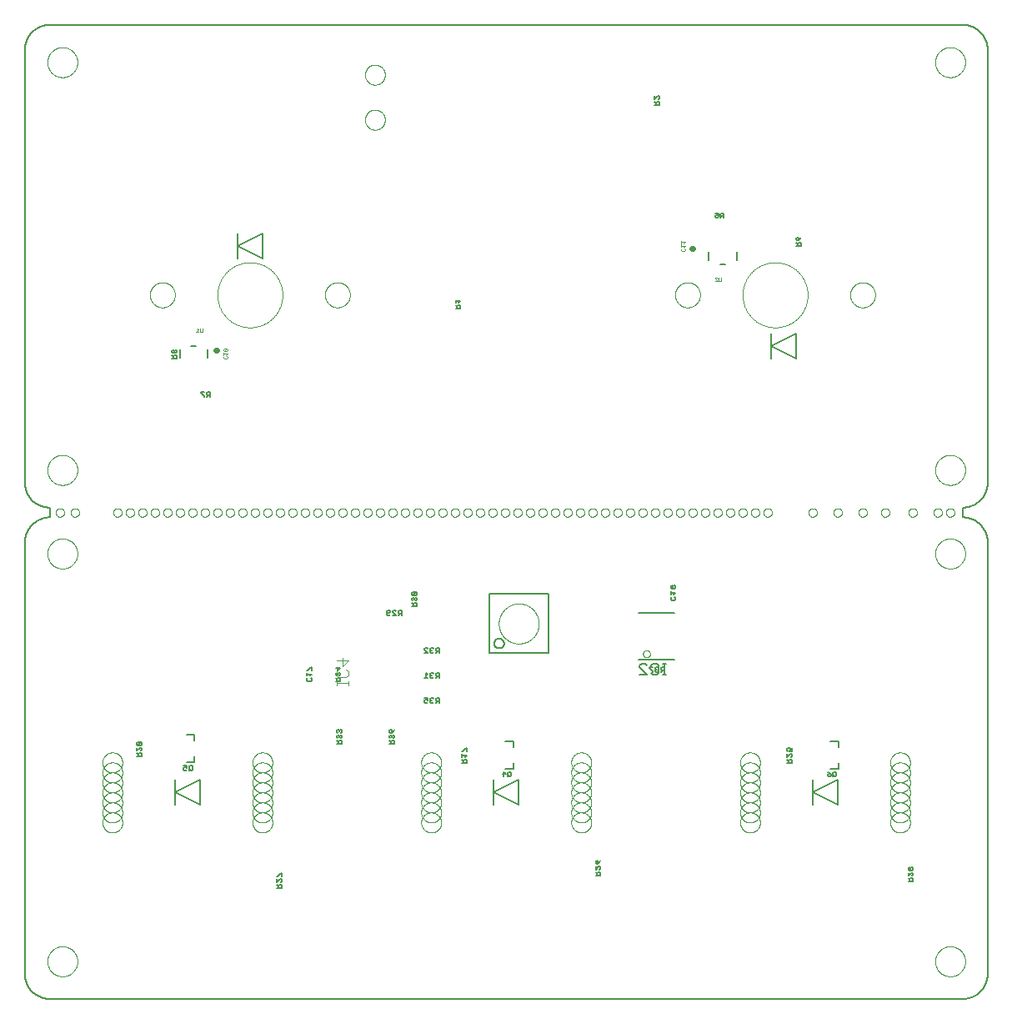
<source format=gbo>
G75*
%MOIN*%
%OFA0B0*%
%FSLAX25Y25*%
%IPPOS*%
%LPD*%
%AMOC8*
5,1,8,0,0,1.08239X$1,22.5*
%
%ADD10C,0.00000*%
%ADD11C,0.00600*%
%ADD12C,0.00500*%
%ADD13C,0.00800*%
%ADD14C,0.00200*%
%ADD15C,0.00400*%
%ADD16C,0.00100*%
%ADD17C,0.02200*%
D10*
X0012000Y0016548D02*
X0012002Y0016702D01*
X0012008Y0016857D01*
X0012018Y0017011D01*
X0012032Y0017165D01*
X0012050Y0017318D01*
X0012071Y0017471D01*
X0012097Y0017624D01*
X0012127Y0017775D01*
X0012160Y0017926D01*
X0012198Y0018076D01*
X0012239Y0018225D01*
X0012284Y0018373D01*
X0012333Y0018519D01*
X0012386Y0018665D01*
X0012442Y0018808D01*
X0012502Y0018951D01*
X0012566Y0019091D01*
X0012633Y0019231D01*
X0012704Y0019368D01*
X0012778Y0019503D01*
X0012856Y0019637D01*
X0012937Y0019768D01*
X0013022Y0019897D01*
X0013110Y0020025D01*
X0013201Y0020149D01*
X0013295Y0020272D01*
X0013393Y0020392D01*
X0013493Y0020509D01*
X0013597Y0020624D01*
X0013703Y0020736D01*
X0013812Y0020845D01*
X0013924Y0020951D01*
X0014039Y0021055D01*
X0014156Y0021155D01*
X0014276Y0021253D01*
X0014399Y0021347D01*
X0014523Y0021438D01*
X0014651Y0021526D01*
X0014780Y0021611D01*
X0014911Y0021692D01*
X0015045Y0021770D01*
X0015180Y0021844D01*
X0015317Y0021915D01*
X0015457Y0021982D01*
X0015597Y0022046D01*
X0015740Y0022106D01*
X0015883Y0022162D01*
X0016029Y0022215D01*
X0016175Y0022264D01*
X0016323Y0022309D01*
X0016472Y0022350D01*
X0016622Y0022388D01*
X0016773Y0022421D01*
X0016924Y0022451D01*
X0017077Y0022477D01*
X0017230Y0022498D01*
X0017383Y0022516D01*
X0017537Y0022530D01*
X0017691Y0022540D01*
X0017846Y0022546D01*
X0018000Y0022548D01*
X0018154Y0022546D01*
X0018309Y0022540D01*
X0018463Y0022530D01*
X0018617Y0022516D01*
X0018770Y0022498D01*
X0018923Y0022477D01*
X0019076Y0022451D01*
X0019227Y0022421D01*
X0019378Y0022388D01*
X0019528Y0022350D01*
X0019677Y0022309D01*
X0019825Y0022264D01*
X0019971Y0022215D01*
X0020117Y0022162D01*
X0020260Y0022106D01*
X0020403Y0022046D01*
X0020543Y0021982D01*
X0020683Y0021915D01*
X0020820Y0021844D01*
X0020955Y0021770D01*
X0021089Y0021692D01*
X0021220Y0021611D01*
X0021349Y0021526D01*
X0021477Y0021438D01*
X0021601Y0021347D01*
X0021724Y0021253D01*
X0021844Y0021155D01*
X0021961Y0021055D01*
X0022076Y0020951D01*
X0022188Y0020845D01*
X0022297Y0020736D01*
X0022403Y0020624D01*
X0022507Y0020509D01*
X0022607Y0020392D01*
X0022705Y0020272D01*
X0022799Y0020149D01*
X0022890Y0020025D01*
X0022978Y0019897D01*
X0023063Y0019768D01*
X0023144Y0019637D01*
X0023222Y0019503D01*
X0023296Y0019368D01*
X0023367Y0019231D01*
X0023434Y0019091D01*
X0023498Y0018951D01*
X0023558Y0018808D01*
X0023614Y0018665D01*
X0023667Y0018519D01*
X0023716Y0018373D01*
X0023761Y0018225D01*
X0023802Y0018076D01*
X0023840Y0017926D01*
X0023873Y0017775D01*
X0023903Y0017624D01*
X0023929Y0017471D01*
X0023950Y0017318D01*
X0023968Y0017165D01*
X0023982Y0017011D01*
X0023992Y0016857D01*
X0023998Y0016702D01*
X0024000Y0016548D01*
X0023998Y0016394D01*
X0023992Y0016239D01*
X0023982Y0016085D01*
X0023968Y0015931D01*
X0023950Y0015778D01*
X0023929Y0015625D01*
X0023903Y0015472D01*
X0023873Y0015321D01*
X0023840Y0015170D01*
X0023802Y0015020D01*
X0023761Y0014871D01*
X0023716Y0014723D01*
X0023667Y0014577D01*
X0023614Y0014431D01*
X0023558Y0014288D01*
X0023498Y0014145D01*
X0023434Y0014005D01*
X0023367Y0013865D01*
X0023296Y0013728D01*
X0023222Y0013593D01*
X0023144Y0013459D01*
X0023063Y0013328D01*
X0022978Y0013199D01*
X0022890Y0013071D01*
X0022799Y0012947D01*
X0022705Y0012824D01*
X0022607Y0012704D01*
X0022507Y0012587D01*
X0022403Y0012472D01*
X0022297Y0012360D01*
X0022188Y0012251D01*
X0022076Y0012145D01*
X0021961Y0012041D01*
X0021844Y0011941D01*
X0021724Y0011843D01*
X0021601Y0011749D01*
X0021477Y0011658D01*
X0021349Y0011570D01*
X0021220Y0011485D01*
X0021089Y0011404D01*
X0020955Y0011326D01*
X0020820Y0011252D01*
X0020683Y0011181D01*
X0020543Y0011114D01*
X0020403Y0011050D01*
X0020260Y0010990D01*
X0020117Y0010934D01*
X0019971Y0010881D01*
X0019825Y0010832D01*
X0019677Y0010787D01*
X0019528Y0010746D01*
X0019378Y0010708D01*
X0019227Y0010675D01*
X0019076Y0010645D01*
X0018923Y0010619D01*
X0018770Y0010598D01*
X0018617Y0010580D01*
X0018463Y0010566D01*
X0018309Y0010556D01*
X0018154Y0010550D01*
X0018000Y0010548D01*
X0017846Y0010550D01*
X0017691Y0010556D01*
X0017537Y0010566D01*
X0017383Y0010580D01*
X0017230Y0010598D01*
X0017077Y0010619D01*
X0016924Y0010645D01*
X0016773Y0010675D01*
X0016622Y0010708D01*
X0016472Y0010746D01*
X0016323Y0010787D01*
X0016175Y0010832D01*
X0016029Y0010881D01*
X0015883Y0010934D01*
X0015740Y0010990D01*
X0015597Y0011050D01*
X0015457Y0011114D01*
X0015317Y0011181D01*
X0015180Y0011252D01*
X0015045Y0011326D01*
X0014911Y0011404D01*
X0014780Y0011485D01*
X0014651Y0011570D01*
X0014523Y0011658D01*
X0014399Y0011749D01*
X0014276Y0011843D01*
X0014156Y0011941D01*
X0014039Y0012041D01*
X0013924Y0012145D01*
X0013812Y0012251D01*
X0013703Y0012360D01*
X0013597Y0012472D01*
X0013493Y0012587D01*
X0013393Y0012704D01*
X0013295Y0012824D01*
X0013201Y0012947D01*
X0013110Y0013071D01*
X0013022Y0013199D01*
X0012937Y0013328D01*
X0012856Y0013459D01*
X0012778Y0013593D01*
X0012704Y0013728D01*
X0012633Y0013865D01*
X0012566Y0014005D01*
X0012502Y0014145D01*
X0012442Y0014288D01*
X0012386Y0014431D01*
X0012333Y0014577D01*
X0012284Y0014723D01*
X0012239Y0014871D01*
X0012198Y0015020D01*
X0012160Y0015170D01*
X0012127Y0015321D01*
X0012097Y0015472D01*
X0012071Y0015625D01*
X0012050Y0015778D01*
X0012032Y0015931D01*
X0012018Y0016085D01*
X0012008Y0016239D01*
X0012002Y0016394D01*
X0012000Y0016548D01*
X0034000Y0072048D02*
X0034002Y0072174D01*
X0034008Y0072300D01*
X0034018Y0072426D01*
X0034032Y0072552D01*
X0034050Y0072677D01*
X0034072Y0072801D01*
X0034097Y0072925D01*
X0034127Y0073048D01*
X0034160Y0073169D01*
X0034198Y0073290D01*
X0034239Y0073409D01*
X0034284Y0073528D01*
X0034332Y0073644D01*
X0034384Y0073759D01*
X0034440Y0073872D01*
X0034500Y0073984D01*
X0034563Y0074093D01*
X0034629Y0074201D01*
X0034698Y0074306D01*
X0034771Y0074409D01*
X0034848Y0074510D01*
X0034927Y0074608D01*
X0035009Y0074704D01*
X0035095Y0074797D01*
X0035183Y0074888D01*
X0035274Y0074975D01*
X0035368Y0075060D01*
X0035464Y0075141D01*
X0035563Y0075220D01*
X0035664Y0075295D01*
X0035768Y0075367D01*
X0035874Y0075436D01*
X0035982Y0075502D01*
X0036092Y0075564D01*
X0036204Y0075622D01*
X0036317Y0075677D01*
X0036433Y0075728D01*
X0036550Y0075776D01*
X0036668Y0075820D01*
X0036788Y0075860D01*
X0036909Y0075896D01*
X0037031Y0075929D01*
X0037154Y0075958D01*
X0037278Y0075982D01*
X0037402Y0076003D01*
X0037527Y0076020D01*
X0037653Y0076033D01*
X0037779Y0076042D01*
X0037905Y0076047D01*
X0038032Y0076048D01*
X0038158Y0076045D01*
X0038284Y0076038D01*
X0038410Y0076027D01*
X0038535Y0076012D01*
X0038660Y0075993D01*
X0038784Y0075970D01*
X0038908Y0075944D01*
X0039030Y0075913D01*
X0039152Y0075879D01*
X0039272Y0075840D01*
X0039391Y0075798D01*
X0039509Y0075753D01*
X0039625Y0075703D01*
X0039740Y0075650D01*
X0039852Y0075593D01*
X0039963Y0075533D01*
X0040072Y0075469D01*
X0040179Y0075402D01*
X0040284Y0075332D01*
X0040387Y0075258D01*
X0040487Y0075181D01*
X0040585Y0075101D01*
X0040680Y0075018D01*
X0040772Y0074932D01*
X0040862Y0074843D01*
X0040949Y0074751D01*
X0041032Y0074657D01*
X0041113Y0074560D01*
X0041191Y0074460D01*
X0041266Y0074358D01*
X0041337Y0074254D01*
X0041405Y0074147D01*
X0041469Y0074039D01*
X0041530Y0073928D01*
X0041588Y0073816D01*
X0041642Y0073702D01*
X0041692Y0073586D01*
X0041739Y0073469D01*
X0041782Y0073350D01*
X0041821Y0073230D01*
X0041857Y0073109D01*
X0041888Y0072986D01*
X0041916Y0072863D01*
X0041940Y0072739D01*
X0041960Y0072614D01*
X0041976Y0072489D01*
X0041988Y0072363D01*
X0041996Y0072237D01*
X0042000Y0072111D01*
X0042000Y0071985D01*
X0041996Y0071859D01*
X0041988Y0071733D01*
X0041976Y0071607D01*
X0041960Y0071482D01*
X0041940Y0071357D01*
X0041916Y0071233D01*
X0041888Y0071110D01*
X0041857Y0070987D01*
X0041821Y0070866D01*
X0041782Y0070746D01*
X0041739Y0070627D01*
X0041692Y0070510D01*
X0041642Y0070394D01*
X0041588Y0070280D01*
X0041530Y0070168D01*
X0041469Y0070057D01*
X0041405Y0069949D01*
X0041337Y0069842D01*
X0041266Y0069738D01*
X0041191Y0069636D01*
X0041113Y0069536D01*
X0041032Y0069439D01*
X0040949Y0069345D01*
X0040862Y0069253D01*
X0040772Y0069164D01*
X0040680Y0069078D01*
X0040585Y0068995D01*
X0040487Y0068915D01*
X0040387Y0068838D01*
X0040284Y0068764D01*
X0040179Y0068694D01*
X0040072Y0068627D01*
X0039963Y0068563D01*
X0039852Y0068503D01*
X0039740Y0068446D01*
X0039625Y0068393D01*
X0039509Y0068343D01*
X0039391Y0068298D01*
X0039272Y0068256D01*
X0039152Y0068217D01*
X0039030Y0068183D01*
X0038908Y0068152D01*
X0038784Y0068126D01*
X0038660Y0068103D01*
X0038535Y0068084D01*
X0038410Y0068069D01*
X0038284Y0068058D01*
X0038158Y0068051D01*
X0038032Y0068048D01*
X0037905Y0068049D01*
X0037779Y0068054D01*
X0037653Y0068063D01*
X0037527Y0068076D01*
X0037402Y0068093D01*
X0037278Y0068114D01*
X0037154Y0068138D01*
X0037031Y0068167D01*
X0036909Y0068200D01*
X0036788Y0068236D01*
X0036668Y0068276D01*
X0036550Y0068320D01*
X0036433Y0068368D01*
X0036317Y0068419D01*
X0036204Y0068474D01*
X0036092Y0068532D01*
X0035982Y0068594D01*
X0035874Y0068660D01*
X0035768Y0068729D01*
X0035664Y0068801D01*
X0035563Y0068876D01*
X0035464Y0068955D01*
X0035368Y0069036D01*
X0035274Y0069121D01*
X0035183Y0069208D01*
X0035095Y0069299D01*
X0035009Y0069392D01*
X0034927Y0069488D01*
X0034848Y0069586D01*
X0034771Y0069687D01*
X0034698Y0069790D01*
X0034629Y0069895D01*
X0034563Y0070003D01*
X0034500Y0070112D01*
X0034440Y0070224D01*
X0034384Y0070337D01*
X0034332Y0070452D01*
X0034284Y0070568D01*
X0034239Y0070687D01*
X0034198Y0070806D01*
X0034160Y0070927D01*
X0034127Y0071048D01*
X0034097Y0071171D01*
X0034072Y0071295D01*
X0034050Y0071419D01*
X0034032Y0071544D01*
X0034018Y0071670D01*
X0034008Y0071796D01*
X0034002Y0071922D01*
X0034000Y0072048D01*
X0034000Y0076048D02*
X0034002Y0076174D01*
X0034008Y0076300D01*
X0034018Y0076426D01*
X0034032Y0076552D01*
X0034050Y0076677D01*
X0034072Y0076801D01*
X0034097Y0076925D01*
X0034127Y0077048D01*
X0034160Y0077169D01*
X0034198Y0077290D01*
X0034239Y0077409D01*
X0034284Y0077528D01*
X0034332Y0077644D01*
X0034384Y0077759D01*
X0034440Y0077872D01*
X0034500Y0077984D01*
X0034563Y0078093D01*
X0034629Y0078201D01*
X0034698Y0078306D01*
X0034771Y0078409D01*
X0034848Y0078510D01*
X0034927Y0078608D01*
X0035009Y0078704D01*
X0035095Y0078797D01*
X0035183Y0078888D01*
X0035274Y0078975D01*
X0035368Y0079060D01*
X0035464Y0079141D01*
X0035563Y0079220D01*
X0035664Y0079295D01*
X0035768Y0079367D01*
X0035874Y0079436D01*
X0035982Y0079502D01*
X0036092Y0079564D01*
X0036204Y0079622D01*
X0036317Y0079677D01*
X0036433Y0079728D01*
X0036550Y0079776D01*
X0036668Y0079820D01*
X0036788Y0079860D01*
X0036909Y0079896D01*
X0037031Y0079929D01*
X0037154Y0079958D01*
X0037278Y0079982D01*
X0037402Y0080003D01*
X0037527Y0080020D01*
X0037653Y0080033D01*
X0037779Y0080042D01*
X0037905Y0080047D01*
X0038032Y0080048D01*
X0038158Y0080045D01*
X0038284Y0080038D01*
X0038410Y0080027D01*
X0038535Y0080012D01*
X0038660Y0079993D01*
X0038784Y0079970D01*
X0038908Y0079944D01*
X0039030Y0079913D01*
X0039152Y0079879D01*
X0039272Y0079840D01*
X0039391Y0079798D01*
X0039509Y0079753D01*
X0039625Y0079703D01*
X0039740Y0079650D01*
X0039852Y0079593D01*
X0039963Y0079533D01*
X0040072Y0079469D01*
X0040179Y0079402D01*
X0040284Y0079332D01*
X0040387Y0079258D01*
X0040487Y0079181D01*
X0040585Y0079101D01*
X0040680Y0079018D01*
X0040772Y0078932D01*
X0040862Y0078843D01*
X0040949Y0078751D01*
X0041032Y0078657D01*
X0041113Y0078560D01*
X0041191Y0078460D01*
X0041266Y0078358D01*
X0041337Y0078254D01*
X0041405Y0078147D01*
X0041469Y0078039D01*
X0041530Y0077928D01*
X0041588Y0077816D01*
X0041642Y0077702D01*
X0041692Y0077586D01*
X0041739Y0077469D01*
X0041782Y0077350D01*
X0041821Y0077230D01*
X0041857Y0077109D01*
X0041888Y0076986D01*
X0041916Y0076863D01*
X0041940Y0076739D01*
X0041960Y0076614D01*
X0041976Y0076489D01*
X0041988Y0076363D01*
X0041996Y0076237D01*
X0042000Y0076111D01*
X0042000Y0075985D01*
X0041996Y0075859D01*
X0041988Y0075733D01*
X0041976Y0075607D01*
X0041960Y0075482D01*
X0041940Y0075357D01*
X0041916Y0075233D01*
X0041888Y0075110D01*
X0041857Y0074987D01*
X0041821Y0074866D01*
X0041782Y0074746D01*
X0041739Y0074627D01*
X0041692Y0074510D01*
X0041642Y0074394D01*
X0041588Y0074280D01*
X0041530Y0074168D01*
X0041469Y0074057D01*
X0041405Y0073949D01*
X0041337Y0073842D01*
X0041266Y0073738D01*
X0041191Y0073636D01*
X0041113Y0073536D01*
X0041032Y0073439D01*
X0040949Y0073345D01*
X0040862Y0073253D01*
X0040772Y0073164D01*
X0040680Y0073078D01*
X0040585Y0072995D01*
X0040487Y0072915D01*
X0040387Y0072838D01*
X0040284Y0072764D01*
X0040179Y0072694D01*
X0040072Y0072627D01*
X0039963Y0072563D01*
X0039852Y0072503D01*
X0039740Y0072446D01*
X0039625Y0072393D01*
X0039509Y0072343D01*
X0039391Y0072298D01*
X0039272Y0072256D01*
X0039152Y0072217D01*
X0039030Y0072183D01*
X0038908Y0072152D01*
X0038784Y0072126D01*
X0038660Y0072103D01*
X0038535Y0072084D01*
X0038410Y0072069D01*
X0038284Y0072058D01*
X0038158Y0072051D01*
X0038032Y0072048D01*
X0037905Y0072049D01*
X0037779Y0072054D01*
X0037653Y0072063D01*
X0037527Y0072076D01*
X0037402Y0072093D01*
X0037278Y0072114D01*
X0037154Y0072138D01*
X0037031Y0072167D01*
X0036909Y0072200D01*
X0036788Y0072236D01*
X0036668Y0072276D01*
X0036550Y0072320D01*
X0036433Y0072368D01*
X0036317Y0072419D01*
X0036204Y0072474D01*
X0036092Y0072532D01*
X0035982Y0072594D01*
X0035874Y0072660D01*
X0035768Y0072729D01*
X0035664Y0072801D01*
X0035563Y0072876D01*
X0035464Y0072955D01*
X0035368Y0073036D01*
X0035274Y0073121D01*
X0035183Y0073208D01*
X0035095Y0073299D01*
X0035009Y0073392D01*
X0034927Y0073488D01*
X0034848Y0073586D01*
X0034771Y0073687D01*
X0034698Y0073790D01*
X0034629Y0073895D01*
X0034563Y0074003D01*
X0034500Y0074112D01*
X0034440Y0074224D01*
X0034384Y0074337D01*
X0034332Y0074452D01*
X0034284Y0074568D01*
X0034239Y0074687D01*
X0034198Y0074806D01*
X0034160Y0074927D01*
X0034127Y0075048D01*
X0034097Y0075171D01*
X0034072Y0075295D01*
X0034050Y0075419D01*
X0034032Y0075544D01*
X0034018Y0075670D01*
X0034008Y0075796D01*
X0034002Y0075922D01*
X0034000Y0076048D01*
X0034000Y0080048D02*
X0034002Y0080174D01*
X0034008Y0080300D01*
X0034018Y0080426D01*
X0034032Y0080552D01*
X0034050Y0080677D01*
X0034072Y0080801D01*
X0034097Y0080925D01*
X0034127Y0081048D01*
X0034160Y0081169D01*
X0034198Y0081290D01*
X0034239Y0081409D01*
X0034284Y0081528D01*
X0034332Y0081644D01*
X0034384Y0081759D01*
X0034440Y0081872D01*
X0034500Y0081984D01*
X0034563Y0082093D01*
X0034629Y0082201D01*
X0034698Y0082306D01*
X0034771Y0082409D01*
X0034848Y0082510D01*
X0034927Y0082608D01*
X0035009Y0082704D01*
X0035095Y0082797D01*
X0035183Y0082888D01*
X0035274Y0082975D01*
X0035368Y0083060D01*
X0035464Y0083141D01*
X0035563Y0083220D01*
X0035664Y0083295D01*
X0035768Y0083367D01*
X0035874Y0083436D01*
X0035982Y0083502D01*
X0036092Y0083564D01*
X0036204Y0083622D01*
X0036317Y0083677D01*
X0036433Y0083728D01*
X0036550Y0083776D01*
X0036668Y0083820D01*
X0036788Y0083860D01*
X0036909Y0083896D01*
X0037031Y0083929D01*
X0037154Y0083958D01*
X0037278Y0083982D01*
X0037402Y0084003D01*
X0037527Y0084020D01*
X0037653Y0084033D01*
X0037779Y0084042D01*
X0037905Y0084047D01*
X0038032Y0084048D01*
X0038158Y0084045D01*
X0038284Y0084038D01*
X0038410Y0084027D01*
X0038535Y0084012D01*
X0038660Y0083993D01*
X0038784Y0083970D01*
X0038908Y0083944D01*
X0039030Y0083913D01*
X0039152Y0083879D01*
X0039272Y0083840D01*
X0039391Y0083798D01*
X0039509Y0083753D01*
X0039625Y0083703D01*
X0039740Y0083650D01*
X0039852Y0083593D01*
X0039963Y0083533D01*
X0040072Y0083469D01*
X0040179Y0083402D01*
X0040284Y0083332D01*
X0040387Y0083258D01*
X0040487Y0083181D01*
X0040585Y0083101D01*
X0040680Y0083018D01*
X0040772Y0082932D01*
X0040862Y0082843D01*
X0040949Y0082751D01*
X0041032Y0082657D01*
X0041113Y0082560D01*
X0041191Y0082460D01*
X0041266Y0082358D01*
X0041337Y0082254D01*
X0041405Y0082147D01*
X0041469Y0082039D01*
X0041530Y0081928D01*
X0041588Y0081816D01*
X0041642Y0081702D01*
X0041692Y0081586D01*
X0041739Y0081469D01*
X0041782Y0081350D01*
X0041821Y0081230D01*
X0041857Y0081109D01*
X0041888Y0080986D01*
X0041916Y0080863D01*
X0041940Y0080739D01*
X0041960Y0080614D01*
X0041976Y0080489D01*
X0041988Y0080363D01*
X0041996Y0080237D01*
X0042000Y0080111D01*
X0042000Y0079985D01*
X0041996Y0079859D01*
X0041988Y0079733D01*
X0041976Y0079607D01*
X0041960Y0079482D01*
X0041940Y0079357D01*
X0041916Y0079233D01*
X0041888Y0079110D01*
X0041857Y0078987D01*
X0041821Y0078866D01*
X0041782Y0078746D01*
X0041739Y0078627D01*
X0041692Y0078510D01*
X0041642Y0078394D01*
X0041588Y0078280D01*
X0041530Y0078168D01*
X0041469Y0078057D01*
X0041405Y0077949D01*
X0041337Y0077842D01*
X0041266Y0077738D01*
X0041191Y0077636D01*
X0041113Y0077536D01*
X0041032Y0077439D01*
X0040949Y0077345D01*
X0040862Y0077253D01*
X0040772Y0077164D01*
X0040680Y0077078D01*
X0040585Y0076995D01*
X0040487Y0076915D01*
X0040387Y0076838D01*
X0040284Y0076764D01*
X0040179Y0076694D01*
X0040072Y0076627D01*
X0039963Y0076563D01*
X0039852Y0076503D01*
X0039740Y0076446D01*
X0039625Y0076393D01*
X0039509Y0076343D01*
X0039391Y0076298D01*
X0039272Y0076256D01*
X0039152Y0076217D01*
X0039030Y0076183D01*
X0038908Y0076152D01*
X0038784Y0076126D01*
X0038660Y0076103D01*
X0038535Y0076084D01*
X0038410Y0076069D01*
X0038284Y0076058D01*
X0038158Y0076051D01*
X0038032Y0076048D01*
X0037905Y0076049D01*
X0037779Y0076054D01*
X0037653Y0076063D01*
X0037527Y0076076D01*
X0037402Y0076093D01*
X0037278Y0076114D01*
X0037154Y0076138D01*
X0037031Y0076167D01*
X0036909Y0076200D01*
X0036788Y0076236D01*
X0036668Y0076276D01*
X0036550Y0076320D01*
X0036433Y0076368D01*
X0036317Y0076419D01*
X0036204Y0076474D01*
X0036092Y0076532D01*
X0035982Y0076594D01*
X0035874Y0076660D01*
X0035768Y0076729D01*
X0035664Y0076801D01*
X0035563Y0076876D01*
X0035464Y0076955D01*
X0035368Y0077036D01*
X0035274Y0077121D01*
X0035183Y0077208D01*
X0035095Y0077299D01*
X0035009Y0077392D01*
X0034927Y0077488D01*
X0034848Y0077586D01*
X0034771Y0077687D01*
X0034698Y0077790D01*
X0034629Y0077895D01*
X0034563Y0078003D01*
X0034500Y0078112D01*
X0034440Y0078224D01*
X0034384Y0078337D01*
X0034332Y0078452D01*
X0034284Y0078568D01*
X0034239Y0078687D01*
X0034198Y0078806D01*
X0034160Y0078927D01*
X0034127Y0079048D01*
X0034097Y0079171D01*
X0034072Y0079295D01*
X0034050Y0079419D01*
X0034032Y0079544D01*
X0034018Y0079670D01*
X0034008Y0079796D01*
X0034002Y0079922D01*
X0034000Y0080048D01*
X0034000Y0084048D02*
X0034002Y0084174D01*
X0034008Y0084300D01*
X0034018Y0084426D01*
X0034032Y0084552D01*
X0034050Y0084677D01*
X0034072Y0084801D01*
X0034097Y0084925D01*
X0034127Y0085048D01*
X0034160Y0085169D01*
X0034198Y0085290D01*
X0034239Y0085409D01*
X0034284Y0085528D01*
X0034332Y0085644D01*
X0034384Y0085759D01*
X0034440Y0085872D01*
X0034500Y0085984D01*
X0034563Y0086093D01*
X0034629Y0086201D01*
X0034698Y0086306D01*
X0034771Y0086409D01*
X0034848Y0086510D01*
X0034927Y0086608D01*
X0035009Y0086704D01*
X0035095Y0086797D01*
X0035183Y0086888D01*
X0035274Y0086975D01*
X0035368Y0087060D01*
X0035464Y0087141D01*
X0035563Y0087220D01*
X0035664Y0087295D01*
X0035768Y0087367D01*
X0035874Y0087436D01*
X0035982Y0087502D01*
X0036092Y0087564D01*
X0036204Y0087622D01*
X0036317Y0087677D01*
X0036433Y0087728D01*
X0036550Y0087776D01*
X0036668Y0087820D01*
X0036788Y0087860D01*
X0036909Y0087896D01*
X0037031Y0087929D01*
X0037154Y0087958D01*
X0037278Y0087982D01*
X0037402Y0088003D01*
X0037527Y0088020D01*
X0037653Y0088033D01*
X0037779Y0088042D01*
X0037905Y0088047D01*
X0038032Y0088048D01*
X0038158Y0088045D01*
X0038284Y0088038D01*
X0038410Y0088027D01*
X0038535Y0088012D01*
X0038660Y0087993D01*
X0038784Y0087970D01*
X0038908Y0087944D01*
X0039030Y0087913D01*
X0039152Y0087879D01*
X0039272Y0087840D01*
X0039391Y0087798D01*
X0039509Y0087753D01*
X0039625Y0087703D01*
X0039740Y0087650D01*
X0039852Y0087593D01*
X0039963Y0087533D01*
X0040072Y0087469D01*
X0040179Y0087402D01*
X0040284Y0087332D01*
X0040387Y0087258D01*
X0040487Y0087181D01*
X0040585Y0087101D01*
X0040680Y0087018D01*
X0040772Y0086932D01*
X0040862Y0086843D01*
X0040949Y0086751D01*
X0041032Y0086657D01*
X0041113Y0086560D01*
X0041191Y0086460D01*
X0041266Y0086358D01*
X0041337Y0086254D01*
X0041405Y0086147D01*
X0041469Y0086039D01*
X0041530Y0085928D01*
X0041588Y0085816D01*
X0041642Y0085702D01*
X0041692Y0085586D01*
X0041739Y0085469D01*
X0041782Y0085350D01*
X0041821Y0085230D01*
X0041857Y0085109D01*
X0041888Y0084986D01*
X0041916Y0084863D01*
X0041940Y0084739D01*
X0041960Y0084614D01*
X0041976Y0084489D01*
X0041988Y0084363D01*
X0041996Y0084237D01*
X0042000Y0084111D01*
X0042000Y0083985D01*
X0041996Y0083859D01*
X0041988Y0083733D01*
X0041976Y0083607D01*
X0041960Y0083482D01*
X0041940Y0083357D01*
X0041916Y0083233D01*
X0041888Y0083110D01*
X0041857Y0082987D01*
X0041821Y0082866D01*
X0041782Y0082746D01*
X0041739Y0082627D01*
X0041692Y0082510D01*
X0041642Y0082394D01*
X0041588Y0082280D01*
X0041530Y0082168D01*
X0041469Y0082057D01*
X0041405Y0081949D01*
X0041337Y0081842D01*
X0041266Y0081738D01*
X0041191Y0081636D01*
X0041113Y0081536D01*
X0041032Y0081439D01*
X0040949Y0081345D01*
X0040862Y0081253D01*
X0040772Y0081164D01*
X0040680Y0081078D01*
X0040585Y0080995D01*
X0040487Y0080915D01*
X0040387Y0080838D01*
X0040284Y0080764D01*
X0040179Y0080694D01*
X0040072Y0080627D01*
X0039963Y0080563D01*
X0039852Y0080503D01*
X0039740Y0080446D01*
X0039625Y0080393D01*
X0039509Y0080343D01*
X0039391Y0080298D01*
X0039272Y0080256D01*
X0039152Y0080217D01*
X0039030Y0080183D01*
X0038908Y0080152D01*
X0038784Y0080126D01*
X0038660Y0080103D01*
X0038535Y0080084D01*
X0038410Y0080069D01*
X0038284Y0080058D01*
X0038158Y0080051D01*
X0038032Y0080048D01*
X0037905Y0080049D01*
X0037779Y0080054D01*
X0037653Y0080063D01*
X0037527Y0080076D01*
X0037402Y0080093D01*
X0037278Y0080114D01*
X0037154Y0080138D01*
X0037031Y0080167D01*
X0036909Y0080200D01*
X0036788Y0080236D01*
X0036668Y0080276D01*
X0036550Y0080320D01*
X0036433Y0080368D01*
X0036317Y0080419D01*
X0036204Y0080474D01*
X0036092Y0080532D01*
X0035982Y0080594D01*
X0035874Y0080660D01*
X0035768Y0080729D01*
X0035664Y0080801D01*
X0035563Y0080876D01*
X0035464Y0080955D01*
X0035368Y0081036D01*
X0035274Y0081121D01*
X0035183Y0081208D01*
X0035095Y0081299D01*
X0035009Y0081392D01*
X0034927Y0081488D01*
X0034848Y0081586D01*
X0034771Y0081687D01*
X0034698Y0081790D01*
X0034629Y0081895D01*
X0034563Y0082003D01*
X0034500Y0082112D01*
X0034440Y0082224D01*
X0034384Y0082337D01*
X0034332Y0082452D01*
X0034284Y0082568D01*
X0034239Y0082687D01*
X0034198Y0082806D01*
X0034160Y0082927D01*
X0034127Y0083048D01*
X0034097Y0083171D01*
X0034072Y0083295D01*
X0034050Y0083419D01*
X0034032Y0083544D01*
X0034018Y0083670D01*
X0034008Y0083796D01*
X0034002Y0083922D01*
X0034000Y0084048D01*
X0034000Y0088048D02*
X0034002Y0088174D01*
X0034008Y0088300D01*
X0034018Y0088426D01*
X0034032Y0088552D01*
X0034050Y0088677D01*
X0034072Y0088801D01*
X0034097Y0088925D01*
X0034127Y0089048D01*
X0034160Y0089169D01*
X0034198Y0089290D01*
X0034239Y0089409D01*
X0034284Y0089528D01*
X0034332Y0089644D01*
X0034384Y0089759D01*
X0034440Y0089872D01*
X0034500Y0089984D01*
X0034563Y0090093D01*
X0034629Y0090201D01*
X0034698Y0090306D01*
X0034771Y0090409D01*
X0034848Y0090510D01*
X0034927Y0090608D01*
X0035009Y0090704D01*
X0035095Y0090797D01*
X0035183Y0090888D01*
X0035274Y0090975D01*
X0035368Y0091060D01*
X0035464Y0091141D01*
X0035563Y0091220D01*
X0035664Y0091295D01*
X0035768Y0091367D01*
X0035874Y0091436D01*
X0035982Y0091502D01*
X0036092Y0091564D01*
X0036204Y0091622D01*
X0036317Y0091677D01*
X0036433Y0091728D01*
X0036550Y0091776D01*
X0036668Y0091820D01*
X0036788Y0091860D01*
X0036909Y0091896D01*
X0037031Y0091929D01*
X0037154Y0091958D01*
X0037278Y0091982D01*
X0037402Y0092003D01*
X0037527Y0092020D01*
X0037653Y0092033D01*
X0037779Y0092042D01*
X0037905Y0092047D01*
X0038032Y0092048D01*
X0038158Y0092045D01*
X0038284Y0092038D01*
X0038410Y0092027D01*
X0038535Y0092012D01*
X0038660Y0091993D01*
X0038784Y0091970D01*
X0038908Y0091944D01*
X0039030Y0091913D01*
X0039152Y0091879D01*
X0039272Y0091840D01*
X0039391Y0091798D01*
X0039509Y0091753D01*
X0039625Y0091703D01*
X0039740Y0091650D01*
X0039852Y0091593D01*
X0039963Y0091533D01*
X0040072Y0091469D01*
X0040179Y0091402D01*
X0040284Y0091332D01*
X0040387Y0091258D01*
X0040487Y0091181D01*
X0040585Y0091101D01*
X0040680Y0091018D01*
X0040772Y0090932D01*
X0040862Y0090843D01*
X0040949Y0090751D01*
X0041032Y0090657D01*
X0041113Y0090560D01*
X0041191Y0090460D01*
X0041266Y0090358D01*
X0041337Y0090254D01*
X0041405Y0090147D01*
X0041469Y0090039D01*
X0041530Y0089928D01*
X0041588Y0089816D01*
X0041642Y0089702D01*
X0041692Y0089586D01*
X0041739Y0089469D01*
X0041782Y0089350D01*
X0041821Y0089230D01*
X0041857Y0089109D01*
X0041888Y0088986D01*
X0041916Y0088863D01*
X0041940Y0088739D01*
X0041960Y0088614D01*
X0041976Y0088489D01*
X0041988Y0088363D01*
X0041996Y0088237D01*
X0042000Y0088111D01*
X0042000Y0087985D01*
X0041996Y0087859D01*
X0041988Y0087733D01*
X0041976Y0087607D01*
X0041960Y0087482D01*
X0041940Y0087357D01*
X0041916Y0087233D01*
X0041888Y0087110D01*
X0041857Y0086987D01*
X0041821Y0086866D01*
X0041782Y0086746D01*
X0041739Y0086627D01*
X0041692Y0086510D01*
X0041642Y0086394D01*
X0041588Y0086280D01*
X0041530Y0086168D01*
X0041469Y0086057D01*
X0041405Y0085949D01*
X0041337Y0085842D01*
X0041266Y0085738D01*
X0041191Y0085636D01*
X0041113Y0085536D01*
X0041032Y0085439D01*
X0040949Y0085345D01*
X0040862Y0085253D01*
X0040772Y0085164D01*
X0040680Y0085078D01*
X0040585Y0084995D01*
X0040487Y0084915D01*
X0040387Y0084838D01*
X0040284Y0084764D01*
X0040179Y0084694D01*
X0040072Y0084627D01*
X0039963Y0084563D01*
X0039852Y0084503D01*
X0039740Y0084446D01*
X0039625Y0084393D01*
X0039509Y0084343D01*
X0039391Y0084298D01*
X0039272Y0084256D01*
X0039152Y0084217D01*
X0039030Y0084183D01*
X0038908Y0084152D01*
X0038784Y0084126D01*
X0038660Y0084103D01*
X0038535Y0084084D01*
X0038410Y0084069D01*
X0038284Y0084058D01*
X0038158Y0084051D01*
X0038032Y0084048D01*
X0037905Y0084049D01*
X0037779Y0084054D01*
X0037653Y0084063D01*
X0037527Y0084076D01*
X0037402Y0084093D01*
X0037278Y0084114D01*
X0037154Y0084138D01*
X0037031Y0084167D01*
X0036909Y0084200D01*
X0036788Y0084236D01*
X0036668Y0084276D01*
X0036550Y0084320D01*
X0036433Y0084368D01*
X0036317Y0084419D01*
X0036204Y0084474D01*
X0036092Y0084532D01*
X0035982Y0084594D01*
X0035874Y0084660D01*
X0035768Y0084729D01*
X0035664Y0084801D01*
X0035563Y0084876D01*
X0035464Y0084955D01*
X0035368Y0085036D01*
X0035274Y0085121D01*
X0035183Y0085208D01*
X0035095Y0085299D01*
X0035009Y0085392D01*
X0034927Y0085488D01*
X0034848Y0085586D01*
X0034771Y0085687D01*
X0034698Y0085790D01*
X0034629Y0085895D01*
X0034563Y0086003D01*
X0034500Y0086112D01*
X0034440Y0086224D01*
X0034384Y0086337D01*
X0034332Y0086452D01*
X0034284Y0086568D01*
X0034239Y0086687D01*
X0034198Y0086806D01*
X0034160Y0086927D01*
X0034127Y0087048D01*
X0034097Y0087171D01*
X0034072Y0087295D01*
X0034050Y0087419D01*
X0034032Y0087544D01*
X0034018Y0087670D01*
X0034008Y0087796D01*
X0034002Y0087922D01*
X0034000Y0088048D01*
X0034000Y0092048D02*
X0034002Y0092174D01*
X0034008Y0092300D01*
X0034018Y0092426D01*
X0034032Y0092552D01*
X0034050Y0092677D01*
X0034072Y0092801D01*
X0034097Y0092925D01*
X0034127Y0093048D01*
X0034160Y0093169D01*
X0034198Y0093290D01*
X0034239Y0093409D01*
X0034284Y0093528D01*
X0034332Y0093644D01*
X0034384Y0093759D01*
X0034440Y0093872D01*
X0034500Y0093984D01*
X0034563Y0094093D01*
X0034629Y0094201D01*
X0034698Y0094306D01*
X0034771Y0094409D01*
X0034848Y0094510D01*
X0034927Y0094608D01*
X0035009Y0094704D01*
X0035095Y0094797D01*
X0035183Y0094888D01*
X0035274Y0094975D01*
X0035368Y0095060D01*
X0035464Y0095141D01*
X0035563Y0095220D01*
X0035664Y0095295D01*
X0035768Y0095367D01*
X0035874Y0095436D01*
X0035982Y0095502D01*
X0036092Y0095564D01*
X0036204Y0095622D01*
X0036317Y0095677D01*
X0036433Y0095728D01*
X0036550Y0095776D01*
X0036668Y0095820D01*
X0036788Y0095860D01*
X0036909Y0095896D01*
X0037031Y0095929D01*
X0037154Y0095958D01*
X0037278Y0095982D01*
X0037402Y0096003D01*
X0037527Y0096020D01*
X0037653Y0096033D01*
X0037779Y0096042D01*
X0037905Y0096047D01*
X0038032Y0096048D01*
X0038158Y0096045D01*
X0038284Y0096038D01*
X0038410Y0096027D01*
X0038535Y0096012D01*
X0038660Y0095993D01*
X0038784Y0095970D01*
X0038908Y0095944D01*
X0039030Y0095913D01*
X0039152Y0095879D01*
X0039272Y0095840D01*
X0039391Y0095798D01*
X0039509Y0095753D01*
X0039625Y0095703D01*
X0039740Y0095650D01*
X0039852Y0095593D01*
X0039963Y0095533D01*
X0040072Y0095469D01*
X0040179Y0095402D01*
X0040284Y0095332D01*
X0040387Y0095258D01*
X0040487Y0095181D01*
X0040585Y0095101D01*
X0040680Y0095018D01*
X0040772Y0094932D01*
X0040862Y0094843D01*
X0040949Y0094751D01*
X0041032Y0094657D01*
X0041113Y0094560D01*
X0041191Y0094460D01*
X0041266Y0094358D01*
X0041337Y0094254D01*
X0041405Y0094147D01*
X0041469Y0094039D01*
X0041530Y0093928D01*
X0041588Y0093816D01*
X0041642Y0093702D01*
X0041692Y0093586D01*
X0041739Y0093469D01*
X0041782Y0093350D01*
X0041821Y0093230D01*
X0041857Y0093109D01*
X0041888Y0092986D01*
X0041916Y0092863D01*
X0041940Y0092739D01*
X0041960Y0092614D01*
X0041976Y0092489D01*
X0041988Y0092363D01*
X0041996Y0092237D01*
X0042000Y0092111D01*
X0042000Y0091985D01*
X0041996Y0091859D01*
X0041988Y0091733D01*
X0041976Y0091607D01*
X0041960Y0091482D01*
X0041940Y0091357D01*
X0041916Y0091233D01*
X0041888Y0091110D01*
X0041857Y0090987D01*
X0041821Y0090866D01*
X0041782Y0090746D01*
X0041739Y0090627D01*
X0041692Y0090510D01*
X0041642Y0090394D01*
X0041588Y0090280D01*
X0041530Y0090168D01*
X0041469Y0090057D01*
X0041405Y0089949D01*
X0041337Y0089842D01*
X0041266Y0089738D01*
X0041191Y0089636D01*
X0041113Y0089536D01*
X0041032Y0089439D01*
X0040949Y0089345D01*
X0040862Y0089253D01*
X0040772Y0089164D01*
X0040680Y0089078D01*
X0040585Y0088995D01*
X0040487Y0088915D01*
X0040387Y0088838D01*
X0040284Y0088764D01*
X0040179Y0088694D01*
X0040072Y0088627D01*
X0039963Y0088563D01*
X0039852Y0088503D01*
X0039740Y0088446D01*
X0039625Y0088393D01*
X0039509Y0088343D01*
X0039391Y0088298D01*
X0039272Y0088256D01*
X0039152Y0088217D01*
X0039030Y0088183D01*
X0038908Y0088152D01*
X0038784Y0088126D01*
X0038660Y0088103D01*
X0038535Y0088084D01*
X0038410Y0088069D01*
X0038284Y0088058D01*
X0038158Y0088051D01*
X0038032Y0088048D01*
X0037905Y0088049D01*
X0037779Y0088054D01*
X0037653Y0088063D01*
X0037527Y0088076D01*
X0037402Y0088093D01*
X0037278Y0088114D01*
X0037154Y0088138D01*
X0037031Y0088167D01*
X0036909Y0088200D01*
X0036788Y0088236D01*
X0036668Y0088276D01*
X0036550Y0088320D01*
X0036433Y0088368D01*
X0036317Y0088419D01*
X0036204Y0088474D01*
X0036092Y0088532D01*
X0035982Y0088594D01*
X0035874Y0088660D01*
X0035768Y0088729D01*
X0035664Y0088801D01*
X0035563Y0088876D01*
X0035464Y0088955D01*
X0035368Y0089036D01*
X0035274Y0089121D01*
X0035183Y0089208D01*
X0035095Y0089299D01*
X0035009Y0089392D01*
X0034927Y0089488D01*
X0034848Y0089586D01*
X0034771Y0089687D01*
X0034698Y0089790D01*
X0034629Y0089895D01*
X0034563Y0090003D01*
X0034500Y0090112D01*
X0034440Y0090224D01*
X0034384Y0090337D01*
X0034332Y0090452D01*
X0034284Y0090568D01*
X0034239Y0090687D01*
X0034198Y0090806D01*
X0034160Y0090927D01*
X0034127Y0091048D01*
X0034097Y0091171D01*
X0034072Y0091295D01*
X0034050Y0091419D01*
X0034032Y0091544D01*
X0034018Y0091670D01*
X0034008Y0091796D01*
X0034002Y0091922D01*
X0034000Y0092048D01*
X0034000Y0096048D02*
X0034002Y0096174D01*
X0034008Y0096300D01*
X0034018Y0096426D01*
X0034032Y0096552D01*
X0034050Y0096677D01*
X0034072Y0096801D01*
X0034097Y0096925D01*
X0034127Y0097048D01*
X0034160Y0097169D01*
X0034198Y0097290D01*
X0034239Y0097409D01*
X0034284Y0097528D01*
X0034332Y0097644D01*
X0034384Y0097759D01*
X0034440Y0097872D01*
X0034500Y0097984D01*
X0034563Y0098093D01*
X0034629Y0098201D01*
X0034698Y0098306D01*
X0034771Y0098409D01*
X0034848Y0098510D01*
X0034927Y0098608D01*
X0035009Y0098704D01*
X0035095Y0098797D01*
X0035183Y0098888D01*
X0035274Y0098975D01*
X0035368Y0099060D01*
X0035464Y0099141D01*
X0035563Y0099220D01*
X0035664Y0099295D01*
X0035768Y0099367D01*
X0035874Y0099436D01*
X0035982Y0099502D01*
X0036092Y0099564D01*
X0036204Y0099622D01*
X0036317Y0099677D01*
X0036433Y0099728D01*
X0036550Y0099776D01*
X0036668Y0099820D01*
X0036788Y0099860D01*
X0036909Y0099896D01*
X0037031Y0099929D01*
X0037154Y0099958D01*
X0037278Y0099982D01*
X0037402Y0100003D01*
X0037527Y0100020D01*
X0037653Y0100033D01*
X0037779Y0100042D01*
X0037905Y0100047D01*
X0038032Y0100048D01*
X0038158Y0100045D01*
X0038284Y0100038D01*
X0038410Y0100027D01*
X0038535Y0100012D01*
X0038660Y0099993D01*
X0038784Y0099970D01*
X0038908Y0099944D01*
X0039030Y0099913D01*
X0039152Y0099879D01*
X0039272Y0099840D01*
X0039391Y0099798D01*
X0039509Y0099753D01*
X0039625Y0099703D01*
X0039740Y0099650D01*
X0039852Y0099593D01*
X0039963Y0099533D01*
X0040072Y0099469D01*
X0040179Y0099402D01*
X0040284Y0099332D01*
X0040387Y0099258D01*
X0040487Y0099181D01*
X0040585Y0099101D01*
X0040680Y0099018D01*
X0040772Y0098932D01*
X0040862Y0098843D01*
X0040949Y0098751D01*
X0041032Y0098657D01*
X0041113Y0098560D01*
X0041191Y0098460D01*
X0041266Y0098358D01*
X0041337Y0098254D01*
X0041405Y0098147D01*
X0041469Y0098039D01*
X0041530Y0097928D01*
X0041588Y0097816D01*
X0041642Y0097702D01*
X0041692Y0097586D01*
X0041739Y0097469D01*
X0041782Y0097350D01*
X0041821Y0097230D01*
X0041857Y0097109D01*
X0041888Y0096986D01*
X0041916Y0096863D01*
X0041940Y0096739D01*
X0041960Y0096614D01*
X0041976Y0096489D01*
X0041988Y0096363D01*
X0041996Y0096237D01*
X0042000Y0096111D01*
X0042000Y0095985D01*
X0041996Y0095859D01*
X0041988Y0095733D01*
X0041976Y0095607D01*
X0041960Y0095482D01*
X0041940Y0095357D01*
X0041916Y0095233D01*
X0041888Y0095110D01*
X0041857Y0094987D01*
X0041821Y0094866D01*
X0041782Y0094746D01*
X0041739Y0094627D01*
X0041692Y0094510D01*
X0041642Y0094394D01*
X0041588Y0094280D01*
X0041530Y0094168D01*
X0041469Y0094057D01*
X0041405Y0093949D01*
X0041337Y0093842D01*
X0041266Y0093738D01*
X0041191Y0093636D01*
X0041113Y0093536D01*
X0041032Y0093439D01*
X0040949Y0093345D01*
X0040862Y0093253D01*
X0040772Y0093164D01*
X0040680Y0093078D01*
X0040585Y0092995D01*
X0040487Y0092915D01*
X0040387Y0092838D01*
X0040284Y0092764D01*
X0040179Y0092694D01*
X0040072Y0092627D01*
X0039963Y0092563D01*
X0039852Y0092503D01*
X0039740Y0092446D01*
X0039625Y0092393D01*
X0039509Y0092343D01*
X0039391Y0092298D01*
X0039272Y0092256D01*
X0039152Y0092217D01*
X0039030Y0092183D01*
X0038908Y0092152D01*
X0038784Y0092126D01*
X0038660Y0092103D01*
X0038535Y0092084D01*
X0038410Y0092069D01*
X0038284Y0092058D01*
X0038158Y0092051D01*
X0038032Y0092048D01*
X0037905Y0092049D01*
X0037779Y0092054D01*
X0037653Y0092063D01*
X0037527Y0092076D01*
X0037402Y0092093D01*
X0037278Y0092114D01*
X0037154Y0092138D01*
X0037031Y0092167D01*
X0036909Y0092200D01*
X0036788Y0092236D01*
X0036668Y0092276D01*
X0036550Y0092320D01*
X0036433Y0092368D01*
X0036317Y0092419D01*
X0036204Y0092474D01*
X0036092Y0092532D01*
X0035982Y0092594D01*
X0035874Y0092660D01*
X0035768Y0092729D01*
X0035664Y0092801D01*
X0035563Y0092876D01*
X0035464Y0092955D01*
X0035368Y0093036D01*
X0035274Y0093121D01*
X0035183Y0093208D01*
X0035095Y0093299D01*
X0035009Y0093392D01*
X0034927Y0093488D01*
X0034848Y0093586D01*
X0034771Y0093687D01*
X0034698Y0093790D01*
X0034629Y0093895D01*
X0034563Y0094003D01*
X0034500Y0094112D01*
X0034440Y0094224D01*
X0034384Y0094337D01*
X0034332Y0094452D01*
X0034284Y0094568D01*
X0034239Y0094687D01*
X0034198Y0094806D01*
X0034160Y0094927D01*
X0034127Y0095048D01*
X0034097Y0095171D01*
X0034072Y0095295D01*
X0034050Y0095419D01*
X0034032Y0095544D01*
X0034018Y0095670D01*
X0034008Y0095796D01*
X0034002Y0095922D01*
X0034000Y0096048D01*
X0094000Y0096048D02*
X0094002Y0096174D01*
X0094008Y0096300D01*
X0094018Y0096426D01*
X0094032Y0096552D01*
X0094050Y0096677D01*
X0094072Y0096801D01*
X0094097Y0096925D01*
X0094127Y0097048D01*
X0094160Y0097169D01*
X0094198Y0097290D01*
X0094239Y0097409D01*
X0094284Y0097528D01*
X0094332Y0097644D01*
X0094384Y0097759D01*
X0094440Y0097872D01*
X0094500Y0097984D01*
X0094563Y0098093D01*
X0094629Y0098201D01*
X0094698Y0098306D01*
X0094771Y0098409D01*
X0094848Y0098510D01*
X0094927Y0098608D01*
X0095009Y0098704D01*
X0095095Y0098797D01*
X0095183Y0098888D01*
X0095274Y0098975D01*
X0095368Y0099060D01*
X0095464Y0099141D01*
X0095563Y0099220D01*
X0095664Y0099295D01*
X0095768Y0099367D01*
X0095874Y0099436D01*
X0095982Y0099502D01*
X0096092Y0099564D01*
X0096204Y0099622D01*
X0096317Y0099677D01*
X0096433Y0099728D01*
X0096550Y0099776D01*
X0096668Y0099820D01*
X0096788Y0099860D01*
X0096909Y0099896D01*
X0097031Y0099929D01*
X0097154Y0099958D01*
X0097278Y0099982D01*
X0097402Y0100003D01*
X0097527Y0100020D01*
X0097653Y0100033D01*
X0097779Y0100042D01*
X0097905Y0100047D01*
X0098032Y0100048D01*
X0098158Y0100045D01*
X0098284Y0100038D01*
X0098410Y0100027D01*
X0098535Y0100012D01*
X0098660Y0099993D01*
X0098784Y0099970D01*
X0098908Y0099944D01*
X0099030Y0099913D01*
X0099152Y0099879D01*
X0099272Y0099840D01*
X0099391Y0099798D01*
X0099509Y0099753D01*
X0099625Y0099703D01*
X0099740Y0099650D01*
X0099852Y0099593D01*
X0099963Y0099533D01*
X0100072Y0099469D01*
X0100179Y0099402D01*
X0100284Y0099332D01*
X0100387Y0099258D01*
X0100487Y0099181D01*
X0100585Y0099101D01*
X0100680Y0099018D01*
X0100772Y0098932D01*
X0100862Y0098843D01*
X0100949Y0098751D01*
X0101032Y0098657D01*
X0101113Y0098560D01*
X0101191Y0098460D01*
X0101266Y0098358D01*
X0101337Y0098254D01*
X0101405Y0098147D01*
X0101469Y0098039D01*
X0101530Y0097928D01*
X0101588Y0097816D01*
X0101642Y0097702D01*
X0101692Y0097586D01*
X0101739Y0097469D01*
X0101782Y0097350D01*
X0101821Y0097230D01*
X0101857Y0097109D01*
X0101888Y0096986D01*
X0101916Y0096863D01*
X0101940Y0096739D01*
X0101960Y0096614D01*
X0101976Y0096489D01*
X0101988Y0096363D01*
X0101996Y0096237D01*
X0102000Y0096111D01*
X0102000Y0095985D01*
X0101996Y0095859D01*
X0101988Y0095733D01*
X0101976Y0095607D01*
X0101960Y0095482D01*
X0101940Y0095357D01*
X0101916Y0095233D01*
X0101888Y0095110D01*
X0101857Y0094987D01*
X0101821Y0094866D01*
X0101782Y0094746D01*
X0101739Y0094627D01*
X0101692Y0094510D01*
X0101642Y0094394D01*
X0101588Y0094280D01*
X0101530Y0094168D01*
X0101469Y0094057D01*
X0101405Y0093949D01*
X0101337Y0093842D01*
X0101266Y0093738D01*
X0101191Y0093636D01*
X0101113Y0093536D01*
X0101032Y0093439D01*
X0100949Y0093345D01*
X0100862Y0093253D01*
X0100772Y0093164D01*
X0100680Y0093078D01*
X0100585Y0092995D01*
X0100487Y0092915D01*
X0100387Y0092838D01*
X0100284Y0092764D01*
X0100179Y0092694D01*
X0100072Y0092627D01*
X0099963Y0092563D01*
X0099852Y0092503D01*
X0099740Y0092446D01*
X0099625Y0092393D01*
X0099509Y0092343D01*
X0099391Y0092298D01*
X0099272Y0092256D01*
X0099152Y0092217D01*
X0099030Y0092183D01*
X0098908Y0092152D01*
X0098784Y0092126D01*
X0098660Y0092103D01*
X0098535Y0092084D01*
X0098410Y0092069D01*
X0098284Y0092058D01*
X0098158Y0092051D01*
X0098032Y0092048D01*
X0097905Y0092049D01*
X0097779Y0092054D01*
X0097653Y0092063D01*
X0097527Y0092076D01*
X0097402Y0092093D01*
X0097278Y0092114D01*
X0097154Y0092138D01*
X0097031Y0092167D01*
X0096909Y0092200D01*
X0096788Y0092236D01*
X0096668Y0092276D01*
X0096550Y0092320D01*
X0096433Y0092368D01*
X0096317Y0092419D01*
X0096204Y0092474D01*
X0096092Y0092532D01*
X0095982Y0092594D01*
X0095874Y0092660D01*
X0095768Y0092729D01*
X0095664Y0092801D01*
X0095563Y0092876D01*
X0095464Y0092955D01*
X0095368Y0093036D01*
X0095274Y0093121D01*
X0095183Y0093208D01*
X0095095Y0093299D01*
X0095009Y0093392D01*
X0094927Y0093488D01*
X0094848Y0093586D01*
X0094771Y0093687D01*
X0094698Y0093790D01*
X0094629Y0093895D01*
X0094563Y0094003D01*
X0094500Y0094112D01*
X0094440Y0094224D01*
X0094384Y0094337D01*
X0094332Y0094452D01*
X0094284Y0094568D01*
X0094239Y0094687D01*
X0094198Y0094806D01*
X0094160Y0094927D01*
X0094127Y0095048D01*
X0094097Y0095171D01*
X0094072Y0095295D01*
X0094050Y0095419D01*
X0094032Y0095544D01*
X0094018Y0095670D01*
X0094008Y0095796D01*
X0094002Y0095922D01*
X0094000Y0096048D01*
X0094000Y0092048D02*
X0094002Y0092174D01*
X0094008Y0092300D01*
X0094018Y0092426D01*
X0094032Y0092552D01*
X0094050Y0092677D01*
X0094072Y0092801D01*
X0094097Y0092925D01*
X0094127Y0093048D01*
X0094160Y0093169D01*
X0094198Y0093290D01*
X0094239Y0093409D01*
X0094284Y0093528D01*
X0094332Y0093644D01*
X0094384Y0093759D01*
X0094440Y0093872D01*
X0094500Y0093984D01*
X0094563Y0094093D01*
X0094629Y0094201D01*
X0094698Y0094306D01*
X0094771Y0094409D01*
X0094848Y0094510D01*
X0094927Y0094608D01*
X0095009Y0094704D01*
X0095095Y0094797D01*
X0095183Y0094888D01*
X0095274Y0094975D01*
X0095368Y0095060D01*
X0095464Y0095141D01*
X0095563Y0095220D01*
X0095664Y0095295D01*
X0095768Y0095367D01*
X0095874Y0095436D01*
X0095982Y0095502D01*
X0096092Y0095564D01*
X0096204Y0095622D01*
X0096317Y0095677D01*
X0096433Y0095728D01*
X0096550Y0095776D01*
X0096668Y0095820D01*
X0096788Y0095860D01*
X0096909Y0095896D01*
X0097031Y0095929D01*
X0097154Y0095958D01*
X0097278Y0095982D01*
X0097402Y0096003D01*
X0097527Y0096020D01*
X0097653Y0096033D01*
X0097779Y0096042D01*
X0097905Y0096047D01*
X0098032Y0096048D01*
X0098158Y0096045D01*
X0098284Y0096038D01*
X0098410Y0096027D01*
X0098535Y0096012D01*
X0098660Y0095993D01*
X0098784Y0095970D01*
X0098908Y0095944D01*
X0099030Y0095913D01*
X0099152Y0095879D01*
X0099272Y0095840D01*
X0099391Y0095798D01*
X0099509Y0095753D01*
X0099625Y0095703D01*
X0099740Y0095650D01*
X0099852Y0095593D01*
X0099963Y0095533D01*
X0100072Y0095469D01*
X0100179Y0095402D01*
X0100284Y0095332D01*
X0100387Y0095258D01*
X0100487Y0095181D01*
X0100585Y0095101D01*
X0100680Y0095018D01*
X0100772Y0094932D01*
X0100862Y0094843D01*
X0100949Y0094751D01*
X0101032Y0094657D01*
X0101113Y0094560D01*
X0101191Y0094460D01*
X0101266Y0094358D01*
X0101337Y0094254D01*
X0101405Y0094147D01*
X0101469Y0094039D01*
X0101530Y0093928D01*
X0101588Y0093816D01*
X0101642Y0093702D01*
X0101692Y0093586D01*
X0101739Y0093469D01*
X0101782Y0093350D01*
X0101821Y0093230D01*
X0101857Y0093109D01*
X0101888Y0092986D01*
X0101916Y0092863D01*
X0101940Y0092739D01*
X0101960Y0092614D01*
X0101976Y0092489D01*
X0101988Y0092363D01*
X0101996Y0092237D01*
X0102000Y0092111D01*
X0102000Y0091985D01*
X0101996Y0091859D01*
X0101988Y0091733D01*
X0101976Y0091607D01*
X0101960Y0091482D01*
X0101940Y0091357D01*
X0101916Y0091233D01*
X0101888Y0091110D01*
X0101857Y0090987D01*
X0101821Y0090866D01*
X0101782Y0090746D01*
X0101739Y0090627D01*
X0101692Y0090510D01*
X0101642Y0090394D01*
X0101588Y0090280D01*
X0101530Y0090168D01*
X0101469Y0090057D01*
X0101405Y0089949D01*
X0101337Y0089842D01*
X0101266Y0089738D01*
X0101191Y0089636D01*
X0101113Y0089536D01*
X0101032Y0089439D01*
X0100949Y0089345D01*
X0100862Y0089253D01*
X0100772Y0089164D01*
X0100680Y0089078D01*
X0100585Y0088995D01*
X0100487Y0088915D01*
X0100387Y0088838D01*
X0100284Y0088764D01*
X0100179Y0088694D01*
X0100072Y0088627D01*
X0099963Y0088563D01*
X0099852Y0088503D01*
X0099740Y0088446D01*
X0099625Y0088393D01*
X0099509Y0088343D01*
X0099391Y0088298D01*
X0099272Y0088256D01*
X0099152Y0088217D01*
X0099030Y0088183D01*
X0098908Y0088152D01*
X0098784Y0088126D01*
X0098660Y0088103D01*
X0098535Y0088084D01*
X0098410Y0088069D01*
X0098284Y0088058D01*
X0098158Y0088051D01*
X0098032Y0088048D01*
X0097905Y0088049D01*
X0097779Y0088054D01*
X0097653Y0088063D01*
X0097527Y0088076D01*
X0097402Y0088093D01*
X0097278Y0088114D01*
X0097154Y0088138D01*
X0097031Y0088167D01*
X0096909Y0088200D01*
X0096788Y0088236D01*
X0096668Y0088276D01*
X0096550Y0088320D01*
X0096433Y0088368D01*
X0096317Y0088419D01*
X0096204Y0088474D01*
X0096092Y0088532D01*
X0095982Y0088594D01*
X0095874Y0088660D01*
X0095768Y0088729D01*
X0095664Y0088801D01*
X0095563Y0088876D01*
X0095464Y0088955D01*
X0095368Y0089036D01*
X0095274Y0089121D01*
X0095183Y0089208D01*
X0095095Y0089299D01*
X0095009Y0089392D01*
X0094927Y0089488D01*
X0094848Y0089586D01*
X0094771Y0089687D01*
X0094698Y0089790D01*
X0094629Y0089895D01*
X0094563Y0090003D01*
X0094500Y0090112D01*
X0094440Y0090224D01*
X0094384Y0090337D01*
X0094332Y0090452D01*
X0094284Y0090568D01*
X0094239Y0090687D01*
X0094198Y0090806D01*
X0094160Y0090927D01*
X0094127Y0091048D01*
X0094097Y0091171D01*
X0094072Y0091295D01*
X0094050Y0091419D01*
X0094032Y0091544D01*
X0094018Y0091670D01*
X0094008Y0091796D01*
X0094002Y0091922D01*
X0094000Y0092048D01*
X0094000Y0088048D02*
X0094002Y0088174D01*
X0094008Y0088300D01*
X0094018Y0088426D01*
X0094032Y0088552D01*
X0094050Y0088677D01*
X0094072Y0088801D01*
X0094097Y0088925D01*
X0094127Y0089048D01*
X0094160Y0089169D01*
X0094198Y0089290D01*
X0094239Y0089409D01*
X0094284Y0089528D01*
X0094332Y0089644D01*
X0094384Y0089759D01*
X0094440Y0089872D01*
X0094500Y0089984D01*
X0094563Y0090093D01*
X0094629Y0090201D01*
X0094698Y0090306D01*
X0094771Y0090409D01*
X0094848Y0090510D01*
X0094927Y0090608D01*
X0095009Y0090704D01*
X0095095Y0090797D01*
X0095183Y0090888D01*
X0095274Y0090975D01*
X0095368Y0091060D01*
X0095464Y0091141D01*
X0095563Y0091220D01*
X0095664Y0091295D01*
X0095768Y0091367D01*
X0095874Y0091436D01*
X0095982Y0091502D01*
X0096092Y0091564D01*
X0096204Y0091622D01*
X0096317Y0091677D01*
X0096433Y0091728D01*
X0096550Y0091776D01*
X0096668Y0091820D01*
X0096788Y0091860D01*
X0096909Y0091896D01*
X0097031Y0091929D01*
X0097154Y0091958D01*
X0097278Y0091982D01*
X0097402Y0092003D01*
X0097527Y0092020D01*
X0097653Y0092033D01*
X0097779Y0092042D01*
X0097905Y0092047D01*
X0098032Y0092048D01*
X0098158Y0092045D01*
X0098284Y0092038D01*
X0098410Y0092027D01*
X0098535Y0092012D01*
X0098660Y0091993D01*
X0098784Y0091970D01*
X0098908Y0091944D01*
X0099030Y0091913D01*
X0099152Y0091879D01*
X0099272Y0091840D01*
X0099391Y0091798D01*
X0099509Y0091753D01*
X0099625Y0091703D01*
X0099740Y0091650D01*
X0099852Y0091593D01*
X0099963Y0091533D01*
X0100072Y0091469D01*
X0100179Y0091402D01*
X0100284Y0091332D01*
X0100387Y0091258D01*
X0100487Y0091181D01*
X0100585Y0091101D01*
X0100680Y0091018D01*
X0100772Y0090932D01*
X0100862Y0090843D01*
X0100949Y0090751D01*
X0101032Y0090657D01*
X0101113Y0090560D01*
X0101191Y0090460D01*
X0101266Y0090358D01*
X0101337Y0090254D01*
X0101405Y0090147D01*
X0101469Y0090039D01*
X0101530Y0089928D01*
X0101588Y0089816D01*
X0101642Y0089702D01*
X0101692Y0089586D01*
X0101739Y0089469D01*
X0101782Y0089350D01*
X0101821Y0089230D01*
X0101857Y0089109D01*
X0101888Y0088986D01*
X0101916Y0088863D01*
X0101940Y0088739D01*
X0101960Y0088614D01*
X0101976Y0088489D01*
X0101988Y0088363D01*
X0101996Y0088237D01*
X0102000Y0088111D01*
X0102000Y0087985D01*
X0101996Y0087859D01*
X0101988Y0087733D01*
X0101976Y0087607D01*
X0101960Y0087482D01*
X0101940Y0087357D01*
X0101916Y0087233D01*
X0101888Y0087110D01*
X0101857Y0086987D01*
X0101821Y0086866D01*
X0101782Y0086746D01*
X0101739Y0086627D01*
X0101692Y0086510D01*
X0101642Y0086394D01*
X0101588Y0086280D01*
X0101530Y0086168D01*
X0101469Y0086057D01*
X0101405Y0085949D01*
X0101337Y0085842D01*
X0101266Y0085738D01*
X0101191Y0085636D01*
X0101113Y0085536D01*
X0101032Y0085439D01*
X0100949Y0085345D01*
X0100862Y0085253D01*
X0100772Y0085164D01*
X0100680Y0085078D01*
X0100585Y0084995D01*
X0100487Y0084915D01*
X0100387Y0084838D01*
X0100284Y0084764D01*
X0100179Y0084694D01*
X0100072Y0084627D01*
X0099963Y0084563D01*
X0099852Y0084503D01*
X0099740Y0084446D01*
X0099625Y0084393D01*
X0099509Y0084343D01*
X0099391Y0084298D01*
X0099272Y0084256D01*
X0099152Y0084217D01*
X0099030Y0084183D01*
X0098908Y0084152D01*
X0098784Y0084126D01*
X0098660Y0084103D01*
X0098535Y0084084D01*
X0098410Y0084069D01*
X0098284Y0084058D01*
X0098158Y0084051D01*
X0098032Y0084048D01*
X0097905Y0084049D01*
X0097779Y0084054D01*
X0097653Y0084063D01*
X0097527Y0084076D01*
X0097402Y0084093D01*
X0097278Y0084114D01*
X0097154Y0084138D01*
X0097031Y0084167D01*
X0096909Y0084200D01*
X0096788Y0084236D01*
X0096668Y0084276D01*
X0096550Y0084320D01*
X0096433Y0084368D01*
X0096317Y0084419D01*
X0096204Y0084474D01*
X0096092Y0084532D01*
X0095982Y0084594D01*
X0095874Y0084660D01*
X0095768Y0084729D01*
X0095664Y0084801D01*
X0095563Y0084876D01*
X0095464Y0084955D01*
X0095368Y0085036D01*
X0095274Y0085121D01*
X0095183Y0085208D01*
X0095095Y0085299D01*
X0095009Y0085392D01*
X0094927Y0085488D01*
X0094848Y0085586D01*
X0094771Y0085687D01*
X0094698Y0085790D01*
X0094629Y0085895D01*
X0094563Y0086003D01*
X0094500Y0086112D01*
X0094440Y0086224D01*
X0094384Y0086337D01*
X0094332Y0086452D01*
X0094284Y0086568D01*
X0094239Y0086687D01*
X0094198Y0086806D01*
X0094160Y0086927D01*
X0094127Y0087048D01*
X0094097Y0087171D01*
X0094072Y0087295D01*
X0094050Y0087419D01*
X0094032Y0087544D01*
X0094018Y0087670D01*
X0094008Y0087796D01*
X0094002Y0087922D01*
X0094000Y0088048D01*
X0094000Y0084048D02*
X0094002Y0084174D01*
X0094008Y0084300D01*
X0094018Y0084426D01*
X0094032Y0084552D01*
X0094050Y0084677D01*
X0094072Y0084801D01*
X0094097Y0084925D01*
X0094127Y0085048D01*
X0094160Y0085169D01*
X0094198Y0085290D01*
X0094239Y0085409D01*
X0094284Y0085528D01*
X0094332Y0085644D01*
X0094384Y0085759D01*
X0094440Y0085872D01*
X0094500Y0085984D01*
X0094563Y0086093D01*
X0094629Y0086201D01*
X0094698Y0086306D01*
X0094771Y0086409D01*
X0094848Y0086510D01*
X0094927Y0086608D01*
X0095009Y0086704D01*
X0095095Y0086797D01*
X0095183Y0086888D01*
X0095274Y0086975D01*
X0095368Y0087060D01*
X0095464Y0087141D01*
X0095563Y0087220D01*
X0095664Y0087295D01*
X0095768Y0087367D01*
X0095874Y0087436D01*
X0095982Y0087502D01*
X0096092Y0087564D01*
X0096204Y0087622D01*
X0096317Y0087677D01*
X0096433Y0087728D01*
X0096550Y0087776D01*
X0096668Y0087820D01*
X0096788Y0087860D01*
X0096909Y0087896D01*
X0097031Y0087929D01*
X0097154Y0087958D01*
X0097278Y0087982D01*
X0097402Y0088003D01*
X0097527Y0088020D01*
X0097653Y0088033D01*
X0097779Y0088042D01*
X0097905Y0088047D01*
X0098032Y0088048D01*
X0098158Y0088045D01*
X0098284Y0088038D01*
X0098410Y0088027D01*
X0098535Y0088012D01*
X0098660Y0087993D01*
X0098784Y0087970D01*
X0098908Y0087944D01*
X0099030Y0087913D01*
X0099152Y0087879D01*
X0099272Y0087840D01*
X0099391Y0087798D01*
X0099509Y0087753D01*
X0099625Y0087703D01*
X0099740Y0087650D01*
X0099852Y0087593D01*
X0099963Y0087533D01*
X0100072Y0087469D01*
X0100179Y0087402D01*
X0100284Y0087332D01*
X0100387Y0087258D01*
X0100487Y0087181D01*
X0100585Y0087101D01*
X0100680Y0087018D01*
X0100772Y0086932D01*
X0100862Y0086843D01*
X0100949Y0086751D01*
X0101032Y0086657D01*
X0101113Y0086560D01*
X0101191Y0086460D01*
X0101266Y0086358D01*
X0101337Y0086254D01*
X0101405Y0086147D01*
X0101469Y0086039D01*
X0101530Y0085928D01*
X0101588Y0085816D01*
X0101642Y0085702D01*
X0101692Y0085586D01*
X0101739Y0085469D01*
X0101782Y0085350D01*
X0101821Y0085230D01*
X0101857Y0085109D01*
X0101888Y0084986D01*
X0101916Y0084863D01*
X0101940Y0084739D01*
X0101960Y0084614D01*
X0101976Y0084489D01*
X0101988Y0084363D01*
X0101996Y0084237D01*
X0102000Y0084111D01*
X0102000Y0083985D01*
X0101996Y0083859D01*
X0101988Y0083733D01*
X0101976Y0083607D01*
X0101960Y0083482D01*
X0101940Y0083357D01*
X0101916Y0083233D01*
X0101888Y0083110D01*
X0101857Y0082987D01*
X0101821Y0082866D01*
X0101782Y0082746D01*
X0101739Y0082627D01*
X0101692Y0082510D01*
X0101642Y0082394D01*
X0101588Y0082280D01*
X0101530Y0082168D01*
X0101469Y0082057D01*
X0101405Y0081949D01*
X0101337Y0081842D01*
X0101266Y0081738D01*
X0101191Y0081636D01*
X0101113Y0081536D01*
X0101032Y0081439D01*
X0100949Y0081345D01*
X0100862Y0081253D01*
X0100772Y0081164D01*
X0100680Y0081078D01*
X0100585Y0080995D01*
X0100487Y0080915D01*
X0100387Y0080838D01*
X0100284Y0080764D01*
X0100179Y0080694D01*
X0100072Y0080627D01*
X0099963Y0080563D01*
X0099852Y0080503D01*
X0099740Y0080446D01*
X0099625Y0080393D01*
X0099509Y0080343D01*
X0099391Y0080298D01*
X0099272Y0080256D01*
X0099152Y0080217D01*
X0099030Y0080183D01*
X0098908Y0080152D01*
X0098784Y0080126D01*
X0098660Y0080103D01*
X0098535Y0080084D01*
X0098410Y0080069D01*
X0098284Y0080058D01*
X0098158Y0080051D01*
X0098032Y0080048D01*
X0097905Y0080049D01*
X0097779Y0080054D01*
X0097653Y0080063D01*
X0097527Y0080076D01*
X0097402Y0080093D01*
X0097278Y0080114D01*
X0097154Y0080138D01*
X0097031Y0080167D01*
X0096909Y0080200D01*
X0096788Y0080236D01*
X0096668Y0080276D01*
X0096550Y0080320D01*
X0096433Y0080368D01*
X0096317Y0080419D01*
X0096204Y0080474D01*
X0096092Y0080532D01*
X0095982Y0080594D01*
X0095874Y0080660D01*
X0095768Y0080729D01*
X0095664Y0080801D01*
X0095563Y0080876D01*
X0095464Y0080955D01*
X0095368Y0081036D01*
X0095274Y0081121D01*
X0095183Y0081208D01*
X0095095Y0081299D01*
X0095009Y0081392D01*
X0094927Y0081488D01*
X0094848Y0081586D01*
X0094771Y0081687D01*
X0094698Y0081790D01*
X0094629Y0081895D01*
X0094563Y0082003D01*
X0094500Y0082112D01*
X0094440Y0082224D01*
X0094384Y0082337D01*
X0094332Y0082452D01*
X0094284Y0082568D01*
X0094239Y0082687D01*
X0094198Y0082806D01*
X0094160Y0082927D01*
X0094127Y0083048D01*
X0094097Y0083171D01*
X0094072Y0083295D01*
X0094050Y0083419D01*
X0094032Y0083544D01*
X0094018Y0083670D01*
X0094008Y0083796D01*
X0094002Y0083922D01*
X0094000Y0084048D01*
X0094000Y0080048D02*
X0094002Y0080174D01*
X0094008Y0080300D01*
X0094018Y0080426D01*
X0094032Y0080552D01*
X0094050Y0080677D01*
X0094072Y0080801D01*
X0094097Y0080925D01*
X0094127Y0081048D01*
X0094160Y0081169D01*
X0094198Y0081290D01*
X0094239Y0081409D01*
X0094284Y0081528D01*
X0094332Y0081644D01*
X0094384Y0081759D01*
X0094440Y0081872D01*
X0094500Y0081984D01*
X0094563Y0082093D01*
X0094629Y0082201D01*
X0094698Y0082306D01*
X0094771Y0082409D01*
X0094848Y0082510D01*
X0094927Y0082608D01*
X0095009Y0082704D01*
X0095095Y0082797D01*
X0095183Y0082888D01*
X0095274Y0082975D01*
X0095368Y0083060D01*
X0095464Y0083141D01*
X0095563Y0083220D01*
X0095664Y0083295D01*
X0095768Y0083367D01*
X0095874Y0083436D01*
X0095982Y0083502D01*
X0096092Y0083564D01*
X0096204Y0083622D01*
X0096317Y0083677D01*
X0096433Y0083728D01*
X0096550Y0083776D01*
X0096668Y0083820D01*
X0096788Y0083860D01*
X0096909Y0083896D01*
X0097031Y0083929D01*
X0097154Y0083958D01*
X0097278Y0083982D01*
X0097402Y0084003D01*
X0097527Y0084020D01*
X0097653Y0084033D01*
X0097779Y0084042D01*
X0097905Y0084047D01*
X0098032Y0084048D01*
X0098158Y0084045D01*
X0098284Y0084038D01*
X0098410Y0084027D01*
X0098535Y0084012D01*
X0098660Y0083993D01*
X0098784Y0083970D01*
X0098908Y0083944D01*
X0099030Y0083913D01*
X0099152Y0083879D01*
X0099272Y0083840D01*
X0099391Y0083798D01*
X0099509Y0083753D01*
X0099625Y0083703D01*
X0099740Y0083650D01*
X0099852Y0083593D01*
X0099963Y0083533D01*
X0100072Y0083469D01*
X0100179Y0083402D01*
X0100284Y0083332D01*
X0100387Y0083258D01*
X0100487Y0083181D01*
X0100585Y0083101D01*
X0100680Y0083018D01*
X0100772Y0082932D01*
X0100862Y0082843D01*
X0100949Y0082751D01*
X0101032Y0082657D01*
X0101113Y0082560D01*
X0101191Y0082460D01*
X0101266Y0082358D01*
X0101337Y0082254D01*
X0101405Y0082147D01*
X0101469Y0082039D01*
X0101530Y0081928D01*
X0101588Y0081816D01*
X0101642Y0081702D01*
X0101692Y0081586D01*
X0101739Y0081469D01*
X0101782Y0081350D01*
X0101821Y0081230D01*
X0101857Y0081109D01*
X0101888Y0080986D01*
X0101916Y0080863D01*
X0101940Y0080739D01*
X0101960Y0080614D01*
X0101976Y0080489D01*
X0101988Y0080363D01*
X0101996Y0080237D01*
X0102000Y0080111D01*
X0102000Y0079985D01*
X0101996Y0079859D01*
X0101988Y0079733D01*
X0101976Y0079607D01*
X0101960Y0079482D01*
X0101940Y0079357D01*
X0101916Y0079233D01*
X0101888Y0079110D01*
X0101857Y0078987D01*
X0101821Y0078866D01*
X0101782Y0078746D01*
X0101739Y0078627D01*
X0101692Y0078510D01*
X0101642Y0078394D01*
X0101588Y0078280D01*
X0101530Y0078168D01*
X0101469Y0078057D01*
X0101405Y0077949D01*
X0101337Y0077842D01*
X0101266Y0077738D01*
X0101191Y0077636D01*
X0101113Y0077536D01*
X0101032Y0077439D01*
X0100949Y0077345D01*
X0100862Y0077253D01*
X0100772Y0077164D01*
X0100680Y0077078D01*
X0100585Y0076995D01*
X0100487Y0076915D01*
X0100387Y0076838D01*
X0100284Y0076764D01*
X0100179Y0076694D01*
X0100072Y0076627D01*
X0099963Y0076563D01*
X0099852Y0076503D01*
X0099740Y0076446D01*
X0099625Y0076393D01*
X0099509Y0076343D01*
X0099391Y0076298D01*
X0099272Y0076256D01*
X0099152Y0076217D01*
X0099030Y0076183D01*
X0098908Y0076152D01*
X0098784Y0076126D01*
X0098660Y0076103D01*
X0098535Y0076084D01*
X0098410Y0076069D01*
X0098284Y0076058D01*
X0098158Y0076051D01*
X0098032Y0076048D01*
X0097905Y0076049D01*
X0097779Y0076054D01*
X0097653Y0076063D01*
X0097527Y0076076D01*
X0097402Y0076093D01*
X0097278Y0076114D01*
X0097154Y0076138D01*
X0097031Y0076167D01*
X0096909Y0076200D01*
X0096788Y0076236D01*
X0096668Y0076276D01*
X0096550Y0076320D01*
X0096433Y0076368D01*
X0096317Y0076419D01*
X0096204Y0076474D01*
X0096092Y0076532D01*
X0095982Y0076594D01*
X0095874Y0076660D01*
X0095768Y0076729D01*
X0095664Y0076801D01*
X0095563Y0076876D01*
X0095464Y0076955D01*
X0095368Y0077036D01*
X0095274Y0077121D01*
X0095183Y0077208D01*
X0095095Y0077299D01*
X0095009Y0077392D01*
X0094927Y0077488D01*
X0094848Y0077586D01*
X0094771Y0077687D01*
X0094698Y0077790D01*
X0094629Y0077895D01*
X0094563Y0078003D01*
X0094500Y0078112D01*
X0094440Y0078224D01*
X0094384Y0078337D01*
X0094332Y0078452D01*
X0094284Y0078568D01*
X0094239Y0078687D01*
X0094198Y0078806D01*
X0094160Y0078927D01*
X0094127Y0079048D01*
X0094097Y0079171D01*
X0094072Y0079295D01*
X0094050Y0079419D01*
X0094032Y0079544D01*
X0094018Y0079670D01*
X0094008Y0079796D01*
X0094002Y0079922D01*
X0094000Y0080048D01*
X0094000Y0076048D02*
X0094002Y0076174D01*
X0094008Y0076300D01*
X0094018Y0076426D01*
X0094032Y0076552D01*
X0094050Y0076677D01*
X0094072Y0076801D01*
X0094097Y0076925D01*
X0094127Y0077048D01*
X0094160Y0077169D01*
X0094198Y0077290D01*
X0094239Y0077409D01*
X0094284Y0077528D01*
X0094332Y0077644D01*
X0094384Y0077759D01*
X0094440Y0077872D01*
X0094500Y0077984D01*
X0094563Y0078093D01*
X0094629Y0078201D01*
X0094698Y0078306D01*
X0094771Y0078409D01*
X0094848Y0078510D01*
X0094927Y0078608D01*
X0095009Y0078704D01*
X0095095Y0078797D01*
X0095183Y0078888D01*
X0095274Y0078975D01*
X0095368Y0079060D01*
X0095464Y0079141D01*
X0095563Y0079220D01*
X0095664Y0079295D01*
X0095768Y0079367D01*
X0095874Y0079436D01*
X0095982Y0079502D01*
X0096092Y0079564D01*
X0096204Y0079622D01*
X0096317Y0079677D01*
X0096433Y0079728D01*
X0096550Y0079776D01*
X0096668Y0079820D01*
X0096788Y0079860D01*
X0096909Y0079896D01*
X0097031Y0079929D01*
X0097154Y0079958D01*
X0097278Y0079982D01*
X0097402Y0080003D01*
X0097527Y0080020D01*
X0097653Y0080033D01*
X0097779Y0080042D01*
X0097905Y0080047D01*
X0098032Y0080048D01*
X0098158Y0080045D01*
X0098284Y0080038D01*
X0098410Y0080027D01*
X0098535Y0080012D01*
X0098660Y0079993D01*
X0098784Y0079970D01*
X0098908Y0079944D01*
X0099030Y0079913D01*
X0099152Y0079879D01*
X0099272Y0079840D01*
X0099391Y0079798D01*
X0099509Y0079753D01*
X0099625Y0079703D01*
X0099740Y0079650D01*
X0099852Y0079593D01*
X0099963Y0079533D01*
X0100072Y0079469D01*
X0100179Y0079402D01*
X0100284Y0079332D01*
X0100387Y0079258D01*
X0100487Y0079181D01*
X0100585Y0079101D01*
X0100680Y0079018D01*
X0100772Y0078932D01*
X0100862Y0078843D01*
X0100949Y0078751D01*
X0101032Y0078657D01*
X0101113Y0078560D01*
X0101191Y0078460D01*
X0101266Y0078358D01*
X0101337Y0078254D01*
X0101405Y0078147D01*
X0101469Y0078039D01*
X0101530Y0077928D01*
X0101588Y0077816D01*
X0101642Y0077702D01*
X0101692Y0077586D01*
X0101739Y0077469D01*
X0101782Y0077350D01*
X0101821Y0077230D01*
X0101857Y0077109D01*
X0101888Y0076986D01*
X0101916Y0076863D01*
X0101940Y0076739D01*
X0101960Y0076614D01*
X0101976Y0076489D01*
X0101988Y0076363D01*
X0101996Y0076237D01*
X0102000Y0076111D01*
X0102000Y0075985D01*
X0101996Y0075859D01*
X0101988Y0075733D01*
X0101976Y0075607D01*
X0101960Y0075482D01*
X0101940Y0075357D01*
X0101916Y0075233D01*
X0101888Y0075110D01*
X0101857Y0074987D01*
X0101821Y0074866D01*
X0101782Y0074746D01*
X0101739Y0074627D01*
X0101692Y0074510D01*
X0101642Y0074394D01*
X0101588Y0074280D01*
X0101530Y0074168D01*
X0101469Y0074057D01*
X0101405Y0073949D01*
X0101337Y0073842D01*
X0101266Y0073738D01*
X0101191Y0073636D01*
X0101113Y0073536D01*
X0101032Y0073439D01*
X0100949Y0073345D01*
X0100862Y0073253D01*
X0100772Y0073164D01*
X0100680Y0073078D01*
X0100585Y0072995D01*
X0100487Y0072915D01*
X0100387Y0072838D01*
X0100284Y0072764D01*
X0100179Y0072694D01*
X0100072Y0072627D01*
X0099963Y0072563D01*
X0099852Y0072503D01*
X0099740Y0072446D01*
X0099625Y0072393D01*
X0099509Y0072343D01*
X0099391Y0072298D01*
X0099272Y0072256D01*
X0099152Y0072217D01*
X0099030Y0072183D01*
X0098908Y0072152D01*
X0098784Y0072126D01*
X0098660Y0072103D01*
X0098535Y0072084D01*
X0098410Y0072069D01*
X0098284Y0072058D01*
X0098158Y0072051D01*
X0098032Y0072048D01*
X0097905Y0072049D01*
X0097779Y0072054D01*
X0097653Y0072063D01*
X0097527Y0072076D01*
X0097402Y0072093D01*
X0097278Y0072114D01*
X0097154Y0072138D01*
X0097031Y0072167D01*
X0096909Y0072200D01*
X0096788Y0072236D01*
X0096668Y0072276D01*
X0096550Y0072320D01*
X0096433Y0072368D01*
X0096317Y0072419D01*
X0096204Y0072474D01*
X0096092Y0072532D01*
X0095982Y0072594D01*
X0095874Y0072660D01*
X0095768Y0072729D01*
X0095664Y0072801D01*
X0095563Y0072876D01*
X0095464Y0072955D01*
X0095368Y0073036D01*
X0095274Y0073121D01*
X0095183Y0073208D01*
X0095095Y0073299D01*
X0095009Y0073392D01*
X0094927Y0073488D01*
X0094848Y0073586D01*
X0094771Y0073687D01*
X0094698Y0073790D01*
X0094629Y0073895D01*
X0094563Y0074003D01*
X0094500Y0074112D01*
X0094440Y0074224D01*
X0094384Y0074337D01*
X0094332Y0074452D01*
X0094284Y0074568D01*
X0094239Y0074687D01*
X0094198Y0074806D01*
X0094160Y0074927D01*
X0094127Y0075048D01*
X0094097Y0075171D01*
X0094072Y0075295D01*
X0094050Y0075419D01*
X0094032Y0075544D01*
X0094018Y0075670D01*
X0094008Y0075796D01*
X0094002Y0075922D01*
X0094000Y0076048D01*
X0094000Y0072048D02*
X0094002Y0072174D01*
X0094008Y0072300D01*
X0094018Y0072426D01*
X0094032Y0072552D01*
X0094050Y0072677D01*
X0094072Y0072801D01*
X0094097Y0072925D01*
X0094127Y0073048D01*
X0094160Y0073169D01*
X0094198Y0073290D01*
X0094239Y0073409D01*
X0094284Y0073528D01*
X0094332Y0073644D01*
X0094384Y0073759D01*
X0094440Y0073872D01*
X0094500Y0073984D01*
X0094563Y0074093D01*
X0094629Y0074201D01*
X0094698Y0074306D01*
X0094771Y0074409D01*
X0094848Y0074510D01*
X0094927Y0074608D01*
X0095009Y0074704D01*
X0095095Y0074797D01*
X0095183Y0074888D01*
X0095274Y0074975D01*
X0095368Y0075060D01*
X0095464Y0075141D01*
X0095563Y0075220D01*
X0095664Y0075295D01*
X0095768Y0075367D01*
X0095874Y0075436D01*
X0095982Y0075502D01*
X0096092Y0075564D01*
X0096204Y0075622D01*
X0096317Y0075677D01*
X0096433Y0075728D01*
X0096550Y0075776D01*
X0096668Y0075820D01*
X0096788Y0075860D01*
X0096909Y0075896D01*
X0097031Y0075929D01*
X0097154Y0075958D01*
X0097278Y0075982D01*
X0097402Y0076003D01*
X0097527Y0076020D01*
X0097653Y0076033D01*
X0097779Y0076042D01*
X0097905Y0076047D01*
X0098032Y0076048D01*
X0098158Y0076045D01*
X0098284Y0076038D01*
X0098410Y0076027D01*
X0098535Y0076012D01*
X0098660Y0075993D01*
X0098784Y0075970D01*
X0098908Y0075944D01*
X0099030Y0075913D01*
X0099152Y0075879D01*
X0099272Y0075840D01*
X0099391Y0075798D01*
X0099509Y0075753D01*
X0099625Y0075703D01*
X0099740Y0075650D01*
X0099852Y0075593D01*
X0099963Y0075533D01*
X0100072Y0075469D01*
X0100179Y0075402D01*
X0100284Y0075332D01*
X0100387Y0075258D01*
X0100487Y0075181D01*
X0100585Y0075101D01*
X0100680Y0075018D01*
X0100772Y0074932D01*
X0100862Y0074843D01*
X0100949Y0074751D01*
X0101032Y0074657D01*
X0101113Y0074560D01*
X0101191Y0074460D01*
X0101266Y0074358D01*
X0101337Y0074254D01*
X0101405Y0074147D01*
X0101469Y0074039D01*
X0101530Y0073928D01*
X0101588Y0073816D01*
X0101642Y0073702D01*
X0101692Y0073586D01*
X0101739Y0073469D01*
X0101782Y0073350D01*
X0101821Y0073230D01*
X0101857Y0073109D01*
X0101888Y0072986D01*
X0101916Y0072863D01*
X0101940Y0072739D01*
X0101960Y0072614D01*
X0101976Y0072489D01*
X0101988Y0072363D01*
X0101996Y0072237D01*
X0102000Y0072111D01*
X0102000Y0071985D01*
X0101996Y0071859D01*
X0101988Y0071733D01*
X0101976Y0071607D01*
X0101960Y0071482D01*
X0101940Y0071357D01*
X0101916Y0071233D01*
X0101888Y0071110D01*
X0101857Y0070987D01*
X0101821Y0070866D01*
X0101782Y0070746D01*
X0101739Y0070627D01*
X0101692Y0070510D01*
X0101642Y0070394D01*
X0101588Y0070280D01*
X0101530Y0070168D01*
X0101469Y0070057D01*
X0101405Y0069949D01*
X0101337Y0069842D01*
X0101266Y0069738D01*
X0101191Y0069636D01*
X0101113Y0069536D01*
X0101032Y0069439D01*
X0100949Y0069345D01*
X0100862Y0069253D01*
X0100772Y0069164D01*
X0100680Y0069078D01*
X0100585Y0068995D01*
X0100487Y0068915D01*
X0100387Y0068838D01*
X0100284Y0068764D01*
X0100179Y0068694D01*
X0100072Y0068627D01*
X0099963Y0068563D01*
X0099852Y0068503D01*
X0099740Y0068446D01*
X0099625Y0068393D01*
X0099509Y0068343D01*
X0099391Y0068298D01*
X0099272Y0068256D01*
X0099152Y0068217D01*
X0099030Y0068183D01*
X0098908Y0068152D01*
X0098784Y0068126D01*
X0098660Y0068103D01*
X0098535Y0068084D01*
X0098410Y0068069D01*
X0098284Y0068058D01*
X0098158Y0068051D01*
X0098032Y0068048D01*
X0097905Y0068049D01*
X0097779Y0068054D01*
X0097653Y0068063D01*
X0097527Y0068076D01*
X0097402Y0068093D01*
X0097278Y0068114D01*
X0097154Y0068138D01*
X0097031Y0068167D01*
X0096909Y0068200D01*
X0096788Y0068236D01*
X0096668Y0068276D01*
X0096550Y0068320D01*
X0096433Y0068368D01*
X0096317Y0068419D01*
X0096204Y0068474D01*
X0096092Y0068532D01*
X0095982Y0068594D01*
X0095874Y0068660D01*
X0095768Y0068729D01*
X0095664Y0068801D01*
X0095563Y0068876D01*
X0095464Y0068955D01*
X0095368Y0069036D01*
X0095274Y0069121D01*
X0095183Y0069208D01*
X0095095Y0069299D01*
X0095009Y0069392D01*
X0094927Y0069488D01*
X0094848Y0069586D01*
X0094771Y0069687D01*
X0094698Y0069790D01*
X0094629Y0069895D01*
X0094563Y0070003D01*
X0094500Y0070112D01*
X0094440Y0070224D01*
X0094384Y0070337D01*
X0094332Y0070452D01*
X0094284Y0070568D01*
X0094239Y0070687D01*
X0094198Y0070806D01*
X0094160Y0070927D01*
X0094127Y0071048D01*
X0094097Y0071171D01*
X0094072Y0071295D01*
X0094050Y0071419D01*
X0094032Y0071544D01*
X0094018Y0071670D01*
X0094008Y0071796D01*
X0094002Y0071922D01*
X0094000Y0072048D01*
X0161500Y0072048D02*
X0161502Y0072174D01*
X0161508Y0072300D01*
X0161518Y0072426D01*
X0161532Y0072552D01*
X0161550Y0072677D01*
X0161572Y0072801D01*
X0161597Y0072925D01*
X0161627Y0073048D01*
X0161660Y0073169D01*
X0161698Y0073290D01*
X0161739Y0073409D01*
X0161784Y0073528D01*
X0161832Y0073644D01*
X0161884Y0073759D01*
X0161940Y0073872D01*
X0162000Y0073984D01*
X0162063Y0074093D01*
X0162129Y0074201D01*
X0162198Y0074306D01*
X0162271Y0074409D01*
X0162348Y0074510D01*
X0162427Y0074608D01*
X0162509Y0074704D01*
X0162595Y0074797D01*
X0162683Y0074888D01*
X0162774Y0074975D01*
X0162868Y0075060D01*
X0162964Y0075141D01*
X0163063Y0075220D01*
X0163164Y0075295D01*
X0163268Y0075367D01*
X0163374Y0075436D01*
X0163482Y0075502D01*
X0163592Y0075564D01*
X0163704Y0075622D01*
X0163817Y0075677D01*
X0163933Y0075728D01*
X0164050Y0075776D01*
X0164168Y0075820D01*
X0164288Y0075860D01*
X0164409Y0075896D01*
X0164531Y0075929D01*
X0164654Y0075958D01*
X0164778Y0075982D01*
X0164902Y0076003D01*
X0165027Y0076020D01*
X0165153Y0076033D01*
X0165279Y0076042D01*
X0165405Y0076047D01*
X0165532Y0076048D01*
X0165658Y0076045D01*
X0165784Y0076038D01*
X0165910Y0076027D01*
X0166035Y0076012D01*
X0166160Y0075993D01*
X0166284Y0075970D01*
X0166408Y0075944D01*
X0166530Y0075913D01*
X0166652Y0075879D01*
X0166772Y0075840D01*
X0166891Y0075798D01*
X0167009Y0075753D01*
X0167125Y0075703D01*
X0167240Y0075650D01*
X0167352Y0075593D01*
X0167463Y0075533D01*
X0167572Y0075469D01*
X0167679Y0075402D01*
X0167784Y0075332D01*
X0167887Y0075258D01*
X0167987Y0075181D01*
X0168085Y0075101D01*
X0168180Y0075018D01*
X0168272Y0074932D01*
X0168362Y0074843D01*
X0168449Y0074751D01*
X0168532Y0074657D01*
X0168613Y0074560D01*
X0168691Y0074460D01*
X0168766Y0074358D01*
X0168837Y0074254D01*
X0168905Y0074147D01*
X0168969Y0074039D01*
X0169030Y0073928D01*
X0169088Y0073816D01*
X0169142Y0073702D01*
X0169192Y0073586D01*
X0169239Y0073469D01*
X0169282Y0073350D01*
X0169321Y0073230D01*
X0169357Y0073109D01*
X0169388Y0072986D01*
X0169416Y0072863D01*
X0169440Y0072739D01*
X0169460Y0072614D01*
X0169476Y0072489D01*
X0169488Y0072363D01*
X0169496Y0072237D01*
X0169500Y0072111D01*
X0169500Y0071985D01*
X0169496Y0071859D01*
X0169488Y0071733D01*
X0169476Y0071607D01*
X0169460Y0071482D01*
X0169440Y0071357D01*
X0169416Y0071233D01*
X0169388Y0071110D01*
X0169357Y0070987D01*
X0169321Y0070866D01*
X0169282Y0070746D01*
X0169239Y0070627D01*
X0169192Y0070510D01*
X0169142Y0070394D01*
X0169088Y0070280D01*
X0169030Y0070168D01*
X0168969Y0070057D01*
X0168905Y0069949D01*
X0168837Y0069842D01*
X0168766Y0069738D01*
X0168691Y0069636D01*
X0168613Y0069536D01*
X0168532Y0069439D01*
X0168449Y0069345D01*
X0168362Y0069253D01*
X0168272Y0069164D01*
X0168180Y0069078D01*
X0168085Y0068995D01*
X0167987Y0068915D01*
X0167887Y0068838D01*
X0167784Y0068764D01*
X0167679Y0068694D01*
X0167572Y0068627D01*
X0167463Y0068563D01*
X0167352Y0068503D01*
X0167240Y0068446D01*
X0167125Y0068393D01*
X0167009Y0068343D01*
X0166891Y0068298D01*
X0166772Y0068256D01*
X0166652Y0068217D01*
X0166530Y0068183D01*
X0166408Y0068152D01*
X0166284Y0068126D01*
X0166160Y0068103D01*
X0166035Y0068084D01*
X0165910Y0068069D01*
X0165784Y0068058D01*
X0165658Y0068051D01*
X0165532Y0068048D01*
X0165405Y0068049D01*
X0165279Y0068054D01*
X0165153Y0068063D01*
X0165027Y0068076D01*
X0164902Y0068093D01*
X0164778Y0068114D01*
X0164654Y0068138D01*
X0164531Y0068167D01*
X0164409Y0068200D01*
X0164288Y0068236D01*
X0164168Y0068276D01*
X0164050Y0068320D01*
X0163933Y0068368D01*
X0163817Y0068419D01*
X0163704Y0068474D01*
X0163592Y0068532D01*
X0163482Y0068594D01*
X0163374Y0068660D01*
X0163268Y0068729D01*
X0163164Y0068801D01*
X0163063Y0068876D01*
X0162964Y0068955D01*
X0162868Y0069036D01*
X0162774Y0069121D01*
X0162683Y0069208D01*
X0162595Y0069299D01*
X0162509Y0069392D01*
X0162427Y0069488D01*
X0162348Y0069586D01*
X0162271Y0069687D01*
X0162198Y0069790D01*
X0162129Y0069895D01*
X0162063Y0070003D01*
X0162000Y0070112D01*
X0161940Y0070224D01*
X0161884Y0070337D01*
X0161832Y0070452D01*
X0161784Y0070568D01*
X0161739Y0070687D01*
X0161698Y0070806D01*
X0161660Y0070927D01*
X0161627Y0071048D01*
X0161597Y0071171D01*
X0161572Y0071295D01*
X0161550Y0071419D01*
X0161532Y0071544D01*
X0161518Y0071670D01*
X0161508Y0071796D01*
X0161502Y0071922D01*
X0161500Y0072048D01*
X0161500Y0076048D02*
X0161502Y0076174D01*
X0161508Y0076300D01*
X0161518Y0076426D01*
X0161532Y0076552D01*
X0161550Y0076677D01*
X0161572Y0076801D01*
X0161597Y0076925D01*
X0161627Y0077048D01*
X0161660Y0077169D01*
X0161698Y0077290D01*
X0161739Y0077409D01*
X0161784Y0077528D01*
X0161832Y0077644D01*
X0161884Y0077759D01*
X0161940Y0077872D01*
X0162000Y0077984D01*
X0162063Y0078093D01*
X0162129Y0078201D01*
X0162198Y0078306D01*
X0162271Y0078409D01*
X0162348Y0078510D01*
X0162427Y0078608D01*
X0162509Y0078704D01*
X0162595Y0078797D01*
X0162683Y0078888D01*
X0162774Y0078975D01*
X0162868Y0079060D01*
X0162964Y0079141D01*
X0163063Y0079220D01*
X0163164Y0079295D01*
X0163268Y0079367D01*
X0163374Y0079436D01*
X0163482Y0079502D01*
X0163592Y0079564D01*
X0163704Y0079622D01*
X0163817Y0079677D01*
X0163933Y0079728D01*
X0164050Y0079776D01*
X0164168Y0079820D01*
X0164288Y0079860D01*
X0164409Y0079896D01*
X0164531Y0079929D01*
X0164654Y0079958D01*
X0164778Y0079982D01*
X0164902Y0080003D01*
X0165027Y0080020D01*
X0165153Y0080033D01*
X0165279Y0080042D01*
X0165405Y0080047D01*
X0165532Y0080048D01*
X0165658Y0080045D01*
X0165784Y0080038D01*
X0165910Y0080027D01*
X0166035Y0080012D01*
X0166160Y0079993D01*
X0166284Y0079970D01*
X0166408Y0079944D01*
X0166530Y0079913D01*
X0166652Y0079879D01*
X0166772Y0079840D01*
X0166891Y0079798D01*
X0167009Y0079753D01*
X0167125Y0079703D01*
X0167240Y0079650D01*
X0167352Y0079593D01*
X0167463Y0079533D01*
X0167572Y0079469D01*
X0167679Y0079402D01*
X0167784Y0079332D01*
X0167887Y0079258D01*
X0167987Y0079181D01*
X0168085Y0079101D01*
X0168180Y0079018D01*
X0168272Y0078932D01*
X0168362Y0078843D01*
X0168449Y0078751D01*
X0168532Y0078657D01*
X0168613Y0078560D01*
X0168691Y0078460D01*
X0168766Y0078358D01*
X0168837Y0078254D01*
X0168905Y0078147D01*
X0168969Y0078039D01*
X0169030Y0077928D01*
X0169088Y0077816D01*
X0169142Y0077702D01*
X0169192Y0077586D01*
X0169239Y0077469D01*
X0169282Y0077350D01*
X0169321Y0077230D01*
X0169357Y0077109D01*
X0169388Y0076986D01*
X0169416Y0076863D01*
X0169440Y0076739D01*
X0169460Y0076614D01*
X0169476Y0076489D01*
X0169488Y0076363D01*
X0169496Y0076237D01*
X0169500Y0076111D01*
X0169500Y0075985D01*
X0169496Y0075859D01*
X0169488Y0075733D01*
X0169476Y0075607D01*
X0169460Y0075482D01*
X0169440Y0075357D01*
X0169416Y0075233D01*
X0169388Y0075110D01*
X0169357Y0074987D01*
X0169321Y0074866D01*
X0169282Y0074746D01*
X0169239Y0074627D01*
X0169192Y0074510D01*
X0169142Y0074394D01*
X0169088Y0074280D01*
X0169030Y0074168D01*
X0168969Y0074057D01*
X0168905Y0073949D01*
X0168837Y0073842D01*
X0168766Y0073738D01*
X0168691Y0073636D01*
X0168613Y0073536D01*
X0168532Y0073439D01*
X0168449Y0073345D01*
X0168362Y0073253D01*
X0168272Y0073164D01*
X0168180Y0073078D01*
X0168085Y0072995D01*
X0167987Y0072915D01*
X0167887Y0072838D01*
X0167784Y0072764D01*
X0167679Y0072694D01*
X0167572Y0072627D01*
X0167463Y0072563D01*
X0167352Y0072503D01*
X0167240Y0072446D01*
X0167125Y0072393D01*
X0167009Y0072343D01*
X0166891Y0072298D01*
X0166772Y0072256D01*
X0166652Y0072217D01*
X0166530Y0072183D01*
X0166408Y0072152D01*
X0166284Y0072126D01*
X0166160Y0072103D01*
X0166035Y0072084D01*
X0165910Y0072069D01*
X0165784Y0072058D01*
X0165658Y0072051D01*
X0165532Y0072048D01*
X0165405Y0072049D01*
X0165279Y0072054D01*
X0165153Y0072063D01*
X0165027Y0072076D01*
X0164902Y0072093D01*
X0164778Y0072114D01*
X0164654Y0072138D01*
X0164531Y0072167D01*
X0164409Y0072200D01*
X0164288Y0072236D01*
X0164168Y0072276D01*
X0164050Y0072320D01*
X0163933Y0072368D01*
X0163817Y0072419D01*
X0163704Y0072474D01*
X0163592Y0072532D01*
X0163482Y0072594D01*
X0163374Y0072660D01*
X0163268Y0072729D01*
X0163164Y0072801D01*
X0163063Y0072876D01*
X0162964Y0072955D01*
X0162868Y0073036D01*
X0162774Y0073121D01*
X0162683Y0073208D01*
X0162595Y0073299D01*
X0162509Y0073392D01*
X0162427Y0073488D01*
X0162348Y0073586D01*
X0162271Y0073687D01*
X0162198Y0073790D01*
X0162129Y0073895D01*
X0162063Y0074003D01*
X0162000Y0074112D01*
X0161940Y0074224D01*
X0161884Y0074337D01*
X0161832Y0074452D01*
X0161784Y0074568D01*
X0161739Y0074687D01*
X0161698Y0074806D01*
X0161660Y0074927D01*
X0161627Y0075048D01*
X0161597Y0075171D01*
X0161572Y0075295D01*
X0161550Y0075419D01*
X0161532Y0075544D01*
X0161518Y0075670D01*
X0161508Y0075796D01*
X0161502Y0075922D01*
X0161500Y0076048D01*
X0161500Y0080048D02*
X0161502Y0080174D01*
X0161508Y0080300D01*
X0161518Y0080426D01*
X0161532Y0080552D01*
X0161550Y0080677D01*
X0161572Y0080801D01*
X0161597Y0080925D01*
X0161627Y0081048D01*
X0161660Y0081169D01*
X0161698Y0081290D01*
X0161739Y0081409D01*
X0161784Y0081528D01*
X0161832Y0081644D01*
X0161884Y0081759D01*
X0161940Y0081872D01*
X0162000Y0081984D01*
X0162063Y0082093D01*
X0162129Y0082201D01*
X0162198Y0082306D01*
X0162271Y0082409D01*
X0162348Y0082510D01*
X0162427Y0082608D01*
X0162509Y0082704D01*
X0162595Y0082797D01*
X0162683Y0082888D01*
X0162774Y0082975D01*
X0162868Y0083060D01*
X0162964Y0083141D01*
X0163063Y0083220D01*
X0163164Y0083295D01*
X0163268Y0083367D01*
X0163374Y0083436D01*
X0163482Y0083502D01*
X0163592Y0083564D01*
X0163704Y0083622D01*
X0163817Y0083677D01*
X0163933Y0083728D01*
X0164050Y0083776D01*
X0164168Y0083820D01*
X0164288Y0083860D01*
X0164409Y0083896D01*
X0164531Y0083929D01*
X0164654Y0083958D01*
X0164778Y0083982D01*
X0164902Y0084003D01*
X0165027Y0084020D01*
X0165153Y0084033D01*
X0165279Y0084042D01*
X0165405Y0084047D01*
X0165532Y0084048D01*
X0165658Y0084045D01*
X0165784Y0084038D01*
X0165910Y0084027D01*
X0166035Y0084012D01*
X0166160Y0083993D01*
X0166284Y0083970D01*
X0166408Y0083944D01*
X0166530Y0083913D01*
X0166652Y0083879D01*
X0166772Y0083840D01*
X0166891Y0083798D01*
X0167009Y0083753D01*
X0167125Y0083703D01*
X0167240Y0083650D01*
X0167352Y0083593D01*
X0167463Y0083533D01*
X0167572Y0083469D01*
X0167679Y0083402D01*
X0167784Y0083332D01*
X0167887Y0083258D01*
X0167987Y0083181D01*
X0168085Y0083101D01*
X0168180Y0083018D01*
X0168272Y0082932D01*
X0168362Y0082843D01*
X0168449Y0082751D01*
X0168532Y0082657D01*
X0168613Y0082560D01*
X0168691Y0082460D01*
X0168766Y0082358D01*
X0168837Y0082254D01*
X0168905Y0082147D01*
X0168969Y0082039D01*
X0169030Y0081928D01*
X0169088Y0081816D01*
X0169142Y0081702D01*
X0169192Y0081586D01*
X0169239Y0081469D01*
X0169282Y0081350D01*
X0169321Y0081230D01*
X0169357Y0081109D01*
X0169388Y0080986D01*
X0169416Y0080863D01*
X0169440Y0080739D01*
X0169460Y0080614D01*
X0169476Y0080489D01*
X0169488Y0080363D01*
X0169496Y0080237D01*
X0169500Y0080111D01*
X0169500Y0079985D01*
X0169496Y0079859D01*
X0169488Y0079733D01*
X0169476Y0079607D01*
X0169460Y0079482D01*
X0169440Y0079357D01*
X0169416Y0079233D01*
X0169388Y0079110D01*
X0169357Y0078987D01*
X0169321Y0078866D01*
X0169282Y0078746D01*
X0169239Y0078627D01*
X0169192Y0078510D01*
X0169142Y0078394D01*
X0169088Y0078280D01*
X0169030Y0078168D01*
X0168969Y0078057D01*
X0168905Y0077949D01*
X0168837Y0077842D01*
X0168766Y0077738D01*
X0168691Y0077636D01*
X0168613Y0077536D01*
X0168532Y0077439D01*
X0168449Y0077345D01*
X0168362Y0077253D01*
X0168272Y0077164D01*
X0168180Y0077078D01*
X0168085Y0076995D01*
X0167987Y0076915D01*
X0167887Y0076838D01*
X0167784Y0076764D01*
X0167679Y0076694D01*
X0167572Y0076627D01*
X0167463Y0076563D01*
X0167352Y0076503D01*
X0167240Y0076446D01*
X0167125Y0076393D01*
X0167009Y0076343D01*
X0166891Y0076298D01*
X0166772Y0076256D01*
X0166652Y0076217D01*
X0166530Y0076183D01*
X0166408Y0076152D01*
X0166284Y0076126D01*
X0166160Y0076103D01*
X0166035Y0076084D01*
X0165910Y0076069D01*
X0165784Y0076058D01*
X0165658Y0076051D01*
X0165532Y0076048D01*
X0165405Y0076049D01*
X0165279Y0076054D01*
X0165153Y0076063D01*
X0165027Y0076076D01*
X0164902Y0076093D01*
X0164778Y0076114D01*
X0164654Y0076138D01*
X0164531Y0076167D01*
X0164409Y0076200D01*
X0164288Y0076236D01*
X0164168Y0076276D01*
X0164050Y0076320D01*
X0163933Y0076368D01*
X0163817Y0076419D01*
X0163704Y0076474D01*
X0163592Y0076532D01*
X0163482Y0076594D01*
X0163374Y0076660D01*
X0163268Y0076729D01*
X0163164Y0076801D01*
X0163063Y0076876D01*
X0162964Y0076955D01*
X0162868Y0077036D01*
X0162774Y0077121D01*
X0162683Y0077208D01*
X0162595Y0077299D01*
X0162509Y0077392D01*
X0162427Y0077488D01*
X0162348Y0077586D01*
X0162271Y0077687D01*
X0162198Y0077790D01*
X0162129Y0077895D01*
X0162063Y0078003D01*
X0162000Y0078112D01*
X0161940Y0078224D01*
X0161884Y0078337D01*
X0161832Y0078452D01*
X0161784Y0078568D01*
X0161739Y0078687D01*
X0161698Y0078806D01*
X0161660Y0078927D01*
X0161627Y0079048D01*
X0161597Y0079171D01*
X0161572Y0079295D01*
X0161550Y0079419D01*
X0161532Y0079544D01*
X0161518Y0079670D01*
X0161508Y0079796D01*
X0161502Y0079922D01*
X0161500Y0080048D01*
X0161500Y0084048D02*
X0161502Y0084174D01*
X0161508Y0084300D01*
X0161518Y0084426D01*
X0161532Y0084552D01*
X0161550Y0084677D01*
X0161572Y0084801D01*
X0161597Y0084925D01*
X0161627Y0085048D01*
X0161660Y0085169D01*
X0161698Y0085290D01*
X0161739Y0085409D01*
X0161784Y0085528D01*
X0161832Y0085644D01*
X0161884Y0085759D01*
X0161940Y0085872D01*
X0162000Y0085984D01*
X0162063Y0086093D01*
X0162129Y0086201D01*
X0162198Y0086306D01*
X0162271Y0086409D01*
X0162348Y0086510D01*
X0162427Y0086608D01*
X0162509Y0086704D01*
X0162595Y0086797D01*
X0162683Y0086888D01*
X0162774Y0086975D01*
X0162868Y0087060D01*
X0162964Y0087141D01*
X0163063Y0087220D01*
X0163164Y0087295D01*
X0163268Y0087367D01*
X0163374Y0087436D01*
X0163482Y0087502D01*
X0163592Y0087564D01*
X0163704Y0087622D01*
X0163817Y0087677D01*
X0163933Y0087728D01*
X0164050Y0087776D01*
X0164168Y0087820D01*
X0164288Y0087860D01*
X0164409Y0087896D01*
X0164531Y0087929D01*
X0164654Y0087958D01*
X0164778Y0087982D01*
X0164902Y0088003D01*
X0165027Y0088020D01*
X0165153Y0088033D01*
X0165279Y0088042D01*
X0165405Y0088047D01*
X0165532Y0088048D01*
X0165658Y0088045D01*
X0165784Y0088038D01*
X0165910Y0088027D01*
X0166035Y0088012D01*
X0166160Y0087993D01*
X0166284Y0087970D01*
X0166408Y0087944D01*
X0166530Y0087913D01*
X0166652Y0087879D01*
X0166772Y0087840D01*
X0166891Y0087798D01*
X0167009Y0087753D01*
X0167125Y0087703D01*
X0167240Y0087650D01*
X0167352Y0087593D01*
X0167463Y0087533D01*
X0167572Y0087469D01*
X0167679Y0087402D01*
X0167784Y0087332D01*
X0167887Y0087258D01*
X0167987Y0087181D01*
X0168085Y0087101D01*
X0168180Y0087018D01*
X0168272Y0086932D01*
X0168362Y0086843D01*
X0168449Y0086751D01*
X0168532Y0086657D01*
X0168613Y0086560D01*
X0168691Y0086460D01*
X0168766Y0086358D01*
X0168837Y0086254D01*
X0168905Y0086147D01*
X0168969Y0086039D01*
X0169030Y0085928D01*
X0169088Y0085816D01*
X0169142Y0085702D01*
X0169192Y0085586D01*
X0169239Y0085469D01*
X0169282Y0085350D01*
X0169321Y0085230D01*
X0169357Y0085109D01*
X0169388Y0084986D01*
X0169416Y0084863D01*
X0169440Y0084739D01*
X0169460Y0084614D01*
X0169476Y0084489D01*
X0169488Y0084363D01*
X0169496Y0084237D01*
X0169500Y0084111D01*
X0169500Y0083985D01*
X0169496Y0083859D01*
X0169488Y0083733D01*
X0169476Y0083607D01*
X0169460Y0083482D01*
X0169440Y0083357D01*
X0169416Y0083233D01*
X0169388Y0083110D01*
X0169357Y0082987D01*
X0169321Y0082866D01*
X0169282Y0082746D01*
X0169239Y0082627D01*
X0169192Y0082510D01*
X0169142Y0082394D01*
X0169088Y0082280D01*
X0169030Y0082168D01*
X0168969Y0082057D01*
X0168905Y0081949D01*
X0168837Y0081842D01*
X0168766Y0081738D01*
X0168691Y0081636D01*
X0168613Y0081536D01*
X0168532Y0081439D01*
X0168449Y0081345D01*
X0168362Y0081253D01*
X0168272Y0081164D01*
X0168180Y0081078D01*
X0168085Y0080995D01*
X0167987Y0080915D01*
X0167887Y0080838D01*
X0167784Y0080764D01*
X0167679Y0080694D01*
X0167572Y0080627D01*
X0167463Y0080563D01*
X0167352Y0080503D01*
X0167240Y0080446D01*
X0167125Y0080393D01*
X0167009Y0080343D01*
X0166891Y0080298D01*
X0166772Y0080256D01*
X0166652Y0080217D01*
X0166530Y0080183D01*
X0166408Y0080152D01*
X0166284Y0080126D01*
X0166160Y0080103D01*
X0166035Y0080084D01*
X0165910Y0080069D01*
X0165784Y0080058D01*
X0165658Y0080051D01*
X0165532Y0080048D01*
X0165405Y0080049D01*
X0165279Y0080054D01*
X0165153Y0080063D01*
X0165027Y0080076D01*
X0164902Y0080093D01*
X0164778Y0080114D01*
X0164654Y0080138D01*
X0164531Y0080167D01*
X0164409Y0080200D01*
X0164288Y0080236D01*
X0164168Y0080276D01*
X0164050Y0080320D01*
X0163933Y0080368D01*
X0163817Y0080419D01*
X0163704Y0080474D01*
X0163592Y0080532D01*
X0163482Y0080594D01*
X0163374Y0080660D01*
X0163268Y0080729D01*
X0163164Y0080801D01*
X0163063Y0080876D01*
X0162964Y0080955D01*
X0162868Y0081036D01*
X0162774Y0081121D01*
X0162683Y0081208D01*
X0162595Y0081299D01*
X0162509Y0081392D01*
X0162427Y0081488D01*
X0162348Y0081586D01*
X0162271Y0081687D01*
X0162198Y0081790D01*
X0162129Y0081895D01*
X0162063Y0082003D01*
X0162000Y0082112D01*
X0161940Y0082224D01*
X0161884Y0082337D01*
X0161832Y0082452D01*
X0161784Y0082568D01*
X0161739Y0082687D01*
X0161698Y0082806D01*
X0161660Y0082927D01*
X0161627Y0083048D01*
X0161597Y0083171D01*
X0161572Y0083295D01*
X0161550Y0083419D01*
X0161532Y0083544D01*
X0161518Y0083670D01*
X0161508Y0083796D01*
X0161502Y0083922D01*
X0161500Y0084048D01*
X0161500Y0088048D02*
X0161502Y0088174D01*
X0161508Y0088300D01*
X0161518Y0088426D01*
X0161532Y0088552D01*
X0161550Y0088677D01*
X0161572Y0088801D01*
X0161597Y0088925D01*
X0161627Y0089048D01*
X0161660Y0089169D01*
X0161698Y0089290D01*
X0161739Y0089409D01*
X0161784Y0089528D01*
X0161832Y0089644D01*
X0161884Y0089759D01*
X0161940Y0089872D01*
X0162000Y0089984D01*
X0162063Y0090093D01*
X0162129Y0090201D01*
X0162198Y0090306D01*
X0162271Y0090409D01*
X0162348Y0090510D01*
X0162427Y0090608D01*
X0162509Y0090704D01*
X0162595Y0090797D01*
X0162683Y0090888D01*
X0162774Y0090975D01*
X0162868Y0091060D01*
X0162964Y0091141D01*
X0163063Y0091220D01*
X0163164Y0091295D01*
X0163268Y0091367D01*
X0163374Y0091436D01*
X0163482Y0091502D01*
X0163592Y0091564D01*
X0163704Y0091622D01*
X0163817Y0091677D01*
X0163933Y0091728D01*
X0164050Y0091776D01*
X0164168Y0091820D01*
X0164288Y0091860D01*
X0164409Y0091896D01*
X0164531Y0091929D01*
X0164654Y0091958D01*
X0164778Y0091982D01*
X0164902Y0092003D01*
X0165027Y0092020D01*
X0165153Y0092033D01*
X0165279Y0092042D01*
X0165405Y0092047D01*
X0165532Y0092048D01*
X0165658Y0092045D01*
X0165784Y0092038D01*
X0165910Y0092027D01*
X0166035Y0092012D01*
X0166160Y0091993D01*
X0166284Y0091970D01*
X0166408Y0091944D01*
X0166530Y0091913D01*
X0166652Y0091879D01*
X0166772Y0091840D01*
X0166891Y0091798D01*
X0167009Y0091753D01*
X0167125Y0091703D01*
X0167240Y0091650D01*
X0167352Y0091593D01*
X0167463Y0091533D01*
X0167572Y0091469D01*
X0167679Y0091402D01*
X0167784Y0091332D01*
X0167887Y0091258D01*
X0167987Y0091181D01*
X0168085Y0091101D01*
X0168180Y0091018D01*
X0168272Y0090932D01*
X0168362Y0090843D01*
X0168449Y0090751D01*
X0168532Y0090657D01*
X0168613Y0090560D01*
X0168691Y0090460D01*
X0168766Y0090358D01*
X0168837Y0090254D01*
X0168905Y0090147D01*
X0168969Y0090039D01*
X0169030Y0089928D01*
X0169088Y0089816D01*
X0169142Y0089702D01*
X0169192Y0089586D01*
X0169239Y0089469D01*
X0169282Y0089350D01*
X0169321Y0089230D01*
X0169357Y0089109D01*
X0169388Y0088986D01*
X0169416Y0088863D01*
X0169440Y0088739D01*
X0169460Y0088614D01*
X0169476Y0088489D01*
X0169488Y0088363D01*
X0169496Y0088237D01*
X0169500Y0088111D01*
X0169500Y0087985D01*
X0169496Y0087859D01*
X0169488Y0087733D01*
X0169476Y0087607D01*
X0169460Y0087482D01*
X0169440Y0087357D01*
X0169416Y0087233D01*
X0169388Y0087110D01*
X0169357Y0086987D01*
X0169321Y0086866D01*
X0169282Y0086746D01*
X0169239Y0086627D01*
X0169192Y0086510D01*
X0169142Y0086394D01*
X0169088Y0086280D01*
X0169030Y0086168D01*
X0168969Y0086057D01*
X0168905Y0085949D01*
X0168837Y0085842D01*
X0168766Y0085738D01*
X0168691Y0085636D01*
X0168613Y0085536D01*
X0168532Y0085439D01*
X0168449Y0085345D01*
X0168362Y0085253D01*
X0168272Y0085164D01*
X0168180Y0085078D01*
X0168085Y0084995D01*
X0167987Y0084915D01*
X0167887Y0084838D01*
X0167784Y0084764D01*
X0167679Y0084694D01*
X0167572Y0084627D01*
X0167463Y0084563D01*
X0167352Y0084503D01*
X0167240Y0084446D01*
X0167125Y0084393D01*
X0167009Y0084343D01*
X0166891Y0084298D01*
X0166772Y0084256D01*
X0166652Y0084217D01*
X0166530Y0084183D01*
X0166408Y0084152D01*
X0166284Y0084126D01*
X0166160Y0084103D01*
X0166035Y0084084D01*
X0165910Y0084069D01*
X0165784Y0084058D01*
X0165658Y0084051D01*
X0165532Y0084048D01*
X0165405Y0084049D01*
X0165279Y0084054D01*
X0165153Y0084063D01*
X0165027Y0084076D01*
X0164902Y0084093D01*
X0164778Y0084114D01*
X0164654Y0084138D01*
X0164531Y0084167D01*
X0164409Y0084200D01*
X0164288Y0084236D01*
X0164168Y0084276D01*
X0164050Y0084320D01*
X0163933Y0084368D01*
X0163817Y0084419D01*
X0163704Y0084474D01*
X0163592Y0084532D01*
X0163482Y0084594D01*
X0163374Y0084660D01*
X0163268Y0084729D01*
X0163164Y0084801D01*
X0163063Y0084876D01*
X0162964Y0084955D01*
X0162868Y0085036D01*
X0162774Y0085121D01*
X0162683Y0085208D01*
X0162595Y0085299D01*
X0162509Y0085392D01*
X0162427Y0085488D01*
X0162348Y0085586D01*
X0162271Y0085687D01*
X0162198Y0085790D01*
X0162129Y0085895D01*
X0162063Y0086003D01*
X0162000Y0086112D01*
X0161940Y0086224D01*
X0161884Y0086337D01*
X0161832Y0086452D01*
X0161784Y0086568D01*
X0161739Y0086687D01*
X0161698Y0086806D01*
X0161660Y0086927D01*
X0161627Y0087048D01*
X0161597Y0087171D01*
X0161572Y0087295D01*
X0161550Y0087419D01*
X0161532Y0087544D01*
X0161518Y0087670D01*
X0161508Y0087796D01*
X0161502Y0087922D01*
X0161500Y0088048D01*
X0161500Y0092048D02*
X0161502Y0092174D01*
X0161508Y0092300D01*
X0161518Y0092426D01*
X0161532Y0092552D01*
X0161550Y0092677D01*
X0161572Y0092801D01*
X0161597Y0092925D01*
X0161627Y0093048D01*
X0161660Y0093169D01*
X0161698Y0093290D01*
X0161739Y0093409D01*
X0161784Y0093528D01*
X0161832Y0093644D01*
X0161884Y0093759D01*
X0161940Y0093872D01*
X0162000Y0093984D01*
X0162063Y0094093D01*
X0162129Y0094201D01*
X0162198Y0094306D01*
X0162271Y0094409D01*
X0162348Y0094510D01*
X0162427Y0094608D01*
X0162509Y0094704D01*
X0162595Y0094797D01*
X0162683Y0094888D01*
X0162774Y0094975D01*
X0162868Y0095060D01*
X0162964Y0095141D01*
X0163063Y0095220D01*
X0163164Y0095295D01*
X0163268Y0095367D01*
X0163374Y0095436D01*
X0163482Y0095502D01*
X0163592Y0095564D01*
X0163704Y0095622D01*
X0163817Y0095677D01*
X0163933Y0095728D01*
X0164050Y0095776D01*
X0164168Y0095820D01*
X0164288Y0095860D01*
X0164409Y0095896D01*
X0164531Y0095929D01*
X0164654Y0095958D01*
X0164778Y0095982D01*
X0164902Y0096003D01*
X0165027Y0096020D01*
X0165153Y0096033D01*
X0165279Y0096042D01*
X0165405Y0096047D01*
X0165532Y0096048D01*
X0165658Y0096045D01*
X0165784Y0096038D01*
X0165910Y0096027D01*
X0166035Y0096012D01*
X0166160Y0095993D01*
X0166284Y0095970D01*
X0166408Y0095944D01*
X0166530Y0095913D01*
X0166652Y0095879D01*
X0166772Y0095840D01*
X0166891Y0095798D01*
X0167009Y0095753D01*
X0167125Y0095703D01*
X0167240Y0095650D01*
X0167352Y0095593D01*
X0167463Y0095533D01*
X0167572Y0095469D01*
X0167679Y0095402D01*
X0167784Y0095332D01*
X0167887Y0095258D01*
X0167987Y0095181D01*
X0168085Y0095101D01*
X0168180Y0095018D01*
X0168272Y0094932D01*
X0168362Y0094843D01*
X0168449Y0094751D01*
X0168532Y0094657D01*
X0168613Y0094560D01*
X0168691Y0094460D01*
X0168766Y0094358D01*
X0168837Y0094254D01*
X0168905Y0094147D01*
X0168969Y0094039D01*
X0169030Y0093928D01*
X0169088Y0093816D01*
X0169142Y0093702D01*
X0169192Y0093586D01*
X0169239Y0093469D01*
X0169282Y0093350D01*
X0169321Y0093230D01*
X0169357Y0093109D01*
X0169388Y0092986D01*
X0169416Y0092863D01*
X0169440Y0092739D01*
X0169460Y0092614D01*
X0169476Y0092489D01*
X0169488Y0092363D01*
X0169496Y0092237D01*
X0169500Y0092111D01*
X0169500Y0091985D01*
X0169496Y0091859D01*
X0169488Y0091733D01*
X0169476Y0091607D01*
X0169460Y0091482D01*
X0169440Y0091357D01*
X0169416Y0091233D01*
X0169388Y0091110D01*
X0169357Y0090987D01*
X0169321Y0090866D01*
X0169282Y0090746D01*
X0169239Y0090627D01*
X0169192Y0090510D01*
X0169142Y0090394D01*
X0169088Y0090280D01*
X0169030Y0090168D01*
X0168969Y0090057D01*
X0168905Y0089949D01*
X0168837Y0089842D01*
X0168766Y0089738D01*
X0168691Y0089636D01*
X0168613Y0089536D01*
X0168532Y0089439D01*
X0168449Y0089345D01*
X0168362Y0089253D01*
X0168272Y0089164D01*
X0168180Y0089078D01*
X0168085Y0088995D01*
X0167987Y0088915D01*
X0167887Y0088838D01*
X0167784Y0088764D01*
X0167679Y0088694D01*
X0167572Y0088627D01*
X0167463Y0088563D01*
X0167352Y0088503D01*
X0167240Y0088446D01*
X0167125Y0088393D01*
X0167009Y0088343D01*
X0166891Y0088298D01*
X0166772Y0088256D01*
X0166652Y0088217D01*
X0166530Y0088183D01*
X0166408Y0088152D01*
X0166284Y0088126D01*
X0166160Y0088103D01*
X0166035Y0088084D01*
X0165910Y0088069D01*
X0165784Y0088058D01*
X0165658Y0088051D01*
X0165532Y0088048D01*
X0165405Y0088049D01*
X0165279Y0088054D01*
X0165153Y0088063D01*
X0165027Y0088076D01*
X0164902Y0088093D01*
X0164778Y0088114D01*
X0164654Y0088138D01*
X0164531Y0088167D01*
X0164409Y0088200D01*
X0164288Y0088236D01*
X0164168Y0088276D01*
X0164050Y0088320D01*
X0163933Y0088368D01*
X0163817Y0088419D01*
X0163704Y0088474D01*
X0163592Y0088532D01*
X0163482Y0088594D01*
X0163374Y0088660D01*
X0163268Y0088729D01*
X0163164Y0088801D01*
X0163063Y0088876D01*
X0162964Y0088955D01*
X0162868Y0089036D01*
X0162774Y0089121D01*
X0162683Y0089208D01*
X0162595Y0089299D01*
X0162509Y0089392D01*
X0162427Y0089488D01*
X0162348Y0089586D01*
X0162271Y0089687D01*
X0162198Y0089790D01*
X0162129Y0089895D01*
X0162063Y0090003D01*
X0162000Y0090112D01*
X0161940Y0090224D01*
X0161884Y0090337D01*
X0161832Y0090452D01*
X0161784Y0090568D01*
X0161739Y0090687D01*
X0161698Y0090806D01*
X0161660Y0090927D01*
X0161627Y0091048D01*
X0161597Y0091171D01*
X0161572Y0091295D01*
X0161550Y0091419D01*
X0161532Y0091544D01*
X0161518Y0091670D01*
X0161508Y0091796D01*
X0161502Y0091922D01*
X0161500Y0092048D01*
X0161500Y0096048D02*
X0161502Y0096174D01*
X0161508Y0096300D01*
X0161518Y0096426D01*
X0161532Y0096552D01*
X0161550Y0096677D01*
X0161572Y0096801D01*
X0161597Y0096925D01*
X0161627Y0097048D01*
X0161660Y0097169D01*
X0161698Y0097290D01*
X0161739Y0097409D01*
X0161784Y0097528D01*
X0161832Y0097644D01*
X0161884Y0097759D01*
X0161940Y0097872D01*
X0162000Y0097984D01*
X0162063Y0098093D01*
X0162129Y0098201D01*
X0162198Y0098306D01*
X0162271Y0098409D01*
X0162348Y0098510D01*
X0162427Y0098608D01*
X0162509Y0098704D01*
X0162595Y0098797D01*
X0162683Y0098888D01*
X0162774Y0098975D01*
X0162868Y0099060D01*
X0162964Y0099141D01*
X0163063Y0099220D01*
X0163164Y0099295D01*
X0163268Y0099367D01*
X0163374Y0099436D01*
X0163482Y0099502D01*
X0163592Y0099564D01*
X0163704Y0099622D01*
X0163817Y0099677D01*
X0163933Y0099728D01*
X0164050Y0099776D01*
X0164168Y0099820D01*
X0164288Y0099860D01*
X0164409Y0099896D01*
X0164531Y0099929D01*
X0164654Y0099958D01*
X0164778Y0099982D01*
X0164902Y0100003D01*
X0165027Y0100020D01*
X0165153Y0100033D01*
X0165279Y0100042D01*
X0165405Y0100047D01*
X0165532Y0100048D01*
X0165658Y0100045D01*
X0165784Y0100038D01*
X0165910Y0100027D01*
X0166035Y0100012D01*
X0166160Y0099993D01*
X0166284Y0099970D01*
X0166408Y0099944D01*
X0166530Y0099913D01*
X0166652Y0099879D01*
X0166772Y0099840D01*
X0166891Y0099798D01*
X0167009Y0099753D01*
X0167125Y0099703D01*
X0167240Y0099650D01*
X0167352Y0099593D01*
X0167463Y0099533D01*
X0167572Y0099469D01*
X0167679Y0099402D01*
X0167784Y0099332D01*
X0167887Y0099258D01*
X0167987Y0099181D01*
X0168085Y0099101D01*
X0168180Y0099018D01*
X0168272Y0098932D01*
X0168362Y0098843D01*
X0168449Y0098751D01*
X0168532Y0098657D01*
X0168613Y0098560D01*
X0168691Y0098460D01*
X0168766Y0098358D01*
X0168837Y0098254D01*
X0168905Y0098147D01*
X0168969Y0098039D01*
X0169030Y0097928D01*
X0169088Y0097816D01*
X0169142Y0097702D01*
X0169192Y0097586D01*
X0169239Y0097469D01*
X0169282Y0097350D01*
X0169321Y0097230D01*
X0169357Y0097109D01*
X0169388Y0096986D01*
X0169416Y0096863D01*
X0169440Y0096739D01*
X0169460Y0096614D01*
X0169476Y0096489D01*
X0169488Y0096363D01*
X0169496Y0096237D01*
X0169500Y0096111D01*
X0169500Y0095985D01*
X0169496Y0095859D01*
X0169488Y0095733D01*
X0169476Y0095607D01*
X0169460Y0095482D01*
X0169440Y0095357D01*
X0169416Y0095233D01*
X0169388Y0095110D01*
X0169357Y0094987D01*
X0169321Y0094866D01*
X0169282Y0094746D01*
X0169239Y0094627D01*
X0169192Y0094510D01*
X0169142Y0094394D01*
X0169088Y0094280D01*
X0169030Y0094168D01*
X0168969Y0094057D01*
X0168905Y0093949D01*
X0168837Y0093842D01*
X0168766Y0093738D01*
X0168691Y0093636D01*
X0168613Y0093536D01*
X0168532Y0093439D01*
X0168449Y0093345D01*
X0168362Y0093253D01*
X0168272Y0093164D01*
X0168180Y0093078D01*
X0168085Y0092995D01*
X0167987Y0092915D01*
X0167887Y0092838D01*
X0167784Y0092764D01*
X0167679Y0092694D01*
X0167572Y0092627D01*
X0167463Y0092563D01*
X0167352Y0092503D01*
X0167240Y0092446D01*
X0167125Y0092393D01*
X0167009Y0092343D01*
X0166891Y0092298D01*
X0166772Y0092256D01*
X0166652Y0092217D01*
X0166530Y0092183D01*
X0166408Y0092152D01*
X0166284Y0092126D01*
X0166160Y0092103D01*
X0166035Y0092084D01*
X0165910Y0092069D01*
X0165784Y0092058D01*
X0165658Y0092051D01*
X0165532Y0092048D01*
X0165405Y0092049D01*
X0165279Y0092054D01*
X0165153Y0092063D01*
X0165027Y0092076D01*
X0164902Y0092093D01*
X0164778Y0092114D01*
X0164654Y0092138D01*
X0164531Y0092167D01*
X0164409Y0092200D01*
X0164288Y0092236D01*
X0164168Y0092276D01*
X0164050Y0092320D01*
X0163933Y0092368D01*
X0163817Y0092419D01*
X0163704Y0092474D01*
X0163592Y0092532D01*
X0163482Y0092594D01*
X0163374Y0092660D01*
X0163268Y0092729D01*
X0163164Y0092801D01*
X0163063Y0092876D01*
X0162964Y0092955D01*
X0162868Y0093036D01*
X0162774Y0093121D01*
X0162683Y0093208D01*
X0162595Y0093299D01*
X0162509Y0093392D01*
X0162427Y0093488D01*
X0162348Y0093586D01*
X0162271Y0093687D01*
X0162198Y0093790D01*
X0162129Y0093895D01*
X0162063Y0094003D01*
X0162000Y0094112D01*
X0161940Y0094224D01*
X0161884Y0094337D01*
X0161832Y0094452D01*
X0161784Y0094568D01*
X0161739Y0094687D01*
X0161698Y0094806D01*
X0161660Y0094927D01*
X0161627Y0095048D01*
X0161597Y0095171D01*
X0161572Y0095295D01*
X0161550Y0095419D01*
X0161532Y0095544D01*
X0161518Y0095670D01*
X0161508Y0095796D01*
X0161502Y0095922D01*
X0161500Y0096048D01*
X0192500Y0151548D02*
X0192502Y0151744D01*
X0192510Y0151941D01*
X0192522Y0152137D01*
X0192539Y0152332D01*
X0192560Y0152527D01*
X0192587Y0152722D01*
X0192618Y0152916D01*
X0192654Y0153109D01*
X0192694Y0153301D01*
X0192740Y0153492D01*
X0192790Y0153682D01*
X0192844Y0153870D01*
X0192904Y0154057D01*
X0192968Y0154243D01*
X0193036Y0154427D01*
X0193109Y0154609D01*
X0193186Y0154790D01*
X0193268Y0154968D01*
X0193354Y0155145D01*
X0193445Y0155319D01*
X0193539Y0155491D01*
X0193638Y0155661D01*
X0193741Y0155828D01*
X0193848Y0155993D01*
X0193959Y0156154D01*
X0194074Y0156314D01*
X0194193Y0156470D01*
X0194316Y0156623D01*
X0194442Y0156773D01*
X0194572Y0156920D01*
X0194706Y0157064D01*
X0194843Y0157205D01*
X0194984Y0157342D01*
X0195128Y0157476D01*
X0195275Y0157606D01*
X0195425Y0157732D01*
X0195578Y0157855D01*
X0195734Y0157974D01*
X0195894Y0158089D01*
X0196055Y0158200D01*
X0196220Y0158307D01*
X0196387Y0158410D01*
X0196557Y0158509D01*
X0196729Y0158603D01*
X0196903Y0158694D01*
X0197080Y0158780D01*
X0197258Y0158862D01*
X0197439Y0158939D01*
X0197621Y0159012D01*
X0197805Y0159080D01*
X0197991Y0159144D01*
X0198178Y0159204D01*
X0198366Y0159258D01*
X0198556Y0159308D01*
X0198747Y0159354D01*
X0198939Y0159394D01*
X0199132Y0159430D01*
X0199326Y0159461D01*
X0199521Y0159488D01*
X0199716Y0159509D01*
X0199911Y0159526D01*
X0200107Y0159538D01*
X0200304Y0159546D01*
X0200500Y0159548D01*
X0200696Y0159546D01*
X0200893Y0159538D01*
X0201089Y0159526D01*
X0201284Y0159509D01*
X0201479Y0159488D01*
X0201674Y0159461D01*
X0201868Y0159430D01*
X0202061Y0159394D01*
X0202253Y0159354D01*
X0202444Y0159308D01*
X0202634Y0159258D01*
X0202822Y0159204D01*
X0203009Y0159144D01*
X0203195Y0159080D01*
X0203379Y0159012D01*
X0203561Y0158939D01*
X0203742Y0158862D01*
X0203920Y0158780D01*
X0204097Y0158694D01*
X0204271Y0158603D01*
X0204443Y0158509D01*
X0204613Y0158410D01*
X0204780Y0158307D01*
X0204945Y0158200D01*
X0205106Y0158089D01*
X0205266Y0157974D01*
X0205422Y0157855D01*
X0205575Y0157732D01*
X0205725Y0157606D01*
X0205872Y0157476D01*
X0206016Y0157342D01*
X0206157Y0157205D01*
X0206294Y0157064D01*
X0206428Y0156920D01*
X0206558Y0156773D01*
X0206684Y0156623D01*
X0206807Y0156470D01*
X0206926Y0156314D01*
X0207041Y0156154D01*
X0207152Y0155993D01*
X0207259Y0155828D01*
X0207362Y0155661D01*
X0207461Y0155491D01*
X0207555Y0155319D01*
X0207646Y0155145D01*
X0207732Y0154968D01*
X0207814Y0154790D01*
X0207891Y0154609D01*
X0207964Y0154427D01*
X0208032Y0154243D01*
X0208096Y0154057D01*
X0208156Y0153870D01*
X0208210Y0153682D01*
X0208260Y0153492D01*
X0208306Y0153301D01*
X0208346Y0153109D01*
X0208382Y0152916D01*
X0208413Y0152722D01*
X0208440Y0152527D01*
X0208461Y0152332D01*
X0208478Y0152137D01*
X0208490Y0151941D01*
X0208498Y0151744D01*
X0208500Y0151548D01*
X0208498Y0151352D01*
X0208490Y0151155D01*
X0208478Y0150959D01*
X0208461Y0150764D01*
X0208440Y0150569D01*
X0208413Y0150374D01*
X0208382Y0150180D01*
X0208346Y0149987D01*
X0208306Y0149795D01*
X0208260Y0149604D01*
X0208210Y0149414D01*
X0208156Y0149226D01*
X0208096Y0149039D01*
X0208032Y0148853D01*
X0207964Y0148669D01*
X0207891Y0148487D01*
X0207814Y0148306D01*
X0207732Y0148128D01*
X0207646Y0147951D01*
X0207555Y0147777D01*
X0207461Y0147605D01*
X0207362Y0147435D01*
X0207259Y0147268D01*
X0207152Y0147103D01*
X0207041Y0146942D01*
X0206926Y0146782D01*
X0206807Y0146626D01*
X0206684Y0146473D01*
X0206558Y0146323D01*
X0206428Y0146176D01*
X0206294Y0146032D01*
X0206157Y0145891D01*
X0206016Y0145754D01*
X0205872Y0145620D01*
X0205725Y0145490D01*
X0205575Y0145364D01*
X0205422Y0145241D01*
X0205266Y0145122D01*
X0205106Y0145007D01*
X0204945Y0144896D01*
X0204780Y0144789D01*
X0204613Y0144686D01*
X0204443Y0144587D01*
X0204271Y0144493D01*
X0204097Y0144402D01*
X0203920Y0144316D01*
X0203742Y0144234D01*
X0203561Y0144157D01*
X0203379Y0144084D01*
X0203195Y0144016D01*
X0203009Y0143952D01*
X0202822Y0143892D01*
X0202634Y0143838D01*
X0202444Y0143788D01*
X0202253Y0143742D01*
X0202061Y0143702D01*
X0201868Y0143666D01*
X0201674Y0143635D01*
X0201479Y0143608D01*
X0201284Y0143587D01*
X0201089Y0143570D01*
X0200893Y0143558D01*
X0200696Y0143550D01*
X0200500Y0143548D01*
X0200304Y0143550D01*
X0200107Y0143558D01*
X0199911Y0143570D01*
X0199716Y0143587D01*
X0199521Y0143608D01*
X0199326Y0143635D01*
X0199132Y0143666D01*
X0198939Y0143702D01*
X0198747Y0143742D01*
X0198556Y0143788D01*
X0198366Y0143838D01*
X0198178Y0143892D01*
X0197991Y0143952D01*
X0197805Y0144016D01*
X0197621Y0144084D01*
X0197439Y0144157D01*
X0197258Y0144234D01*
X0197080Y0144316D01*
X0196903Y0144402D01*
X0196729Y0144493D01*
X0196557Y0144587D01*
X0196387Y0144686D01*
X0196220Y0144789D01*
X0196055Y0144896D01*
X0195894Y0145007D01*
X0195734Y0145122D01*
X0195578Y0145241D01*
X0195425Y0145364D01*
X0195275Y0145490D01*
X0195128Y0145620D01*
X0194984Y0145754D01*
X0194843Y0145891D01*
X0194706Y0146032D01*
X0194572Y0146176D01*
X0194442Y0146323D01*
X0194316Y0146473D01*
X0194193Y0146626D01*
X0194074Y0146782D01*
X0193959Y0146942D01*
X0193848Y0147103D01*
X0193741Y0147268D01*
X0193638Y0147435D01*
X0193539Y0147605D01*
X0193445Y0147777D01*
X0193354Y0147951D01*
X0193268Y0148128D01*
X0193186Y0148306D01*
X0193109Y0148487D01*
X0193036Y0148669D01*
X0192968Y0148853D01*
X0192904Y0149039D01*
X0192844Y0149226D01*
X0192790Y0149414D01*
X0192740Y0149604D01*
X0192694Y0149795D01*
X0192654Y0149987D01*
X0192618Y0150180D01*
X0192587Y0150374D01*
X0192560Y0150569D01*
X0192539Y0150764D01*
X0192522Y0150959D01*
X0192510Y0151155D01*
X0192502Y0151352D01*
X0192500Y0151548D01*
X0188300Y0195948D02*
X0188302Y0196030D01*
X0188308Y0196112D01*
X0188318Y0196194D01*
X0188332Y0196275D01*
X0188349Y0196355D01*
X0188371Y0196434D01*
X0188396Y0196512D01*
X0188426Y0196589D01*
X0188458Y0196664D01*
X0188495Y0196738D01*
X0188535Y0196810D01*
X0188578Y0196880D01*
X0188625Y0196947D01*
X0188675Y0197013D01*
X0188728Y0197075D01*
X0188783Y0197135D01*
X0188842Y0197193D01*
X0188904Y0197247D01*
X0188968Y0197299D01*
X0189034Y0197347D01*
X0189103Y0197392D01*
X0189174Y0197434D01*
X0189247Y0197472D01*
X0189321Y0197507D01*
X0189397Y0197538D01*
X0189475Y0197565D01*
X0189553Y0197588D01*
X0189633Y0197608D01*
X0189714Y0197624D01*
X0189795Y0197636D01*
X0189877Y0197644D01*
X0189959Y0197648D01*
X0190041Y0197648D01*
X0190123Y0197644D01*
X0190205Y0197636D01*
X0190286Y0197624D01*
X0190367Y0197608D01*
X0190447Y0197588D01*
X0190525Y0197565D01*
X0190603Y0197538D01*
X0190679Y0197507D01*
X0190753Y0197472D01*
X0190826Y0197434D01*
X0190897Y0197392D01*
X0190966Y0197347D01*
X0191032Y0197299D01*
X0191096Y0197247D01*
X0191158Y0197193D01*
X0191217Y0197135D01*
X0191272Y0197075D01*
X0191325Y0197013D01*
X0191375Y0196947D01*
X0191422Y0196880D01*
X0191465Y0196810D01*
X0191505Y0196738D01*
X0191542Y0196664D01*
X0191574Y0196589D01*
X0191604Y0196512D01*
X0191629Y0196434D01*
X0191651Y0196355D01*
X0191668Y0196275D01*
X0191682Y0196194D01*
X0191692Y0196112D01*
X0191698Y0196030D01*
X0191700Y0195948D01*
X0191698Y0195866D01*
X0191692Y0195784D01*
X0191682Y0195702D01*
X0191668Y0195621D01*
X0191651Y0195541D01*
X0191629Y0195462D01*
X0191604Y0195384D01*
X0191574Y0195307D01*
X0191542Y0195232D01*
X0191505Y0195158D01*
X0191465Y0195086D01*
X0191422Y0195016D01*
X0191375Y0194949D01*
X0191325Y0194883D01*
X0191272Y0194821D01*
X0191217Y0194761D01*
X0191158Y0194703D01*
X0191096Y0194649D01*
X0191032Y0194597D01*
X0190966Y0194549D01*
X0190897Y0194504D01*
X0190826Y0194462D01*
X0190753Y0194424D01*
X0190679Y0194389D01*
X0190603Y0194358D01*
X0190525Y0194331D01*
X0190447Y0194308D01*
X0190367Y0194288D01*
X0190286Y0194272D01*
X0190205Y0194260D01*
X0190123Y0194252D01*
X0190041Y0194248D01*
X0189959Y0194248D01*
X0189877Y0194252D01*
X0189795Y0194260D01*
X0189714Y0194272D01*
X0189633Y0194288D01*
X0189553Y0194308D01*
X0189475Y0194331D01*
X0189397Y0194358D01*
X0189321Y0194389D01*
X0189247Y0194424D01*
X0189174Y0194462D01*
X0189103Y0194504D01*
X0189034Y0194549D01*
X0188968Y0194597D01*
X0188904Y0194649D01*
X0188842Y0194703D01*
X0188783Y0194761D01*
X0188728Y0194821D01*
X0188675Y0194883D01*
X0188625Y0194949D01*
X0188578Y0195016D01*
X0188535Y0195086D01*
X0188495Y0195158D01*
X0188458Y0195232D01*
X0188426Y0195307D01*
X0188396Y0195384D01*
X0188371Y0195462D01*
X0188349Y0195541D01*
X0188332Y0195621D01*
X0188318Y0195702D01*
X0188308Y0195784D01*
X0188302Y0195866D01*
X0188300Y0195948D01*
X0183300Y0195948D02*
X0183302Y0196030D01*
X0183308Y0196112D01*
X0183318Y0196194D01*
X0183332Y0196275D01*
X0183349Y0196355D01*
X0183371Y0196434D01*
X0183396Y0196512D01*
X0183426Y0196589D01*
X0183458Y0196664D01*
X0183495Y0196738D01*
X0183535Y0196810D01*
X0183578Y0196880D01*
X0183625Y0196947D01*
X0183675Y0197013D01*
X0183728Y0197075D01*
X0183783Y0197135D01*
X0183842Y0197193D01*
X0183904Y0197247D01*
X0183968Y0197299D01*
X0184034Y0197347D01*
X0184103Y0197392D01*
X0184174Y0197434D01*
X0184247Y0197472D01*
X0184321Y0197507D01*
X0184397Y0197538D01*
X0184475Y0197565D01*
X0184553Y0197588D01*
X0184633Y0197608D01*
X0184714Y0197624D01*
X0184795Y0197636D01*
X0184877Y0197644D01*
X0184959Y0197648D01*
X0185041Y0197648D01*
X0185123Y0197644D01*
X0185205Y0197636D01*
X0185286Y0197624D01*
X0185367Y0197608D01*
X0185447Y0197588D01*
X0185525Y0197565D01*
X0185603Y0197538D01*
X0185679Y0197507D01*
X0185753Y0197472D01*
X0185826Y0197434D01*
X0185897Y0197392D01*
X0185966Y0197347D01*
X0186032Y0197299D01*
X0186096Y0197247D01*
X0186158Y0197193D01*
X0186217Y0197135D01*
X0186272Y0197075D01*
X0186325Y0197013D01*
X0186375Y0196947D01*
X0186422Y0196880D01*
X0186465Y0196810D01*
X0186505Y0196738D01*
X0186542Y0196664D01*
X0186574Y0196589D01*
X0186604Y0196512D01*
X0186629Y0196434D01*
X0186651Y0196355D01*
X0186668Y0196275D01*
X0186682Y0196194D01*
X0186692Y0196112D01*
X0186698Y0196030D01*
X0186700Y0195948D01*
X0186698Y0195866D01*
X0186692Y0195784D01*
X0186682Y0195702D01*
X0186668Y0195621D01*
X0186651Y0195541D01*
X0186629Y0195462D01*
X0186604Y0195384D01*
X0186574Y0195307D01*
X0186542Y0195232D01*
X0186505Y0195158D01*
X0186465Y0195086D01*
X0186422Y0195016D01*
X0186375Y0194949D01*
X0186325Y0194883D01*
X0186272Y0194821D01*
X0186217Y0194761D01*
X0186158Y0194703D01*
X0186096Y0194649D01*
X0186032Y0194597D01*
X0185966Y0194549D01*
X0185897Y0194504D01*
X0185826Y0194462D01*
X0185753Y0194424D01*
X0185679Y0194389D01*
X0185603Y0194358D01*
X0185525Y0194331D01*
X0185447Y0194308D01*
X0185367Y0194288D01*
X0185286Y0194272D01*
X0185205Y0194260D01*
X0185123Y0194252D01*
X0185041Y0194248D01*
X0184959Y0194248D01*
X0184877Y0194252D01*
X0184795Y0194260D01*
X0184714Y0194272D01*
X0184633Y0194288D01*
X0184553Y0194308D01*
X0184475Y0194331D01*
X0184397Y0194358D01*
X0184321Y0194389D01*
X0184247Y0194424D01*
X0184174Y0194462D01*
X0184103Y0194504D01*
X0184034Y0194549D01*
X0183968Y0194597D01*
X0183904Y0194649D01*
X0183842Y0194703D01*
X0183783Y0194761D01*
X0183728Y0194821D01*
X0183675Y0194883D01*
X0183625Y0194949D01*
X0183578Y0195016D01*
X0183535Y0195086D01*
X0183495Y0195158D01*
X0183458Y0195232D01*
X0183426Y0195307D01*
X0183396Y0195384D01*
X0183371Y0195462D01*
X0183349Y0195541D01*
X0183332Y0195621D01*
X0183318Y0195702D01*
X0183308Y0195784D01*
X0183302Y0195866D01*
X0183300Y0195948D01*
X0178300Y0195948D02*
X0178302Y0196030D01*
X0178308Y0196112D01*
X0178318Y0196194D01*
X0178332Y0196275D01*
X0178349Y0196355D01*
X0178371Y0196434D01*
X0178396Y0196512D01*
X0178426Y0196589D01*
X0178458Y0196664D01*
X0178495Y0196738D01*
X0178535Y0196810D01*
X0178578Y0196880D01*
X0178625Y0196947D01*
X0178675Y0197013D01*
X0178728Y0197075D01*
X0178783Y0197135D01*
X0178842Y0197193D01*
X0178904Y0197247D01*
X0178968Y0197299D01*
X0179034Y0197347D01*
X0179103Y0197392D01*
X0179174Y0197434D01*
X0179247Y0197472D01*
X0179321Y0197507D01*
X0179397Y0197538D01*
X0179475Y0197565D01*
X0179553Y0197588D01*
X0179633Y0197608D01*
X0179714Y0197624D01*
X0179795Y0197636D01*
X0179877Y0197644D01*
X0179959Y0197648D01*
X0180041Y0197648D01*
X0180123Y0197644D01*
X0180205Y0197636D01*
X0180286Y0197624D01*
X0180367Y0197608D01*
X0180447Y0197588D01*
X0180525Y0197565D01*
X0180603Y0197538D01*
X0180679Y0197507D01*
X0180753Y0197472D01*
X0180826Y0197434D01*
X0180897Y0197392D01*
X0180966Y0197347D01*
X0181032Y0197299D01*
X0181096Y0197247D01*
X0181158Y0197193D01*
X0181217Y0197135D01*
X0181272Y0197075D01*
X0181325Y0197013D01*
X0181375Y0196947D01*
X0181422Y0196880D01*
X0181465Y0196810D01*
X0181505Y0196738D01*
X0181542Y0196664D01*
X0181574Y0196589D01*
X0181604Y0196512D01*
X0181629Y0196434D01*
X0181651Y0196355D01*
X0181668Y0196275D01*
X0181682Y0196194D01*
X0181692Y0196112D01*
X0181698Y0196030D01*
X0181700Y0195948D01*
X0181698Y0195866D01*
X0181692Y0195784D01*
X0181682Y0195702D01*
X0181668Y0195621D01*
X0181651Y0195541D01*
X0181629Y0195462D01*
X0181604Y0195384D01*
X0181574Y0195307D01*
X0181542Y0195232D01*
X0181505Y0195158D01*
X0181465Y0195086D01*
X0181422Y0195016D01*
X0181375Y0194949D01*
X0181325Y0194883D01*
X0181272Y0194821D01*
X0181217Y0194761D01*
X0181158Y0194703D01*
X0181096Y0194649D01*
X0181032Y0194597D01*
X0180966Y0194549D01*
X0180897Y0194504D01*
X0180826Y0194462D01*
X0180753Y0194424D01*
X0180679Y0194389D01*
X0180603Y0194358D01*
X0180525Y0194331D01*
X0180447Y0194308D01*
X0180367Y0194288D01*
X0180286Y0194272D01*
X0180205Y0194260D01*
X0180123Y0194252D01*
X0180041Y0194248D01*
X0179959Y0194248D01*
X0179877Y0194252D01*
X0179795Y0194260D01*
X0179714Y0194272D01*
X0179633Y0194288D01*
X0179553Y0194308D01*
X0179475Y0194331D01*
X0179397Y0194358D01*
X0179321Y0194389D01*
X0179247Y0194424D01*
X0179174Y0194462D01*
X0179103Y0194504D01*
X0179034Y0194549D01*
X0178968Y0194597D01*
X0178904Y0194649D01*
X0178842Y0194703D01*
X0178783Y0194761D01*
X0178728Y0194821D01*
X0178675Y0194883D01*
X0178625Y0194949D01*
X0178578Y0195016D01*
X0178535Y0195086D01*
X0178495Y0195158D01*
X0178458Y0195232D01*
X0178426Y0195307D01*
X0178396Y0195384D01*
X0178371Y0195462D01*
X0178349Y0195541D01*
X0178332Y0195621D01*
X0178318Y0195702D01*
X0178308Y0195784D01*
X0178302Y0195866D01*
X0178300Y0195948D01*
X0173300Y0195948D02*
X0173302Y0196030D01*
X0173308Y0196112D01*
X0173318Y0196194D01*
X0173332Y0196275D01*
X0173349Y0196355D01*
X0173371Y0196434D01*
X0173396Y0196512D01*
X0173426Y0196589D01*
X0173458Y0196664D01*
X0173495Y0196738D01*
X0173535Y0196810D01*
X0173578Y0196880D01*
X0173625Y0196947D01*
X0173675Y0197013D01*
X0173728Y0197075D01*
X0173783Y0197135D01*
X0173842Y0197193D01*
X0173904Y0197247D01*
X0173968Y0197299D01*
X0174034Y0197347D01*
X0174103Y0197392D01*
X0174174Y0197434D01*
X0174247Y0197472D01*
X0174321Y0197507D01*
X0174397Y0197538D01*
X0174475Y0197565D01*
X0174553Y0197588D01*
X0174633Y0197608D01*
X0174714Y0197624D01*
X0174795Y0197636D01*
X0174877Y0197644D01*
X0174959Y0197648D01*
X0175041Y0197648D01*
X0175123Y0197644D01*
X0175205Y0197636D01*
X0175286Y0197624D01*
X0175367Y0197608D01*
X0175447Y0197588D01*
X0175525Y0197565D01*
X0175603Y0197538D01*
X0175679Y0197507D01*
X0175753Y0197472D01*
X0175826Y0197434D01*
X0175897Y0197392D01*
X0175966Y0197347D01*
X0176032Y0197299D01*
X0176096Y0197247D01*
X0176158Y0197193D01*
X0176217Y0197135D01*
X0176272Y0197075D01*
X0176325Y0197013D01*
X0176375Y0196947D01*
X0176422Y0196880D01*
X0176465Y0196810D01*
X0176505Y0196738D01*
X0176542Y0196664D01*
X0176574Y0196589D01*
X0176604Y0196512D01*
X0176629Y0196434D01*
X0176651Y0196355D01*
X0176668Y0196275D01*
X0176682Y0196194D01*
X0176692Y0196112D01*
X0176698Y0196030D01*
X0176700Y0195948D01*
X0176698Y0195866D01*
X0176692Y0195784D01*
X0176682Y0195702D01*
X0176668Y0195621D01*
X0176651Y0195541D01*
X0176629Y0195462D01*
X0176604Y0195384D01*
X0176574Y0195307D01*
X0176542Y0195232D01*
X0176505Y0195158D01*
X0176465Y0195086D01*
X0176422Y0195016D01*
X0176375Y0194949D01*
X0176325Y0194883D01*
X0176272Y0194821D01*
X0176217Y0194761D01*
X0176158Y0194703D01*
X0176096Y0194649D01*
X0176032Y0194597D01*
X0175966Y0194549D01*
X0175897Y0194504D01*
X0175826Y0194462D01*
X0175753Y0194424D01*
X0175679Y0194389D01*
X0175603Y0194358D01*
X0175525Y0194331D01*
X0175447Y0194308D01*
X0175367Y0194288D01*
X0175286Y0194272D01*
X0175205Y0194260D01*
X0175123Y0194252D01*
X0175041Y0194248D01*
X0174959Y0194248D01*
X0174877Y0194252D01*
X0174795Y0194260D01*
X0174714Y0194272D01*
X0174633Y0194288D01*
X0174553Y0194308D01*
X0174475Y0194331D01*
X0174397Y0194358D01*
X0174321Y0194389D01*
X0174247Y0194424D01*
X0174174Y0194462D01*
X0174103Y0194504D01*
X0174034Y0194549D01*
X0173968Y0194597D01*
X0173904Y0194649D01*
X0173842Y0194703D01*
X0173783Y0194761D01*
X0173728Y0194821D01*
X0173675Y0194883D01*
X0173625Y0194949D01*
X0173578Y0195016D01*
X0173535Y0195086D01*
X0173495Y0195158D01*
X0173458Y0195232D01*
X0173426Y0195307D01*
X0173396Y0195384D01*
X0173371Y0195462D01*
X0173349Y0195541D01*
X0173332Y0195621D01*
X0173318Y0195702D01*
X0173308Y0195784D01*
X0173302Y0195866D01*
X0173300Y0195948D01*
X0168300Y0195948D02*
X0168302Y0196030D01*
X0168308Y0196112D01*
X0168318Y0196194D01*
X0168332Y0196275D01*
X0168349Y0196355D01*
X0168371Y0196434D01*
X0168396Y0196512D01*
X0168426Y0196589D01*
X0168458Y0196664D01*
X0168495Y0196738D01*
X0168535Y0196810D01*
X0168578Y0196880D01*
X0168625Y0196947D01*
X0168675Y0197013D01*
X0168728Y0197075D01*
X0168783Y0197135D01*
X0168842Y0197193D01*
X0168904Y0197247D01*
X0168968Y0197299D01*
X0169034Y0197347D01*
X0169103Y0197392D01*
X0169174Y0197434D01*
X0169247Y0197472D01*
X0169321Y0197507D01*
X0169397Y0197538D01*
X0169475Y0197565D01*
X0169553Y0197588D01*
X0169633Y0197608D01*
X0169714Y0197624D01*
X0169795Y0197636D01*
X0169877Y0197644D01*
X0169959Y0197648D01*
X0170041Y0197648D01*
X0170123Y0197644D01*
X0170205Y0197636D01*
X0170286Y0197624D01*
X0170367Y0197608D01*
X0170447Y0197588D01*
X0170525Y0197565D01*
X0170603Y0197538D01*
X0170679Y0197507D01*
X0170753Y0197472D01*
X0170826Y0197434D01*
X0170897Y0197392D01*
X0170966Y0197347D01*
X0171032Y0197299D01*
X0171096Y0197247D01*
X0171158Y0197193D01*
X0171217Y0197135D01*
X0171272Y0197075D01*
X0171325Y0197013D01*
X0171375Y0196947D01*
X0171422Y0196880D01*
X0171465Y0196810D01*
X0171505Y0196738D01*
X0171542Y0196664D01*
X0171574Y0196589D01*
X0171604Y0196512D01*
X0171629Y0196434D01*
X0171651Y0196355D01*
X0171668Y0196275D01*
X0171682Y0196194D01*
X0171692Y0196112D01*
X0171698Y0196030D01*
X0171700Y0195948D01*
X0171698Y0195866D01*
X0171692Y0195784D01*
X0171682Y0195702D01*
X0171668Y0195621D01*
X0171651Y0195541D01*
X0171629Y0195462D01*
X0171604Y0195384D01*
X0171574Y0195307D01*
X0171542Y0195232D01*
X0171505Y0195158D01*
X0171465Y0195086D01*
X0171422Y0195016D01*
X0171375Y0194949D01*
X0171325Y0194883D01*
X0171272Y0194821D01*
X0171217Y0194761D01*
X0171158Y0194703D01*
X0171096Y0194649D01*
X0171032Y0194597D01*
X0170966Y0194549D01*
X0170897Y0194504D01*
X0170826Y0194462D01*
X0170753Y0194424D01*
X0170679Y0194389D01*
X0170603Y0194358D01*
X0170525Y0194331D01*
X0170447Y0194308D01*
X0170367Y0194288D01*
X0170286Y0194272D01*
X0170205Y0194260D01*
X0170123Y0194252D01*
X0170041Y0194248D01*
X0169959Y0194248D01*
X0169877Y0194252D01*
X0169795Y0194260D01*
X0169714Y0194272D01*
X0169633Y0194288D01*
X0169553Y0194308D01*
X0169475Y0194331D01*
X0169397Y0194358D01*
X0169321Y0194389D01*
X0169247Y0194424D01*
X0169174Y0194462D01*
X0169103Y0194504D01*
X0169034Y0194549D01*
X0168968Y0194597D01*
X0168904Y0194649D01*
X0168842Y0194703D01*
X0168783Y0194761D01*
X0168728Y0194821D01*
X0168675Y0194883D01*
X0168625Y0194949D01*
X0168578Y0195016D01*
X0168535Y0195086D01*
X0168495Y0195158D01*
X0168458Y0195232D01*
X0168426Y0195307D01*
X0168396Y0195384D01*
X0168371Y0195462D01*
X0168349Y0195541D01*
X0168332Y0195621D01*
X0168318Y0195702D01*
X0168308Y0195784D01*
X0168302Y0195866D01*
X0168300Y0195948D01*
X0163300Y0195948D02*
X0163302Y0196030D01*
X0163308Y0196112D01*
X0163318Y0196194D01*
X0163332Y0196275D01*
X0163349Y0196355D01*
X0163371Y0196434D01*
X0163396Y0196512D01*
X0163426Y0196589D01*
X0163458Y0196664D01*
X0163495Y0196738D01*
X0163535Y0196810D01*
X0163578Y0196880D01*
X0163625Y0196947D01*
X0163675Y0197013D01*
X0163728Y0197075D01*
X0163783Y0197135D01*
X0163842Y0197193D01*
X0163904Y0197247D01*
X0163968Y0197299D01*
X0164034Y0197347D01*
X0164103Y0197392D01*
X0164174Y0197434D01*
X0164247Y0197472D01*
X0164321Y0197507D01*
X0164397Y0197538D01*
X0164475Y0197565D01*
X0164553Y0197588D01*
X0164633Y0197608D01*
X0164714Y0197624D01*
X0164795Y0197636D01*
X0164877Y0197644D01*
X0164959Y0197648D01*
X0165041Y0197648D01*
X0165123Y0197644D01*
X0165205Y0197636D01*
X0165286Y0197624D01*
X0165367Y0197608D01*
X0165447Y0197588D01*
X0165525Y0197565D01*
X0165603Y0197538D01*
X0165679Y0197507D01*
X0165753Y0197472D01*
X0165826Y0197434D01*
X0165897Y0197392D01*
X0165966Y0197347D01*
X0166032Y0197299D01*
X0166096Y0197247D01*
X0166158Y0197193D01*
X0166217Y0197135D01*
X0166272Y0197075D01*
X0166325Y0197013D01*
X0166375Y0196947D01*
X0166422Y0196880D01*
X0166465Y0196810D01*
X0166505Y0196738D01*
X0166542Y0196664D01*
X0166574Y0196589D01*
X0166604Y0196512D01*
X0166629Y0196434D01*
X0166651Y0196355D01*
X0166668Y0196275D01*
X0166682Y0196194D01*
X0166692Y0196112D01*
X0166698Y0196030D01*
X0166700Y0195948D01*
X0166698Y0195866D01*
X0166692Y0195784D01*
X0166682Y0195702D01*
X0166668Y0195621D01*
X0166651Y0195541D01*
X0166629Y0195462D01*
X0166604Y0195384D01*
X0166574Y0195307D01*
X0166542Y0195232D01*
X0166505Y0195158D01*
X0166465Y0195086D01*
X0166422Y0195016D01*
X0166375Y0194949D01*
X0166325Y0194883D01*
X0166272Y0194821D01*
X0166217Y0194761D01*
X0166158Y0194703D01*
X0166096Y0194649D01*
X0166032Y0194597D01*
X0165966Y0194549D01*
X0165897Y0194504D01*
X0165826Y0194462D01*
X0165753Y0194424D01*
X0165679Y0194389D01*
X0165603Y0194358D01*
X0165525Y0194331D01*
X0165447Y0194308D01*
X0165367Y0194288D01*
X0165286Y0194272D01*
X0165205Y0194260D01*
X0165123Y0194252D01*
X0165041Y0194248D01*
X0164959Y0194248D01*
X0164877Y0194252D01*
X0164795Y0194260D01*
X0164714Y0194272D01*
X0164633Y0194288D01*
X0164553Y0194308D01*
X0164475Y0194331D01*
X0164397Y0194358D01*
X0164321Y0194389D01*
X0164247Y0194424D01*
X0164174Y0194462D01*
X0164103Y0194504D01*
X0164034Y0194549D01*
X0163968Y0194597D01*
X0163904Y0194649D01*
X0163842Y0194703D01*
X0163783Y0194761D01*
X0163728Y0194821D01*
X0163675Y0194883D01*
X0163625Y0194949D01*
X0163578Y0195016D01*
X0163535Y0195086D01*
X0163495Y0195158D01*
X0163458Y0195232D01*
X0163426Y0195307D01*
X0163396Y0195384D01*
X0163371Y0195462D01*
X0163349Y0195541D01*
X0163332Y0195621D01*
X0163318Y0195702D01*
X0163308Y0195784D01*
X0163302Y0195866D01*
X0163300Y0195948D01*
X0158300Y0195948D02*
X0158302Y0196030D01*
X0158308Y0196112D01*
X0158318Y0196194D01*
X0158332Y0196275D01*
X0158349Y0196355D01*
X0158371Y0196434D01*
X0158396Y0196512D01*
X0158426Y0196589D01*
X0158458Y0196664D01*
X0158495Y0196738D01*
X0158535Y0196810D01*
X0158578Y0196880D01*
X0158625Y0196947D01*
X0158675Y0197013D01*
X0158728Y0197075D01*
X0158783Y0197135D01*
X0158842Y0197193D01*
X0158904Y0197247D01*
X0158968Y0197299D01*
X0159034Y0197347D01*
X0159103Y0197392D01*
X0159174Y0197434D01*
X0159247Y0197472D01*
X0159321Y0197507D01*
X0159397Y0197538D01*
X0159475Y0197565D01*
X0159553Y0197588D01*
X0159633Y0197608D01*
X0159714Y0197624D01*
X0159795Y0197636D01*
X0159877Y0197644D01*
X0159959Y0197648D01*
X0160041Y0197648D01*
X0160123Y0197644D01*
X0160205Y0197636D01*
X0160286Y0197624D01*
X0160367Y0197608D01*
X0160447Y0197588D01*
X0160525Y0197565D01*
X0160603Y0197538D01*
X0160679Y0197507D01*
X0160753Y0197472D01*
X0160826Y0197434D01*
X0160897Y0197392D01*
X0160966Y0197347D01*
X0161032Y0197299D01*
X0161096Y0197247D01*
X0161158Y0197193D01*
X0161217Y0197135D01*
X0161272Y0197075D01*
X0161325Y0197013D01*
X0161375Y0196947D01*
X0161422Y0196880D01*
X0161465Y0196810D01*
X0161505Y0196738D01*
X0161542Y0196664D01*
X0161574Y0196589D01*
X0161604Y0196512D01*
X0161629Y0196434D01*
X0161651Y0196355D01*
X0161668Y0196275D01*
X0161682Y0196194D01*
X0161692Y0196112D01*
X0161698Y0196030D01*
X0161700Y0195948D01*
X0161698Y0195866D01*
X0161692Y0195784D01*
X0161682Y0195702D01*
X0161668Y0195621D01*
X0161651Y0195541D01*
X0161629Y0195462D01*
X0161604Y0195384D01*
X0161574Y0195307D01*
X0161542Y0195232D01*
X0161505Y0195158D01*
X0161465Y0195086D01*
X0161422Y0195016D01*
X0161375Y0194949D01*
X0161325Y0194883D01*
X0161272Y0194821D01*
X0161217Y0194761D01*
X0161158Y0194703D01*
X0161096Y0194649D01*
X0161032Y0194597D01*
X0160966Y0194549D01*
X0160897Y0194504D01*
X0160826Y0194462D01*
X0160753Y0194424D01*
X0160679Y0194389D01*
X0160603Y0194358D01*
X0160525Y0194331D01*
X0160447Y0194308D01*
X0160367Y0194288D01*
X0160286Y0194272D01*
X0160205Y0194260D01*
X0160123Y0194252D01*
X0160041Y0194248D01*
X0159959Y0194248D01*
X0159877Y0194252D01*
X0159795Y0194260D01*
X0159714Y0194272D01*
X0159633Y0194288D01*
X0159553Y0194308D01*
X0159475Y0194331D01*
X0159397Y0194358D01*
X0159321Y0194389D01*
X0159247Y0194424D01*
X0159174Y0194462D01*
X0159103Y0194504D01*
X0159034Y0194549D01*
X0158968Y0194597D01*
X0158904Y0194649D01*
X0158842Y0194703D01*
X0158783Y0194761D01*
X0158728Y0194821D01*
X0158675Y0194883D01*
X0158625Y0194949D01*
X0158578Y0195016D01*
X0158535Y0195086D01*
X0158495Y0195158D01*
X0158458Y0195232D01*
X0158426Y0195307D01*
X0158396Y0195384D01*
X0158371Y0195462D01*
X0158349Y0195541D01*
X0158332Y0195621D01*
X0158318Y0195702D01*
X0158308Y0195784D01*
X0158302Y0195866D01*
X0158300Y0195948D01*
X0153300Y0195948D02*
X0153302Y0196030D01*
X0153308Y0196112D01*
X0153318Y0196194D01*
X0153332Y0196275D01*
X0153349Y0196355D01*
X0153371Y0196434D01*
X0153396Y0196512D01*
X0153426Y0196589D01*
X0153458Y0196664D01*
X0153495Y0196738D01*
X0153535Y0196810D01*
X0153578Y0196880D01*
X0153625Y0196947D01*
X0153675Y0197013D01*
X0153728Y0197075D01*
X0153783Y0197135D01*
X0153842Y0197193D01*
X0153904Y0197247D01*
X0153968Y0197299D01*
X0154034Y0197347D01*
X0154103Y0197392D01*
X0154174Y0197434D01*
X0154247Y0197472D01*
X0154321Y0197507D01*
X0154397Y0197538D01*
X0154475Y0197565D01*
X0154553Y0197588D01*
X0154633Y0197608D01*
X0154714Y0197624D01*
X0154795Y0197636D01*
X0154877Y0197644D01*
X0154959Y0197648D01*
X0155041Y0197648D01*
X0155123Y0197644D01*
X0155205Y0197636D01*
X0155286Y0197624D01*
X0155367Y0197608D01*
X0155447Y0197588D01*
X0155525Y0197565D01*
X0155603Y0197538D01*
X0155679Y0197507D01*
X0155753Y0197472D01*
X0155826Y0197434D01*
X0155897Y0197392D01*
X0155966Y0197347D01*
X0156032Y0197299D01*
X0156096Y0197247D01*
X0156158Y0197193D01*
X0156217Y0197135D01*
X0156272Y0197075D01*
X0156325Y0197013D01*
X0156375Y0196947D01*
X0156422Y0196880D01*
X0156465Y0196810D01*
X0156505Y0196738D01*
X0156542Y0196664D01*
X0156574Y0196589D01*
X0156604Y0196512D01*
X0156629Y0196434D01*
X0156651Y0196355D01*
X0156668Y0196275D01*
X0156682Y0196194D01*
X0156692Y0196112D01*
X0156698Y0196030D01*
X0156700Y0195948D01*
X0156698Y0195866D01*
X0156692Y0195784D01*
X0156682Y0195702D01*
X0156668Y0195621D01*
X0156651Y0195541D01*
X0156629Y0195462D01*
X0156604Y0195384D01*
X0156574Y0195307D01*
X0156542Y0195232D01*
X0156505Y0195158D01*
X0156465Y0195086D01*
X0156422Y0195016D01*
X0156375Y0194949D01*
X0156325Y0194883D01*
X0156272Y0194821D01*
X0156217Y0194761D01*
X0156158Y0194703D01*
X0156096Y0194649D01*
X0156032Y0194597D01*
X0155966Y0194549D01*
X0155897Y0194504D01*
X0155826Y0194462D01*
X0155753Y0194424D01*
X0155679Y0194389D01*
X0155603Y0194358D01*
X0155525Y0194331D01*
X0155447Y0194308D01*
X0155367Y0194288D01*
X0155286Y0194272D01*
X0155205Y0194260D01*
X0155123Y0194252D01*
X0155041Y0194248D01*
X0154959Y0194248D01*
X0154877Y0194252D01*
X0154795Y0194260D01*
X0154714Y0194272D01*
X0154633Y0194288D01*
X0154553Y0194308D01*
X0154475Y0194331D01*
X0154397Y0194358D01*
X0154321Y0194389D01*
X0154247Y0194424D01*
X0154174Y0194462D01*
X0154103Y0194504D01*
X0154034Y0194549D01*
X0153968Y0194597D01*
X0153904Y0194649D01*
X0153842Y0194703D01*
X0153783Y0194761D01*
X0153728Y0194821D01*
X0153675Y0194883D01*
X0153625Y0194949D01*
X0153578Y0195016D01*
X0153535Y0195086D01*
X0153495Y0195158D01*
X0153458Y0195232D01*
X0153426Y0195307D01*
X0153396Y0195384D01*
X0153371Y0195462D01*
X0153349Y0195541D01*
X0153332Y0195621D01*
X0153318Y0195702D01*
X0153308Y0195784D01*
X0153302Y0195866D01*
X0153300Y0195948D01*
X0148300Y0195948D02*
X0148302Y0196030D01*
X0148308Y0196112D01*
X0148318Y0196194D01*
X0148332Y0196275D01*
X0148349Y0196355D01*
X0148371Y0196434D01*
X0148396Y0196512D01*
X0148426Y0196589D01*
X0148458Y0196664D01*
X0148495Y0196738D01*
X0148535Y0196810D01*
X0148578Y0196880D01*
X0148625Y0196947D01*
X0148675Y0197013D01*
X0148728Y0197075D01*
X0148783Y0197135D01*
X0148842Y0197193D01*
X0148904Y0197247D01*
X0148968Y0197299D01*
X0149034Y0197347D01*
X0149103Y0197392D01*
X0149174Y0197434D01*
X0149247Y0197472D01*
X0149321Y0197507D01*
X0149397Y0197538D01*
X0149475Y0197565D01*
X0149553Y0197588D01*
X0149633Y0197608D01*
X0149714Y0197624D01*
X0149795Y0197636D01*
X0149877Y0197644D01*
X0149959Y0197648D01*
X0150041Y0197648D01*
X0150123Y0197644D01*
X0150205Y0197636D01*
X0150286Y0197624D01*
X0150367Y0197608D01*
X0150447Y0197588D01*
X0150525Y0197565D01*
X0150603Y0197538D01*
X0150679Y0197507D01*
X0150753Y0197472D01*
X0150826Y0197434D01*
X0150897Y0197392D01*
X0150966Y0197347D01*
X0151032Y0197299D01*
X0151096Y0197247D01*
X0151158Y0197193D01*
X0151217Y0197135D01*
X0151272Y0197075D01*
X0151325Y0197013D01*
X0151375Y0196947D01*
X0151422Y0196880D01*
X0151465Y0196810D01*
X0151505Y0196738D01*
X0151542Y0196664D01*
X0151574Y0196589D01*
X0151604Y0196512D01*
X0151629Y0196434D01*
X0151651Y0196355D01*
X0151668Y0196275D01*
X0151682Y0196194D01*
X0151692Y0196112D01*
X0151698Y0196030D01*
X0151700Y0195948D01*
X0151698Y0195866D01*
X0151692Y0195784D01*
X0151682Y0195702D01*
X0151668Y0195621D01*
X0151651Y0195541D01*
X0151629Y0195462D01*
X0151604Y0195384D01*
X0151574Y0195307D01*
X0151542Y0195232D01*
X0151505Y0195158D01*
X0151465Y0195086D01*
X0151422Y0195016D01*
X0151375Y0194949D01*
X0151325Y0194883D01*
X0151272Y0194821D01*
X0151217Y0194761D01*
X0151158Y0194703D01*
X0151096Y0194649D01*
X0151032Y0194597D01*
X0150966Y0194549D01*
X0150897Y0194504D01*
X0150826Y0194462D01*
X0150753Y0194424D01*
X0150679Y0194389D01*
X0150603Y0194358D01*
X0150525Y0194331D01*
X0150447Y0194308D01*
X0150367Y0194288D01*
X0150286Y0194272D01*
X0150205Y0194260D01*
X0150123Y0194252D01*
X0150041Y0194248D01*
X0149959Y0194248D01*
X0149877Y0194252D01*
X0149795Y0194260D01*
X0149714Y0194272D01*
X0149633Y0194288D01*
X0149553Y0194308D01*
X0149475Y0194331D01*
X0149397Y0194358D01*
X0149321Y0194389D01*
X0149247Y0194424D01*
X0149174Y0194462D01*
X0149103Y0194504D01*
X0149034Y0194549D01*
X0148968Y0194597D01*
X0148904Y0194649D01*
X0148842Y0194703D01*
X0148783Y0194761D01*
X0148728Y0194821D01*
X0148675Y0194883D01*
X0148625Y0194949D01*
X0148578Y0195016D01*
X0148535Y0195086D01*
X0148495Y0195158D01*
X0148458Y0195232D01*
X0148426Y0195307D01*
X0148396Y0195384D01*
X0148371Y0195462D01*
X0148349Y0195541D01*
X0148332Y0195621D01*
X0148318Y0195702D01*
X0148308Y0195784D01*
X0148302Y0195866D01*
X0148300Y0195948D01*
X0143300Y0195948D02*
X0143302Y0196030D01*
X0143308Y0196112D01*
X0143318Y0196194D01*
X0143332Y0196275D01*
X0143349Y0196355D01*
X0143371Y0196434D01*
X0143396Y0196512D01*
X0143426Y0196589D01*
X0143458Y0196664D01*
X0143495Y0196738D01*
X0143535Y0196810D01*
X0143578Y0196880D01*
X0143625Y0196947D01*
X0143675Y0197013D01*
X0143728Y0197075D01*
X0143783Y0197135D01*
X0143842Y0197193D01*
X0143904Y0197247D01*
X0143968Y0197299D01*
X0144034Y0197347D01*
X0144103Y0197392D01*
X0144174Y0197434D01*
X0144247Y0197472D01*
X0144321Y0197507D01*
X0144397Y0197538D01*
X0144475Y0197565D01*
X0144553Y0197588D01*
X0144633Y0197608D01*
X0144714Y0197624D01*
X0144795Y0197636D01*
X0144877Y0197644D01*
X0144959Y0197648D01*
X0145041Y0197648D01*
X0145123Y0197644D01*
X0145205Y0197636D01*
X0145286Y0197624D01*
X0145367Y0197608D01*
X0145447Y0197588D01*
X0145525Y0197565D01*
X0145603Y0197538D01*
X0145679Y0197507D01*
X0145753Y0197472D01*
X0145826Y0197434D01*
X0145897Y0197392D01*
X0145966Y0197347D01*
X0146032Y0197299D01*
X0146096Y0197247D01*
X0146158Y0197193D01*
X0146217Y0197135D01*
X0146272Y0197075D01*
X0146325Y0197013D01*
X0146375Y0196947D01*
X0146422Y0196880D01*
X0146465Y0196810D01*
X0146505Y0196738D01*
X0146542Y0196664D01*
X0146574Y0196589D01*
X0146604Y0196512D01*
X0146629Y0196434D01*
X0146651Y0196355D01*
X0146668Y0196275D01*
X0146682Y0196194D01*
X0146692Y0196112D01*
X0146698Y0196030D01*
X0146700Y0195948D01*
X0146698Y0195866D01*
X0146692Y0195784D01*
X0146682Y0195702D01*
X0146668Y0195621D01*
X0146651Y0195541D01*
X0146629Y0195462D01*
X0146604Y0195384D01*
X0146574Y0195307D01*
X0146542Y0195232D01*
X0146505Y0195158D01*
X0146465Y0195086D01*
X0146422Y0195016D01*
X0146375Y0194949D01*
X0146325Y0194883D01*
X0146272Y0194821D01*
X0146217Y0194761D01*
X0146158Y0194703D01*
X0146096Y0194649D01*
X0146032Y0194597D01*
X0145966Y0194549D01*
X0145897Y0194504D01*
X0145826Y0194462D01*
X0145753Y0194424D01*
X0145679Y0194389D01*
X0145603Y0194358D01*
X0145525Y0194331D01*
X0145447Y0194308D01*
X0145367Y0194288D01*
X0145286Y0194272D01*
X0145205Y0194260D01*
X0145123Y0194252D01*
X0145041Y0194248D01*
X0144959Y0194248D01*
X0144877Y0194252D01*
X0144795Y0194260D01*
X0144714Y0194272D01*
X0144633Y0194288D01*
X0144553Y0194308D01*
X0144475Y0194331D01*
X0144397Y0194358D01*
X0144321Y0194389D01*
X0144247Y0194424D01*
X0144174Y0194462D01*
X0144103Y0194504D01*
X0144034Y0194549D01*
X0143968Y0194597D01*
X0143904Y0194649D01*
X0143842Y0194703D01*
X0143783Y0194761D01*
X0143728Y0194821D01*
X0143675Y0194883D01*
X0143625Y0194949D01*
X0143578Y0195016D01*
X0143535Y0195086D01*
X0143495Y0195158D01*
X0143458Y0195232D01*
X0143426Y0195307D01*
X0143396Y0195384D01*
X0143371Y0195462D01*
X0143349Y0195541D01*
X0143332Y0195621D01*
X0143318Y0195702D01*
X0143308Y0195784D01*
X0143302Y0195866D01*
X0143300Y0195948D01*
X0138300Y0195948D02*
X0138302Y0196030D01*
X0138308Y0196112D01*
X0138318Y0196194D01*
X0138332Y0196275D01*
X0138349Y0196355D01*
X0138371Y0196434D01*
X0138396Y0196512D01*
X0138426Y0196589D01*
X0138458Y0196664D01*
X0138495Y0196738D01*
X0138535Y0196810D01*
X0138578Y0196880D01*
X0138625Y0196947D01*
X0138675Y0197013D01*
X0138728Y0197075D01*
X0138783Y0197135D01*
X0138842Y0197193D01*
X0138904Y0197247D01*
X0138968Y0197299D01*
X0139034Y0197347D01*
X0139103Y0197392D01*
X0139174Y0197434D01*
X0139247Y0197472D01*
X0139321Y0197507D01*
X0139397Y0197538D01*
X0139475Y0197565D01*
X0139553Y0197588D01*
X0139633Y0197608D01*
X0139714Y0197624D01*
X0139795Y0197636D01*
X0139877Y0197644D01*
X0139959Y0197648D01*
X0140041Y0197648D01*
X0140123Y0197644D01*
X0140205Y0197636D01*
X0140286Y0197624D01*
X0140367Y0197608D01*
X0140447Y0197588D01*
X0140525Y0197565D01*
X0140603Y0197538D01*
X0140679Y0197507D01*
X0140753Y0197472D01*
X0140826Y0197434D01*
X0140897Y0197392D01*
X0140966Y0197347D01*
X0141032Y0197299D01*
X0141096Y0197247D01*
X0141158Y0197193D01*
X0141217Y0197135D01*
X0141272Y0197075D01*
X0141325Y0197013D01*
X0141375Y0196947D01*
X0141422Y0196880D01*
X0141465Y0196810D01*
X0141505Y0196738D01*
X0141542Y0196664D01*
X0141574Y0196589D01*
X0141604Y0196512D01*
X0141629Y0196434D01*
X0141651Y0196355D01*
X0141668Y0196275D01*
X0141682Y0196194D01*
X0141692Y0196112D01*
X0141698Y0196030D01*
X0141700Y0195948D01*
X0141698Y0195866D01*
X0141692Y0195784D01*
X0141682Y0195702D01*
X0141668Y0195621D01*
X0141651Y0195541D01*
X0141629Y0195462D01*
X0141604Y0195384D01*
X0141574Y0195307D01*
X0141542Y0195232D01*
X0141505Y0195158D01*
X0141465Y0195086D01*
X0141422Y0195016D01*
X0141375Y0194949D01*
X0141325Y0194883D01*
X0141272Y0194821D01*
X0141217Y0194761D01*
X0141158Y0194703D01*
X0141096Y0194649D01*
X0141032Y0194597D01*
X0140966Y0194549D01*
X0140897Y0194504D01*
X0140826Y0194462D01*
X0140753Y0194424D01*
X0140679Y0194389D01*
X0140603Y0194358D01*
X0140525Y0194331D01*
X0140447Y0194308D01*
X0140367Y0194288D01*
X0140286Y0194272D01*
X0140205Y0194260D01*
X0140123Y0194252D01*
X0140041Y0194248D01*
X0139959Y0194248D01*
X0139877Y0194252D01*
X0139795Y0194260D01*
X0139714Y0194272D01*
X0139633Y0194288D01*
X0139553Y0194308D01*
X0139475Y0194331D01*
X0139397Y0194358D01*
X0139321Y0194389D01*
X0139247Y0194424D01*
X0139174Y0194462D01*
X0139103Y0194504D01*
X0139034Y0194549D01*
X0138968Y0194597D01*
X0138904Y0194649D01*
X0138842Y0194703D01*
X0138783Y0194761D01*
X0138728Y0194821D01*
X0138675Y0194883D01*
X0138625Y0194949D01*
X0138578Y0195016D01*
X0138535Y0195086D01*
X0138495Y0195158D01*
X0138458Y0195232D01*
X0138426Y0195307D01*
X0138396Y0195384D01*
X0138371Y0195462D01*
X0138349Y0195541D01*
X0138332Y0195621D01*
X0138318Y0195702D01*
X0138308Y0195784D01*
X0138302Y0195866D01*
X0138300Y0195948D01*
X0133300Y0195948D02*
X0133302Y0196030D01*
X0133308Y0196112D01*
X0133318Y0196194D01*
X0133332Y0196275D01*
X0133349Y0196355D01*
X0133371Y0196434D01*
X0133396Y0196512D01*
X0133426Y0196589D01*
X0133458Y0196664D01*
X0133495Y0196738D01*
X0133535Y0196810D01*
X0133578Y0196880D01*
X0133625Y0196947D01*
X0133675Y0197013D01*
X0133728Y0197075D01*
X0133783Y0197135D01*
X0133842Y0197193D01*
X0133904Y0197247D01*
X0133968Y0197299D01*
X0134034Y0197347D01*
X0134103Y0197392D01*
X0134174Y0197434D01*
X0134247Y0197472D01*
X0134321Y0197507D01*
X0134397Y0197538D01*
X0134475Y0197565D01*
X0134553Y0197588D01*
X0134633Y0197608D01*
X0134714Y0197624D01*
X0134795Y0197636D01*
X0134877Y0197644D01*
X0134959Y0197648D01*
X0135041Y0197648D01*
X0135123Y0197644D01*
X0135205Y0197636D01*
X0135286Y0197624D01*
X0135367Y0197608D01*
X0135447Y0197588D01*
X0135525Y0197565D01*
X0135603Y0197538D01*
X0135679Y0197507D01*
X0135753Y0197472D01*
X0135826Y0197434D01*
X0135897Y0197392D01*
X0135966Y0197347D01*
X0136032Y0197299D01*
X0136096Y0197247D01*
X0136158Y0197193D01*
X0136217Y0197135D01*
X0136272Y0197075D01*
X0136325Y0197013D01*
X0136375Y0196947D01*
X0136422Y0196880D01*
X0136465Y0196810D01*
X0136505Y0196738D01*
X0136542Y0196664D01*
X0136574Y0196589D01*
X0136604Y0196512D01*
X0136629Y0196434D01*
X0136651Y0196355D01*
X0136668Y0196275D01*
X0136682Y0196194D01*
X0136692Y0196112D01*
X0136698Y0196030D01*
X0136700Y0195948D01*
X0136698Y0195866D01*
X0136692Y0195784D01*
X0136682Y0195702D01*
X0136668Y0195621D01*
X0136651Y0195541D01*
X0136629Y0195462D01*
X0136604Y0195384D01*
X0136574Y0195307D01*
X0136542Y0195232D01*
X0136505Y0195158D01*
X0136465Y0195086D01*
X0136422Y0195016D01*
X0136375Y0194949D01*
X0136325Y0194883D01*
X0136272Y0194821D01*
X0136217Y0194761D01*
X0136158Y0194703D01*
X0136096Y0194649D01*
X0136032Y0194597D01*
X0135966Y0194549D01*
X0135897Y0194504D01*
X0135826Y0194462D01*
X0135753Y0194424D01*
X0135679Y0194389D01*
X0135603Y0194358D01*
X0135525Y0194331D01*
X0135447Y0194308D01*
X0135367Y0194288D01*
X0135286Y0194272D01*
X0135205Y0194260D01*
X0135123Y0194252D01*
X0135041Y0194248D01*
X0134959Y0194248D01*
X0134877Y0194252D01*
X0134795Y0194260D01*
X0134714Y0194272D01*
X0134633Y0194288D01*
X0134553Y0194308D01*
X0134475Y0194331D01*
X0134397Y0194358D01*
X0134321Y0194389D01*
X0134247Y0194424D01*
X0134174Y0194462D01*
X0134103Y0194504D01*
X0134034Y0194549D01*
X0133968Y0194597D01*
X0133904Y0194649D01*
X0133842Y0194703D01*
X0133783Y0194761D01*
X0133728Y0194821D01*
X0133675Y0194883D01*
X0133625Y0194949D01*
X0133578Y0195016D01*
X0133535Y0195086D01*
X0133495Y0195158D01*
X0133458Y0195232D01*
X0133426Y0195307D01*
X0133396Y0195384D01*
X0133371Y0195462D01*
X0133349Y0195541D01*
X0133332Y0195621D01*
X0133318Y0195702D01*
X0133308Y0195784D01*
X0133302Y0195866D01*
X0133300Y0195948D01*
X0128300Y0195948D02*
X0128302Y0196030D01*
X0128308Y0196112D01*
X0128318Y0196194D01*
X0128332Y0196275D01*
X0128349Y0196355D01*
X0128371Y0196434D01*
X0128396Y0196512D01*
X0128426Y0196589D01*
X0128458Y0196664D01*
X0128495Y0196738D01*
X0128535Y0196810D01*
X0128578Y0196880D01*
X0128625Y0196947D01*
X0128675Y0197013D01*
X0128728Y0197075D01*
X0128783Y0197135D01*
X0128842Y0197193D01*
X0128904Y0197247D01*
X0128968Y0197299D01*
X0129034Y0197347D01*
X0129103Y0197392D01*
X0129174Y0197434D01*
X0129247Y0197472D01*
X0129321Y0197507D01*
X0129397Y0197538D01*
X0129475Y0197565D01*
X0129553Y0197588D01*
X0129633Y0197608D01*
X0129714Y0197624D01*
X0129795Y0197636D01*
X0129877Y0197644D01*
X0129959Y0197648D01*
X0130041Y0197648D01*
X0130123Y0197644D01*
X0130205Y0197636D01*
X0130286Y0197624D01*
X0130367Y0197608D01*
X0130447Y0197588D01*
X0130525Y0197565D01*
X0130603Y0197538D01*
X0130679Y0197507D01*
X0130753Y0197472D01*
X0130826Y0197434D01*
X0130897Y0197392D01*
X0130966Y0197347D01*
X0131032Y0197299D01*
X0131096Y0197247D01*
X0131158Y0197193D01*
X0131217Y0197135D01*
X0131272Y0197075D01*
X0131325Y0197013D01*
X0131375Y0196947D01*
X0131422Y0196880D01*
X0131465Y0196810D01*
X0131505Y0196738D01*
X0131542Y0196664D01*
X0131574Y0196589D01*
X0131604Y0196512D01*
X0131629Y0196434D01*
X0131651Y0196355D01*
X0131668Y0196275D01*
X0131682Y0196194D01*
X0131692Y0196112D01*
X0131698Y0196030D01*
X0131700Y0195948D01*
X0131698Y0195866D01*
X0131692Y0195784D01*
X0131682Y0195702D01*
X0131668Y0195621D01*
X0131651Y0195541D01*
X0131629Y0195462D01*
X0131604Y0195384D01*
X0131574Y0195307D01*
X0131542Y0195232D01*
X0131505Y0195158D01*
X0131465Y0195086D01*
X0131422Y0195016D01*
X0131375Y0194949D01*
X0131325Y0194883D01*
X0131272Y0194821D01*
X0131217Y0194761D01*
X0131158Y0194703D01*
X0131096Y0194649D01*
X0131032Y0194597D01*
X0130966Y0194549D01*
X0130897Y0194504D01*
X0130826Y0194462D01*
X0130753Y0194424D01*
X0130679Y0194389D01*
X0130603Y0194358D01*
X0130525Y0194331D01*
X0130447Y0194308D01*
X0130367Y0194288D01*
X0130286Y0194272D01*
X0130205Y0194260D01*
X0130123Y0194252D01*
X0130041Y0194248D01*
X0129959Y0194248D01*
X0129877Y0194252D01*
X0129795Y0194260D01*
X0129714Y0194272D01*
X0129633Y0194288D01*
X0129553Y0194308D01*
X0129475Y0194331D01*
X0129397Y0194358D01*
X0129321Y0194389D01*
X0129247Y0194424D01*
X0129174Y0194462D01*
X0129103Y0194504D01*
X0129034Y0194549D01*
X0128968Y0194597D01*
X0128904Y0194649D01*
X0128842Y0194703D01*
X0128783Y0194761D01*
X0128728Y0194821D01*
X0128675Y0194883D01*
X0128625Y0194949D01*
X0128578Y0195016D01*
X0128535Y0195086D01*
X0128495Y0195158D01*
X0128458Y0195232D01*
X0128426Y0195307D01*
X0128396Y0195384D01*
X0128371Y0195462D01*
X0128349Y0195541D01*
X0128332Y0195621D01*
X0128318Y0195702D01*
X0128308Y0195784D01*
X0128302Y0195866D01*
X0128300Y0195948D01*
X0123300Y0195948D02*
X0123302Y0196030D01*
X0123308Y0196112D01*
X0123318Y0196194D01*
X0123332Y0196275D01*
X0123349Y0196355D01*
X0123371Y0196434D01*
X0123396Y0196512D01*
X0123426Y0196589D01*
X0123458Y0196664D01*
X0123495Y0196738D01*
X0123535Y0196810D01*
X0123578Y0196880D01*
X0123625Y0196947D01*
X0123675Y0197013D01*
X0123728Y0197075D01*
X0123783Y0197135D01*
X0123842Y0197193D01*
X0123904Y0197247D01*
X0123968Y0197299D01*
X0124034Y0197347D01*
X0124103Y0197392D01*
X0124174Y0197434D01*
X0124247Y0197472D01*
X0124321Y0197507D01*
X0124397Y0197538D01*
X0124475Y0197565D01*
X0124553Y0197588D01*
X0124633Y0197608D01*
X0124714Y0197624D01*
X0124795Y0197636D01*
X0124877Y0197644D01*
X0124959Y0197648D01*
X0125041Y0197648D01*
X0125123Y0197644D01*
X0125205Y0197636D01*
X0125286Y0197624D01*
X0125367Y0197608D01*
X0125447Y0197588D01*
X0125525Y0197565D01*
X0125603Y0197538D01*
X0125679Y0197507D01*
X0125753Y0197472D01*
X0125826Y0197434D01*
X0125897Y0197392D01*
X0125966Y0197347D01*
X0126032Y0197299D01*
X0126096Y0197247D01*
X0126158Y0197193D01*
X0126217Y0197135D01*
X0126272Y0197075D01*
X0126325Y0197013D01*
X0126375Y0196947D01*
X0126422Y0196880D01*
X0126465Y0196810D01*
X0126505Y0196738D01*
X0126542Y0196664D01*
X0126574Y0196589D01*
X0126604Y0196512D01*
X0126629Y0196434D01*
X0126651Y0196355D01*
X0126668Y0196275D01*
X0126682Y0196194D01*
X0126692Y0196112D01*
X0126698Y0196030D01*
X0126700Y0195948D01*
X0126698Y0195866D01*
X0126692Y0195784D01*
X0126682Y0195702D01*
X0126668Y0195621D01*
X0126651Y0195541D01*
X0126629Y0195462D01*
X0126604Y0195384D01*
X0126574Y0195307D01*
X0126542Y0195232D01*
X0126505Y0195158D01*
X0126465Y0195086D01*
X0126422Y0195016D01*
X0126375Y0194949D01*
X0126325Y0194883D01*
X0126272Y0194821D01*
X0126217Y0194761D01*
X0126158Y0194703D01*
X0126096Y0194649D01*
X0126032Y0194597D01*
X0125966Y0194549D01*
X0125897Y0194504D01*
X0125826Y0194462D01*
X0125753Y0194424D01*
X0125679Y0194389D01*
X0125603Y0194358D01*
X0125525Y0194331D01*
X0125447Y0194308D01*
X0125367Y0194288D01*
X0125286Y0194272D01*
X0125205Y0194260D01*
X0125123Y0194252D01*
X0125041Y0194248D01*
X0124959Y0194248D01*
X0124877Y0194252D01*
X0124795Y0194260D01*
X0124714Y0194272D01*
X0124633Y0194288D01*
X0124553Y0194308D01*
X0124475Y0194331D01*
X0124397Y0194358D01*
X0124321Y0194389D01*
X0124247Y0194424D01*
X0124174Y0194462D01*
X0124103Y0194504D01*
X0124034Y0194549D01*
X0123968Y0194597D01*
X0123904Y0194649D01*
X0123842Y0194703D01*
X0123783Y0194761D01*
X0123728Y0194821D01*
X0123675Y0194883D01*
X0123625Y0194949D01*
X0123578Y0195016D01*
X0123535Y0195086D01*
X0123495Y0195158D01*
X0123458Y0195232D01*
X0123426Y0195307D01*
X0123396Y0195384D01*
X0123371Y0195462D01*
X0123349Y0195541D01*
X0123332Y0195621D01*
X0123318Y0195702D01*
X0123308Y0195784D01*
X0123302Y0195866D01*
X0123300Y0195948D01*
X0118300Y0195948D02*
X0118302Y0196030D01*
X0118308Y0196112D01*
X0118318Y0196194D01*
X0118332Y0196275D01*
X0118349Y0196355D01*
X0118371Y0196434D01*
X0118396Y0196512D01*
X0118426Y0196589D01*
X0118458Y0196664D01*
X0118495Y0196738D01*
X0118535Y0196810D01*
X0118578Y0196880D01*
X0118625Y0196947D01*
X0118675Y0197013D01*
X0118728Y0197075D01*
X0118783Y0197135D01*
X0118842Y0197193D01*
X0118904Y0197247D01*
X0118968Y0197299D01*
X0119034Y0197347D01*
X0119103Y0197392D01*
X0119174Y0197434D01*
X0119247Y0197472D01*
X0119321Y0197507D01*
X0119397Y0197538D01*
X0119475Y0197565D01*
X0119553Y0197588D01*
X0119633Y0197608D01*
X0119714Y0197624D01*
X0119795Y0197636D01*
X0119877Y0197644D01*
X0119959Y0197648D01*
X0120041Y0197648D01*
X0120123Y0197644D01*
X0120205Y0197636D01*
X0120286Y0197624D01*
X0120367Y0197608D01*
X0120447Y0197588D01*
X0120525Y0197565D01*
X0120603Y0197538D01*
X0120679Y0197507D01*
X0120753Y0197472D01*
X0120826Y0197434D01*
X0120897Y0197392D01*
X0120966Y0197347D01*
X0121032Y0197299D01*
X0121096Y0197247D01*
X0121158Y0197193D01*
X0121217Y0197135D01*
X0121272Y0197075D01*
X0121325Y0197013D01*
X0121375Y0196947D01*
X0121422Y0196880D01*
X0121465Y0196810D01*
X0121505Y0196738D01*
X0121542Y0196664D01*
X0121574Y0196589D01*
X0121604Y0196512D01*
X0121629Y0196434D01*
X0121651Y0196355D01*
X0121668Y0196275D01*
X0121682Y0196194D01*
X0121692Y0196112D01*
X0121698Y0196030D01*
X0121700Y0195948D01*
X0121698Y0195866D01*
X0121692Y0195784D01*
X0121682Y0195702D01*
X0121668Y0195621D01*
X0121651Y0195541D01*
X0121629Y0195462D01*
X0121604Y0195384D01*
X0121574Y0195307D01*
X0121542Y0195232D01*
X0121505Y0195158D01*
X0121465Y0195086D01*
X0121422Y0195016D01*
X0121375Y0194949D01*
X0121325Y0194883D01*
X0121272Y0194821D01*
X0121217Y0194761D01*
X0121158Y0194703D01*
X0121096Y0194649D01*
X0121032Y0194597D01*
X0120966Y0194549D01*
X0120897Y0194504D01*
X0120826Y0194462D01*
X0120753Y0194424D01*
X0120679Y0194389D01*
X0120603Y0194358D01*
X0120525Y0194331D01*
X0120447Y0194308D01*
X0120367Y0194288D01*
X0120286Y0194272D01*
X0120205Y0194260D01*
X0120123Y0194252D01*
X0120041Y0194248D01*
X0119959Y0194248D01*
X0119877Y0194252D01*
X0119795Y0194260D01*
X0119714Y0194272D01*
X0119633Y0194288D01*
X0119553Y0194308D01*
X0119475Y0194331D01*
X0119397Y0194358D01*
X0119321Y0194389D01*
X0119247Y0194424D01*
X0119174Y0194462D01*
X0119103Y0194504D01*
X0119034Y0194549D01*
X0118968Y0194597D01*
X0118904Y0194649D01*
X0118842Y0194703D01*
X0118783Y0194761D01*
X0118728Y0194821D01*
X0118675Y0194883D01*
X0118625Y0194949D01*
X0118578Y0195016D01*
X0118535Y0195086D01*
X0118495Y0195158D01*
X0118458Y0195232D01*
X0118426Y0195307D01*
X0118396Y0195384D01*
X0118371Y0195462D01*
X0118349Y0195541D01*
X0118332Y0195621D01*
X0118318Y0195702D01*
X0118308Y0195784D01*
X0118302Y0195866D01*
X0118300Y0195948D01*
X0113300Y0195948D02*
X0113302Y0196030D01*
X0113308Y0196112D01*
X0113318Y0196194D01*
X0113332Y0196275D01*
X0113349Y0196355D01*
X0113371Y0196434D01*
X0113396Y0196512D01*
X0113426Y0196589D01*
X0113458Y0196664D01*
X0113495Y0196738D01*
X0113535Y0196810D01*
X0113578Y0196880D01*
X0113625Y0196947D01*
X0113675Y0197013D01*
X0113728Y0197075D01*
X0113783Y0197135D01*
X0113842Y0197193D01*
X0113904Y0197247D01*
X0113968Y0197299D01*
X0114034Y0197347D01*
X0114103Y0197392D01*
X0114174Y0197434D01*
X0114247Y0197472D01*
X0114321Y0197507D01*
X0114397Y0197538D01*
X0114475Y0197565D01*
X0114553Y0197588D01*
X0114633Y0197608D01*
X0114714Y0197624D01*
X0114795Y0197636D01*
X0114877Y0197644D01*
X0114959Y0197648D01*
X0115041Y0197648D01*
X0115123Y0197644D01*
X0115205Y0197636D01*
X0115286Y0197624D01*
X0115367Y0197608D01*
X0115447Y0197588D01*
X0115525Y0197565D01*
X0115603Y0197538D01*
X0115679Y0197507D01*
X0115753Y0197472D01*
X0115826Y0197434D01*
X0115897Y0197392D01*
X0115966Y0197347D01*
X0116032Y0197299D01*
X0116096Y0197247D01*
X0116158Y0197193D01*
X0116217Y0197135D01*
X0116272Y0197075D01*
X0116325Y0197013D01*
X0116375Y0196947D01*
X0116422Y0196880D01*
X0116465Y0196810D01*
X0116505Y0196738D01*
X0116542Y0196664D01*
X0116574Y0196589D01*
X0116604Y0196512D01*
X0116629Y0196434D01*
X0116651Y0196355D01*
X0116668Y0196275D01*
X0116682Y0196194D01*
X0116692Y0196112D01*
X0116698Y0196030D01*
X0116700Y0195948D01*
X0116698Y0195866D01*
X0116692Y0195784D01*
X0116682Y0195702D01*
X0116668Y0195621D01*
X0116651Y0195541D01*
X0116629Y0195462D01*
X0116604Y0195384D01*
X0116574Y0195307D01*
X0116542Y0195232D01*
X0116505Y0195158D01*
X0116465Y0195086D01*
X0116422Y0195016D01*
X0116375Y0194949D01*
X0116325Y0194883D01*
X0116272Y0194821D01*
X0116217Y0194761D01*
X0116158Y0194703D01*
X0116096Y0194649D01*
X0116032Y0194597D01*
X0115966Y0194549D01*
X0115897Y0194504D01*
X0115826Y0194462D01*
X0115753Y0194424D01*
X0115679Y0194389D01*
X0115603Y0194358D01*
X0115525Y0194331D01*
X0115447Y0194308D01*
X0115367Y0194288D01*
X0115286Y0194272D01*
X0115205Y0194260D01*
X0115123Y0194252D01*
X0115041Y0194248D01*
X0114959Y0194248D01*
X0114877Y0194252D01*
X0114795Y0194260D01*
X0114714Y0194272D01*
X0114633Y0194288D01*
X0114553Y0194308D01*
X0114475Y0194331D01*
X0114397Y0194358D01*
X0114321Y0194389D01*
X0114247Y0194424D01*
X0114174Y0194462D01*
X0114103Y0194504D01*
X0114034Y0194549D01*
X0113968Y0194597D01*
X0113904Y0194649D01*
X0113842Y0194703D01*
X0113783Y0194761D01*
X0113728Y0194821D01*
X0113675Y0194883D01*
X0113625Y0194949D01*
X0113578Y0195016D01*
X0113535Y0195086D01*
X0113495Y0195158D01*
X0113458Y0195232D01*
X0113426Y0195307D01*
X0113396Y0195384D01*
X0113371Y0195462D01*
X0113349Y0195541D01*
X0113332Y0195621D01*
X0113318Y0195702D01*
X0113308Y0195784D01*
X0113302Y0195866D01*
X0113300Y0195948D01*
X0108300Y0195948D02*
X0108302Y0196030D01*
X0108308Y0196112D01*
X0108318Y0196194D01*
X0108332Y0196275D01*
X0108349Y0196355D01*
X0108371Y0196434D01*
X0108396Y0196512D01*
X0108426Y0196589D01*
X0108458Y0196664D01*
X0108495Y0196738D01*
X0108535Y0196810D01*
X0108578Y0196880D01*
X0108625Y0196947D01*
X0108675Y0197013D01*
X0108728Y0197075D01*
X0108783Y0197135D01*
X0108842Y0197193D01*
X0108904Y0197247D01*
X0108968Y0197299D01*
X0109034Y0197347D01*
X0109103Y0197392D01*
X0109174Y0197434D01*
X0109247Y0197472D01*
X0109321Y0197507D01*
X0109397Y0197538D01*
X0109475Y0197565D01*
X0109553Y0197588D01*
X0109633Y0197608D01*
X0109714Y0197624D01*
X0109795Y0197636D01*
X0109877Y0197644D01*
X0109959Y0197648D01*
X0110041Y0197648D01*
X0110123Y0197644D01*
X0110205Y0197636D01*
X0110286Y0197624D01*
X0110367Y0197608D01*
X0110447Y0197588D01*
X0110525Y0197565D01*
X0110603Y0197538D01*
X0110679Y0197507D01*
X0110753Y0197472D01*
X0110826Y0197434D01*
X0110897Y0197392D01*
X0110966Y0197347D01*
X0111032Y0197299D01*
X0111096Y0197247D01*
X0111158Y0197193D01*
X0111217Y0197135D01*
X0111272Y0197075D01*
X0111325Y0197013D01*
X0111375Y0196947D01*
X0111422Y0196880D01*
X0111465Y0196810D01*
X0111505Y0196738D01*
X0111542Y0196664D01*
X0111574Y0196589D01*
X0111604Y0196512D01*
X0111629Y0196434D01*
X0111651Y0196355D01*
X0111668Y0196275D01*
X0111682Y0196194D01*
X0111692Y0196112D01*
X0111698Y0196030D01*
X0111700Y0195948D01*
X0111698Y0195866D01*
X0111692Y0195784D01*
X0111682Y0195702D01*
X0111668Y0195621D01*
X0111651Y0195541D01*
X0111629Y0195462D01*
X0111604Y0195384D01*
X0111574Y0195307D01*
X0111542Y0195232D01*
X0111505Y0195158D01*
X0111465Y0195086D01*
X0111422Y0195016D01*
X0111375Y0194949D01*
X0111325Y0194883D01*
X0111272Y0194821D01*
X0111217Y0194761D01*
X0111158Y0194703D01*
X0111096Y0194649D01*
X0111032Y0194597D01*
X0110966Y0194549D01*
X0110897Y0194504D01*
X0110826Y0194462D01*
X0110753Y0194424D01*
X0110679Y0194389D01*
X0110603Y0194358D01*
X0110525Y0194331D01*
X0110447Y0194308D01*
X0110367Y0194288D01*
X0110286Y0194272D01*
X0110205Y0194260D01*
X0110123Y0194252D01*
X0110041Y0194248D01*
X0109959Y0194248D01*
X0109877Y0194252D01*
X0109795Y0194260D01*
X0109714Y0194272D01*
X0109633Y0194288D01*
X0109553Y0194308D01*
X0109475Y0194331D01*
X0109397Y0194358D01*
X0109321Y0194389D01*
X0109247Y0194424D01*
X0109174Y0194462D01*
X0109103Y0194504D01*
X0109034Y0194549D01*
X0108968Y0194597D01*
X0108904Y0194649D01*
X0108842Y0194703D01*
X0108783Y0194761D01*
X0108728Y0194821D01*
X0108675Y0194883D01*
X0108625Y0194949D01*
X0108578Y0195016D01*
X0108535Y0195086D01*
X0108495Y0195158D01*
X0108458Y0195232D01*
X0108426Y0195307D01*
X0108396Y0195384D01*
X0108371Y0195462D01*
X0108349Y0195541D01*
X0108332Y0195621D01*
X0108318Y0195702D01*
X0108308Y0195784D01*
X0108302Y0195866D01*
X0108300Y0195948D01*
X0103300Y0195948D02*
X0103302Y0196030D01*
X0103308Y0196112D01*
X0103318Y0196194D01*
X0103332Y0196275D01*
X0103349Y0196355D01*
X0103371Y0196434D01*
X0103396Y0196512D01*
X0103426Y0196589D01*
X0103458Y0196664D01*
X0103495Y0196738D01*
X0103535Y0196810D01*
X0103578Y0196880D01*
X0103625Y0196947D01*
X0103675Y0197013D01*
X0103728Y0197075D01*
X0103783Y0197135D01*
X0103842Y0197193D01*
X0103904Y0197247D01*
X0103968Y0197299D01*
X0104034Y0197347D01*
X0104103Y0197392D01*
X0104174Y0197434D01*
X0104247Y0197472D01*
X0104321Y0197507D01*
X0104397Y0197538D01*
X0104475Y0197565D01*
X0104553Y0197588D01*
X0104633Y0197608D01*
X0104714Y0197624D01*
X0104795Y0197636D01*
X0104877Y0197644D01*
X0104959Y0197648D01*
X0105041Y0197648D01*
X0105123Y0197644D01*
X0105205Y0197636D01*
X0105286Y0197624D01*
X0105367Y0197608D01*
X0105447Y0197588D01*
X0105525Y0197565D01*
X0105603Y0197538D01*
X0105679Y0197507D01*
X0105753Y0197472D01*
X0105826Y0197434D01*
X0105897Y0197392D01*
X0105966Y0197347D01*
X0106032Y0197299D01*
X0106096Y0197247D01*
X0106158Y0197193D01*
X0106217Y0197135D01*
X0106272Y0197075D01*
X0106325Y0197013D01*
X0106375Y0196947D01*
X0106422Y0196880D01*
X0106465Y0196810D01*
X0106505Y0196738D01*
X0106542Y0196664D01*
X0106574Y0196589D01*
X0106604Y0196512D01*
X0106629Y0196434D01*
X0106651Y0196355D01*
X0106668Y0196275D01*
X0106682Y0196194D01*
X0106692Y0196112D01*
X0106698Y0196030D01*
X0106700Y0195948D01*
X0106698Y0195866D01*
X0106692Y0195784D01*
X0106682Y0195702D01*
X0106668Y0195621D01*
X0106651Y0195541D01*
X0106629Y0195462D01*
X0106604Y0195384D01*
X0106574Y0195307D01*
X0106542Y0195232D01*
X0106505Y0195158D01*
X0106465Y0195086D01*
X0106422Y0195016D01*
X0106375Y0194949D01*
X0106325Y0194883D01*
X0106272Y0194821D01*
X0106217Y0194761D01*
X0106158Y0194703D01*
X0106096Y0194649D01*
X0106032Y0194597D01*
X0105966Y0194549D01*
X0105897Y0194504D01*
X0105826Y0194462D01*
X0105753Y0194424D01*
X0105679Y0194389D01*
X0105603Y0194358D01*
X0105525Y0194331D01*
X0105447Y0194308D01*
X0105367Y0194288D01*
X0105286Y0194272D01*
X0105205Y0194260D01*
X0105123Y0194252D01*
X0105041Y0194248D01*
X0104959Y0194248D01*
X0104877Y0194252D01*
X0104795Y0194260D01*
X0104714Y0194272D01*
X0104633Y0194288D01*
X0104553Y0194308D01*
X0104475Y0194331D01*
X0104397Y0194358D01*
X0104321Y0194389D01*
X0104247Y0194424D01*
X0104174Y0194462D01*
X0104103Y0194504D01*
X0104034Y0194549D01*
X0103968Y0194597D01*
X0103904Y0194649D01*
X0103842Y0194703D01*
X0103783Y0194761D01*
X0103728Y0194821D01*
X0103675Y0194883D01*
X0103625Y0194949D01*
X0103578Y0195016D01*
X0103535Y0195086D01*
X0103495Y0195158D01*
X0103458Y0195232D01*
X0103426Y0195307D01*
X0103396Y0195384D01*
X0103371Y0195462D01*
X0103349Y0195541D01*
X0103332Y0195621D01*
X0103318Y0195702D01*
X0103308Y0195784D01*
X0103302Y0195866D01*
X0103300Y0195948D01*
X0098300Y0195948D02*
X0098302Y0196030D01*
X0098308Y0196112D01*
X0098318Y0196194D01*
X0098332Y0196275D01*
X0098349Y0196355D01*
X0098371Y0196434D01*
X0098396Y0196512D01*
X0098426Y0196589D01*
X0098458Y0196664D01*
X0098495Y0196738D01*
X0098535Y0196810D01*
X0098578Y0196880D01*
X0098625Y0196947D01*
X0098675Y0197013D01*
X0098728Y0197075D01*
X0098783Y0197135D01*
X0098842Y0197193D01*
X0098904Y0197247D01*
X0098968Y0197299D01*
X0099034Y0197347D01*
X0099103Y0197392D01*
X0099174Y0197434D01*
X0099247Y0197472D01*
X0099321Y0197507D01*
X0099397Y0197538D01*
X0099475Y0197565D01*
X0099553Y0197588D01*
X0099633Y0197608D01*
X0099714Y0197624D01*
X0099795Y0197636D01*
X0099877Y0197644D01*
X0099959Y0197648D01*
X0100041Y0197648D01*
X0100123Y0197644D01*
X0100205Y0197636D01*
X0100286Y0197624D01*
X0100367Y0197608D01*
X0100447Y0197588D01*
X0100525Y0197565D01*
X0100603Y0197538D01*
X0100679Y0197507D01*
X0100753Y0197472D01*
X0100826Y0197434D01*
X0100897Y0197392D01*
X0100966Y0197347D01*
X0101032Y0197299D01*
X0101096Y0197247D01*
X0101158Y0197193D01*
X0101217Y0197135D01*
X0101272Y0197075D01*
X0101325Y0197013D01*
X0101375Y0196947D01*
X0101422Y0196880D01*
X0101465Y0196810D01*
X0101505Y0196738D01*
X0101542Y0196664D01*
X0101574Y0196589D01*
X0101604Y0196512D01*
X0101629Y0196434D01*
X0101651Y0196355D01*
X0101668Y0196275D01*
X0101682Y0196194D01*
X0101692Y0196112D01*
X0101698Y0196030D01*
X0101700Y0195948D01*
X0101698Y0195866D01*
X0101692Y0195784D01*
X0101682Y0195702D01*
X0101668Y0195621D01*
X0101651Y0195541D01*
X0101629Y0195462D01*
X0101604Y0195384D01*
X0101574Y0195307D01*
X0101542Y0195232D01*
X0101505Y0195158D01*
X0101465Y0195086D01*
X0101422Y0195016D01*
X0101375Y0194949D01*
X0101325Y0194883D01*
X0101272Y0194821D01*
X0101217Y0194761D01*
X0101158Y0194703D01*
X0101096Y0194649D01*
X0101032Y0194597D01*
X0100966Y0194549D01*
X0100897Y0194504D01*
X0100826Y0194462D01*
X0100753Y0194424D01*
X0100679Y0194389D01*
X0100603Y0194358D01*
X0100525Y0194331D01*
X0100447Y0194308D01*
X0100367Y0194288D01*
X0100286Y0194272D01*
X0100205Y0194260D01*
X0100123Y0194252D01*
X0100041Y0194248D01*
X0099959Y0194248D01*
X0099877Y0194252D01*
X0099795Y0194260D01*
X0099714Y0194272D01*
X0099633Y0194288D01*
X0099553Y0194308D01*
X0099475Y0194331D01*
X0099397Y0194358D01*
X0099321Y0194389D01*
X0099247Y0194424D01*
X0099174Y0194462D01*
X0099103Y0194504D01*
X0099034Y0194549D01*
X0098968Y0194597D01*
X0098904Y0194649D01*
X0098842Y0194703D01*
X0098783Y0194761D01*
X0098728Y0194821D01*
X0098675Y0194883D01*
X0098625Y0194949D01*
X0098578Y0195016D01*
X0098535Y0195086D01*
X0098495Y0195158D01*
X0098458Y0195232D01*
X0098426Y0195307D01*
X0098396Y0195384D01*
X0098371Y0195462D01*
X0098349Y0195541D01*
X0098332Y0195621D01*
X0098318Y0195702D01*
X0098308Y0195784D01*
X0098302Y0195866D01*
X0098300Y0195948D01*
X0093300Y0195948D02*
X0093302Y0196030D01*
X0093308Y0196112D01*
X0093318Y0196194D01*
X0093332Y0196275D01*
X0093349Y0196355D01*
X0093371Y0196434D01*
X0093396Y0196512D01*
X0093426Y0196589D01*
X0093458Y0196664D01*
X0093495Y0196738D01*
X0093535Y0196810D01*
X0093578Y0196880D01*
X0093625Y0196947D01*
X0093675Y0197013D01*
X0093728Y0197075D01*
X0093783Y0197135D01*
X0093842Y0197193D01*
X0093904Y0197247D01*
X0093968Y0197299D01*
X0094034Y0197347D01*
X0094103Y0197392D01*
X0094174Y0197434D01*
X0094247Y0197472D01*
X0094321Y0197507D01*
X0094397Y0197538D01*
X0094475Y0197565D01*
X0094553Y0197588D01*
X0094633Y0197608D01*
X0094714Y0197624D01*
X0094795Y0197636D01*
X0094877Y0197644D01*
X0094959Y0197648D01*
X0095041Y0197648D01*
X0095123Y0197644D01*
X0095205Y0197636D01*
X0095286Y0197624D01*
X0095367Y0197608D01*
X0095447Y0197588D01*
X0095525Y0197565D01*
X0095603Y0197538D01*
X0095679Y0197507D01*
X0095753Y0197472D01*
X0095826Y0197434D01*
X0095897Y0197392D01*
X0095966Y0197347D01*
X0096032Y0197299D01*
X0096096Y0197247D01*
X0096158Y0197193D01*
X0096217Y0197135D01*
X0096272Y0197075D01*
X0096325Y0197013D01*
X0096375Y0196947D01*
X0096422Y0196880D01*
X0096465Y0196810D01*
X0096505Y0196738D01*
X0096542Y0196664D01*
X0096574Y0196589D01*
X0096604Y0196512D01*
X0096629Y0196434D01*
X0096651Y0196355D01*
X0096668Y0196275D01*
X0096682Y0196194D01*
X0096692Y0196112D01*
X0096698Y0196030D01*
X0096700Y0195948D01*
X0096698Y0195866D01*
X0096692Y0195784D01*
X0096682Y0195702D01*
X0096668Y0195621D01*
X0096651Y0195541D01*
X0096629Y0195462D01*
X0096604Y0195384D01*
X0096574Y0195307D01*
X0096542Y0195232D01*
X0096505Y0195158D01*
X0096465Y0195086D01*
X0096422Y0195016D01*
X0096375Y0194949D01*
X0096325Y0194883D01*
X0096272Y0194821D01*
X0096217Y0194761D01*
X0096158Y0194703D01*
X0096096Y0194649D01*
X0096032Y0194597D01*
X0095966Y0194549D01*
X0095897Y0194504D01*
X0095826Y0194462D01*
X0095753Y0194424D01*
X0095679Y0194389D01*
X0095603Y0194358D01*
X0095525Y0194331D01*
X0095447Y0194308D01*
X0095367Y0194288D01*
X0095286Y0194272D01*
X0095205Y0194260D01*
X0095123Y0194252D01*
X0095041Y0194248D01*
X0094959Y0194248D01*
X0094877Y0194252D01*
X0094795Y0194260D01*
X0094714Y0194272D01*
X0094633Y0194288D01*
X0094553Y0194308D01*
X0094475Y0194331D01*
X0094397Y0194358D01*
X0094321Y0194389D01*
X0094247Y0194424D01*
X0094174Y0194462D01*
X0094103Y0194504D01*
X0094034Y0194549D01*
X0093968Y0194597D01*
X0093904Y0194649D01*
X0093842Y0194703D01*
X0093783Y0194761D01*
X0093728Y0194821D01*
X0093675Y0194883D01*
X0093625Y0194949D01*
X0093578Y0195016D01*
X0093535Y0195086D01*
X0093495Y0195158D01*
X0093458Y0195232D01*
X0093426Y0195307D01*
X0093396Y0195384D01*
X0093371Y0195462D01*
X0093349Y0195541D01*
X0093332Y0195621D01*
X0093318Y0195702D01*
X0093308Y0195784D01*
X0093302Y0195866D01*
X0093300Y0195948D01*
X0088300Y0195948D02*
X0088302Y0196030D01*
X0088308Y0196112D01*
X0088318Y0196194D01*
X0088332Y0196275D01*
X0088349Y0196355D01*
X0088371Y0196434D01*
X0088396Y0196512D01*
X0088426Y0196589D01*
X0088458Y0196664D01*
X0088495Y0196738D01*
X0088535Y0196810D01*
X0088578Y0196880D01*
X0088625Y0196947D01*
X0088675Y0197013D01*
X0088728Y0197075D01*
X0088783Y0197135D01*
X0088842Y0197193D01*
X0088904Y0197247D01*
X0088968Y0197299D01*
X0089034Y0197347D01*
X0089103Y0197392D01*
X0089174Y0197434D01*
X0089247Y0197472D01*
X0089321Y0197507D01*
X0089397Y0197538D01*
X0089475Y0197565D01*
X0089553Y0197588D01*
X0089633Y0197608D01*
X0089714Y0197624D01*
X0089795Y0197636D01*
X0089877Y0197644D01*
X0089959Y0197648D01*
X0090041Y0197648D01*
X0090123Y0197644D01*
X0090205Y0197636D01*
X0090286Y0197624D01*
X0090367Y0197608D01*
X0090447Y0197588D01*
X0090525Y0197565D01*
X0090603Y0197538D01*
X0090679Y0197507D01*
X0090753Y0197472D01*
X0090826Y0197434D01*
X0090897Y0197392D01*
X0090966Y0197347D01*
X0091032Y0197299D01*
X0091096Y0197247D01*
X0091158Y0197193D01*
X0091217Y0197135D01*
X0091272Y0197075D01*
X0091325Y0197013D01*
X0091375Y0196947D01*
X0091422Y0196880D01*
X0091465Y0196810D01*
X0091505Y0196738D01*
X0091542Y0196664D01*
X0091574Y0196589D01*
X0091604Y0196512D01*
X0091629Y0196434D01*
X0091651Y0196355D01*
X0091668Y0196275D01*
X0091682Y0196194D01*
X0091692Y0196112D01*
X0091698Y0196030D01*
X0091700Y0195948D01*
X0091698Y0195866D01*
X0091692Y0195784D01*
X0091682Y0195702D01*
X0091668Y0195621D01*
X0091651Y0195541D01*
X0091629Y0195462D01*
X0091604Y0195384D01*
X0091574Y0195307D01*
X0091542Y0195232D01*
X0091505Y0195158D01*
X0091465Y0195086D01*
X0091422Y0195016D01*
X0091375Y0194949D01*
X0091325Y0194883D01*
X0091272Y0194821D01*
X0091217Y0194761D01*
X0091158Y0194703D01*
X0091096Y0194649D01*
X0091032Y0194597D01*
X0090966Y0194549D01*
X0090897Y0194504D01*
X0090826Y0194462D01*
X0090753Y0194424D01*
X0090679Y0194389D01*
X0090603Y0194358D01*
X0090525Y0194331D01*
X0090447Y0194308D01*
X0090367Y0194288D01*
X0090286Y0194272D01*
X0090205Y0194260D01*
X0090123Y0194252D01*
X0090041Y0194248D01*
X0089959Y0194248D01*
X0089877Y0194252D01*
X0089795Y0194260D01*
X0089714Y0194272D01*
X0089633Y0194288D01*
X0089553Y0194308D01*
X0089475Y0194331D01*
X0089397Y0194358D01*
X0089321Y0194389D01*
X0089247Y0194424D01*
X0089174Y0194462D01*
X0089103Y0194504D01*
X0089034Y0194549D01*
X0088968Y0194597D01*
X0088904Y0194649D01*
X0088842Y0194703D01*
X0088783Y0194761D01*
X0088728Y0194821D01*
X0088675Y0194883D01*
X0088625Y0194949D01*
X0088578Y0195016D01*
X0088535Y0195086D01*
X0088495Y0195158D01*
X0088458Y0195232D01*
X0088426Y0195307D01*
X0088396Y0195384D01*
X0088371Y0195462D01*
X0088349Y0195541D01*
X0088332Y0195621D01*
X0088318Y0195702D01*
X0088308Y0195784D01*
X0088302Y0195866D01*
X0088300Y0195948D01*
X0083300Y0195948D02*
X0083302Y0196030D01*
X0083308Y0196112D01*
X0083318Y0196194D01*
X0083332Y0196275D01*
X0083349Y0196355D01*
X0083371Y0196434D01*
X0083396Y0196512D01*
X0083426Y0196589D01*
X0083458Y0196664D01*
X0083495Y0196738D01*
X0083535Y0196810D01*
X0083578Y0196880D01*
X0083625Y0196947D01*
X0083675Y0197013D01*
X0083728Y0197075D01*
X0083783Y0197135D01*
X0083842Y0197193D01*
X0083904Y0197247D01*
X0083968Y0197299D01*
X0084034Y0197347D01*
X0084103Y0197392D01*
X0084174Y0197434D01*
X0084247Y0197472D01*
X0084321Y0197507D01*
X0084397Y0197538D01*
X0084475Y0197565D01*
X0084553Y0197588D01*
X0084633Y0197608D01*
X0084714Y0197624D01*
X0084795Y0197636D01*
X0084877Y0197644D01*
X0084959Y0197648D01*
X0085041Y0197648D01*
X0085123Y0197644D01*
X0085205Y0197636D01*
X0085286Y0197624D01*
X0085367Y0197608D01*
X0085447Y0197588D01*
X0085525Y0197565D01*
X0085603Y0197538D01*
X0085679Y0197507D01*
X0085753Y0197472D01*
X0085826Y0197434D01*
X0085897Y0197392D01*
X0085966Y0197347D01*
X0086032Y0197299D01*
X0086096Y0197247D01*
X0086158Y0197193D01*
X0086217Y0197135D01*
X0086272Y0197075D01*
X0086325Y0197013D01*
X0086375Y0196947D01*
X0086422Y0196880D01*
X0086465Y0196810D01*
X0086505Y0196738D01*
X0086542Y0196664D01*
X0086574Y0196589D01*
X0086604Y0196512D01*
X0086629Y0196434D01*
X0086651Y0196355D01*
X0086668Y0196275D01*
X0086682Y0196194D01*
X0086692Y0196112D01*
X0086698Y0196030D01*
X0086700Y0195948D01*
X0086698Y0195866D01*
X0086692Y0195784D01*
X0086682Y0195702D01*
X0086668Y0195621D01*
X0086651Y0195541D01*
X0086629Y0195462D01*
X0086604Y0195384D01*
X0086574Y0195307D01*
X0086542Y0195232D01*
X0086505Y0195158D01*
X0086465Y0195086D01*
X0086422Y0195016D01*
X0086375Y0194949D01*
X0086325Y0194883D01*
X0086272Y0194821D01*
X0086217Y0194761D01*
X0086158Y0194703D01*
X0086096Y0194649D01*
X0086032Y0194597D01*
X0085966Y0194549D01*
X0085897Y0194504D01*
X0085826Y0194462D01*
X0085753Y0194424D01*
X0085679Y0194389D01*
X0085603Y0194358D01*
X0085525Y0194331D01*
X0085447Y0194308D01*
X0085367Y0194288D01*
X0085286Y0194272D01*
X0085205Y0194260D01*
X0085123Y0194252D01*
X0085041Y0194248D01*
X0084959Y0194248D01*
X0084877Y0194252D01*
X0084795Y0194260D01*
X0084714Y0194272D01*
X0084633Y0194288D01*
X0084553Y0194308D01*
X0084475Y0194331D01*
X0084397Y0194358D01*
X0084321Y0194389D01*
X0084247Y0194424D01*
X0084174Y0194462D01*
X0084103Y0194504D01*
X0084034Y0194549D01*
X0083968Y0194597D01*
X0083904Y0194649D01*
X0083842Y0194703D01*
X0083783Y0194761D01*
X0083728Y0194821D01*
X0083675Y0194883D01*
X0083625Y0194949D01*
X0083578Y0195016D01*
X0083535Y0195086D01*
X0083495Y0195158D01*
X0083458Y0195232D01*
X0083426Y0195307D01*
X0083396Y0195384D01*
X0083371Y0195462D01*
X0083349Y0195541D01*
X0083332Y0195621D01*
X0083318Y0195702D01*
X0083308Y0195784D01*
X0083302Y0195866D01*
X0083300Y0195948D01*
X0078300Y0195948D02*
X0078302Y0196030D01*
X0078308Y0196112D01*
X0078318Y0196194D01*
X0078332Y0196275D01*
X0078349Y0196355D01*
X0078371Y0196434D01*
X0078396Y0196512D01*
X0078426Y0196589D01*
X0078458Y0196664D01*
X0078495Y0196738D01*
X0078535Y0196810D01*
X0078578Y0196880D01*
X0078625Y0196947D01*
X0078675Y0197013D01*
X0078728Y0197075D01*
X0078783Y0197135D01*
X0078842Y0197193D01*
X0078904Y0197247D01*
X0078968Y0197299D01*
X0079034Y0197347D01*
X0079103Y0197392D01*
X0079174Y0197434D01*
X0079247Y0197472D01*
X0079321Y0197507D01*
X0079397Y0197538D01*
X0079475Y0197565D01*
X0079553Y0197588D01*
X0079633Y0197608D01*
X0079714Y0197624D01*
X0079795Y0197636D01*
X0079877Y0197644D01*
X0079959Y0197648D01*
X0080041Y0197648D01*
X0080123Y0197644D01*
X0080205Y0197636D01*
X0080286Y0197624D01*
X0080367Y0197608D01*
X0080447Y0197588D01*
X0080525Y0197565D01*
X0080603Y0197538D01*
X0080679Y0197507D01*
X0080753Y0197472D01*
X0080826Y0197434D01*
X0080897Y0197392D01*
X0080966Y0197347D01*
X0081032Y0197299D01*
X0081096Y0197247D01*
X0081158Y0197193D01*
X0081217Y0197135D01*
X0081272Y0197075D01*
X0081325Y0197013D01*
X0081375Y0196947D01*
X0081422Y0196880D01*
X0081465Y0196810D01*
X0081505Y0196738D01*
X0081542Y0196664D01*
X0081574Y0196589D01*
X0081604Y0196512D01*
X0081629Y0196434D01*
X0081651Y0196355D01*
X0081668Y0196275D01*
X0081682Y0196194D01*
X0081692Y0196112D01*
X0081698Y0196030D01*
X0081700Y0195948D01*
X0081698Y0195866D01*
X0081692Y0195784D01*
X0081682Y0195702D01*
X0081668Y0195621D01*
X0081651Y0195541D01*
X0081629Y0195462D01*
X0081604Y0195384D01*
X0081574Y0195307D01*
X0081542Y0195232D01*
X0081505Y0195158D01*
X0081465Y0195086D01*
X0081422Y0195016D01*
X0081375Y0194949D01*
X0081325Y0194883D01*
X0081272Y0194821D01*
X0081217Y0194761D01*
X0081158Y0194703D01*
X0081096Y0194649D01*
X0081032Y0194597D01*
X0080966Y0194549D01*
X0080897Y0194504D01*
X0080826Y0194462D01*
X0080753Y0194424D01*
X0080679Y0194389D01*
X0080603Y0194358D01*
X0080525Y0194331D01*
X0080447Y0194308D01*
X0080367Y0194288D01*
X0080286Y0194272D01*
X0080205Y0194260D01*
X0080123Y0194252D01*
X0080041Y0194248D01*
X0079959Y0194248D01*
X0079877Y0194252D01*
X0079795Y0194260D01*
X0079714Y0194272D01*
X0079633Y0194288D01*
X0079553Y0194308D01*
X0079475Y0194331D01*
X0079397Y0194358D01*
X0079321Y0194389D01*
X0079247Y0194424D01*
X0079174Y0194462D01*
X0079103Y0194504D01*
X0079034Y0194549D01*
X0078968Y0194597D01*
X0078904Y0194649D01*
X0078842Y0194703D01*
X0078783Y0194761D01*
X0078728Y0194821D01*
X0078675Y0194883D01*
X0078625Y0194949D01*
X0078578Y0195016D01*
X0078535Y0195086D01*
X0078495Y0195158D01*
X0078458Y0195232D01*
X0078426Y0195307D01*
X0078396Y0195384D01*
X0078371Y0195462D01*
X0078349Y0195541D01*
X0078332Y0195621D01*
X0078318Y0195702D01*
X0078308Y0195784D01*
X0078302Y0195866D01*
X0078300Y0195948D01*
X0073300Y0195948D02*
X0073302Y0196030D01*
X0073308Y0196112D01*
X0073318Y0196194D01*
X0073332Y0196275D01*
X0073349Y0196355D01*
X0073371Y0196434D01*
X0073396Y0196512D01*
X0073426Y0196589D01*
X0073458Y0196664D01*
X0073495Y0196738D01*
X0073535Y0196810D01*
X0073578Y0196880D01*
X0073625Y0196947D01*
X0073675Y0197013D01*
X0073728Y0197075D01*
X0073783Y0197135D01*
X0073842Y0197193D01*
X0073904Y0197247D01*
X0073968Y0197299D01*
X0074034Y0197347D01*
X0074103Y0197392D01*
X0074174Y0197434D01*
X0074247Y0197472D01*
X0074321Y0197507D01*
X0074397Y0197538D01*
X0074475Y0197565D01*
X0074553Y0197588D01*
X0074633Y0197608D01*
X0074714Y0197624D01*
X0074795Y0197636D01*
X0074877Y0197644D01*
X0074959Y0197648D01*
X0075041Y0197648D01*
X0075123Y0197644D01*
X0075205Y0197636D01*
X0075286Y0197624D01*
X0075367Y0197608D01*
X0075447Y0197588D01*
X0075525Y0197565D01*
X0075603Y0197538D01*
X0075679Y0197507D01*
X0075753Y0197472D01*
X0075826Y0197434D01*
X0075897Y0197392D01*
X0075966Y0197347D01*
X0076032Y0197299D01*
X0076096Y0197247D01*
X0076158Y0197193D01*
X0076217Y0197135D01*
X0076272Y0197075D01*
X0076325Y0197013D01*
X0076375Y0196947D01*
X0076422Y0196880D01*
X0076465Y0196810D01*
X0076505Y0196738D01*
X0076542Y0196664D01*
X0076574Y0196589D01*
X0076604Y0196512D01*
X0076629Y0196434D01*
X0076651Y0196355D01*
X0076668Y0196275D01*
X0076682Y0196194D01*
X0076692Y0196112D01*
X0076698Y0196030D01*
X0076700Y0195948D01*
X0076698Y0195866D01*
X0076692Y0195784D01*
X0076682Y0195702D01*
X0076668Y0195621D01*
X0076651Y0195541D01*
X0076629Y0195462D01*
X0076604Y0195384D01*
X0076574Y0195307D01*
X0076542Y0195232D01*
X0076505Y0195158D01*
X0076465Y0195086D01*
X0076422Y0195016D01*
X0076375Y0194949D01*
X0076325Y0194883D01*
X0076272Y0194821D01*
X0076217Y0194761D01*
X0076158Y0194703D01*
X0076096Y0194649D01*
X0076032Y0194597D01*
X0075966Y0194549D01*
X0075897Y0194504D01*
X0075826Y0194462D01*
X0075753Y0194424D01*
X0075679Y0194389D01*
X0075603Y0194358D01*
X0075525Y0194331D01*
X0075447Y0194308D01*
X0075367Y0194288D01*
X0075286Y0194272D01*
X0075205Y0194260D01*
X0075123Y0194252D01*
X0075041Y0194248D01*
X0074959Y0194248D01*
X0074877Y0194252D01*
X0074795Y0194260D01*
X0074714Y0194272D01*
X0074633Y0194288D01*
X0074553Y0194308D01*
X0074475Y0194331D01*
X0074397Y0194358D01*
X0074321Y0194389D01*
X0074247Y0194424D01*
X0074174Y0194462D01*
X0074103Y0194504D01*
X0074034Y0194549D01*
X0073968Y0194597D01*
X0073904Y0194649D01*
X0073842Y0194703D01*
X0073783Y0194761D01*
X0073728Y0194821D01*
X0073675Y0194883D01*
X0073625Y0194949D01*
X0073578Y0195016D01*
X0073535Y0195086D01*
X0073495Y0195158D01*
X0073458Y0195232D01*
X0073426Y0195307D01*
X0073396Y0195384D01*
X0073371Y0195462D01*
X0073349Y0195541D01*
X0073332Y0195621D01*
X0073318Y0195702D01*
X0073308Y0195784D01*
X0073302Y0195866D01*
X0073300Y0195948D01*
X0068300Y0195948D02*
X0068302Y0196030D01*
X0068308Y0196112D01*
X0068318Y0196194D01*
X0068332Y0196275D01*
X0068349Y0196355D01*
X0068371Y0196434D01*
X0068396Y0196512D01*
X0068426Y0196589D01*
X0068458Y0196664D01*
X0068495Y0196738D01*
X0068535Y0196810D01*
X0068578Y0196880D01*
X0068625Y0196947D01*
X0068675Y0197013D01*
X0068728Y0197075D01*
X0068783Y0197135D01*
X0068842Y0197193D01*
X0068904Y0197247D01*
X0068968Y0197299D01*
X0069034Y0197347D01*
X0069103Y0197392D01*
X0069174Y0197434D01*
X0069247Y0197472D01*
X0069321Y0197507D01*
X0069397Y0197538D01*
X0069475Y0197565D01*
X0069553Y0197588D01*
X0069633Y0197608D01*
X0069714Y0197624D01*
X0069795Y0197636D01*
X0069877Y0197644D01*
X0069959Y0197648D01*
X0070041Y0197648D01*
X0070123Y0197644D01*
X0070205Y0197636D01*
X0070286Y0197624D01*
X0070367Y0197608D01*
X0070447Y0197588D01*
X0070525Y0197565D01*
X0070603Y0197538D01*
X0070679Y0197507D01*
X0070753Y0197472D01*
X0070826Y0197434D01*
X0070897Y0197392D01*
X0070966Y0197347D01*
X0071032Y0197299D01*
X0071096Y0197247D01*
X0071158Y0197193D01*
X0071217Y0197135D01*
X0071272Y0197075D01*
X0071325Y0197013D01*
X0071375Y0196947D01*
X0071422Y0196880D01*
X0071465Y0196810D01*
X0071505Y0196738D01*
X0071542Y0196664D01*
X0071574Y0196589D01*
X0071604Y0196512D01*
X0071629Y0196434D01*
X0071651Y0196355D01*
X0071668Y0196275D01*
X0071682Y0196194D01*
X0071692Y0196112D01*
X0071698Y0196030D01*
X0071700Y0195948D01*
X0071698Y0195866D01*
X0071692Y0195784D01*
X0071682Y0195702D01*
X0071668Y0195621D01*
X0071651Y0195541D01*
X0071629Y0195462D01*
X0071604Y0195384D01*
X0071574Y0195307D01*
X0071542Y0195232D01*
X0071505Y0195158D01*
X0071465Y0195086D01*
X0071422Y0195016D01*
X0071375Y0194949D01*
X0071325Y0194883D01*
X0071272Y0194821D01*
X0071217Y0194761D01*
X0071158Y0194703D01*
X0071096Y0194649D01*
X0071032Y0194597D01*
X0070966Y0194549D01*
X0070897Y0194504D01*
X0070826Y0194462D01*
X0070753Y0194424D01*
X0070679Y0194389D01*
X0070603Y0194358D01*
X0070525Y0194331D01*
X0070447Y0194308D01*
X0070367Y0194288D01*
X0070286Y0194272D01*
X0070205Y0194260D01*
X0070123Y0194252D01*
X0070041Y0194248D01*
X0069959Y0194248D01*
X0069877Y0194252D01*
X0069795Y0194260D01*
X0069714Y0194272D01*
X0069633Y0194288D01*
X0069553Y0194308D01*
X0069475Y0194331D01*
X0069397Y0194358D01*
X0069321Y0194389D01*
X0069247Y0194424D01*
X0069174Y0194462D01*
X0069103Y0194504D01*
X0069034Y0194549D01*
X0068968Y0194597D01*
X0068904Y0194649D01*
X0068842Y0194703D01*
X0068783Y0194761D01*
X0068728Y0194821D01*
X0068675Y0194883D01*
X0068625Y0194949D01*
X0068578Y0195016D01*
X0068535Y0195086D01*
X0068495Y0195158D01*
X0068458Y0195232D01*
X0068426Y0195307D01*
X0068396Y0195384D01*
X0068371Y0195462D01*
X0068349Y0195541D01*
X0068332Y0195621D01*
X0068318Y0195702D01*
X0068308Y0195784D01*
X0068302Y0195866D01*
X0068300Y0195948D01*
X0063300Y0195948D02*
X0063302Y0196030D01*
X0063308Y0196112D01*
X0063318Y0196194D01*
X0063332Y0196275D01*
X0063349Y0196355D01*
X0063371Y0196434D01*
X0063396Y0196512D01*
X0063426Y0196589D01*
X0063458Y0196664D01*
X0063495Y0196738D01*
X0063535Y0196810D01*
X0063578Y0196880D01*
X0063625Y0196947D01*
X0063675Y0197013D01*
X0063728Y0197075D01*
X0063783Y0197135D01*
X0063842Y0197193D01*
X0063904Y0197247D01*
X0063968Y0197299D01*
X0064034Y0197347D01*
X0064103Y0197392D01*
X0064174Y0197434D01*
X0064247Y0197472D01*
X0064321Y0197507D01*
X0064397Y0197538D01*
X0064475Y0197565D01*
X0064553Y0197588D01*
X0064633Y0197608D01*
X0064714Y0197624D01*
X0064795Y0197636D01*
X0064877Y0197644D01*
X0064959Y0197648D01*
X0065041Y0197648D01*
X0065123Y0197644D01*
X0065205Y0197636D01*
X0065286Y0197624D01*
X0065367Y0197608D01*
X0065447Y0197588D01*
X0065525Y0197565D01*
X0065603Y0197538D01*
X0065679Y0197507D01*
X0065753Y0197472D01*
X0065826Y0197434D01*
X0065897Y0197392D01*
X0065966Y0197347D01*
X0066032Y0197299D01*
X0066096Y0197247D01*
X0066158Y0197193D01*
X0066217Y0197135D01*
X0066272Y0197075D01*
X0066325Y0197013D01*
X0066375Y0196947D01*
X0066422Y0196880D01*
X0066465Y0196810D01*
X0066505Y0196738D01*
X0066542Y0196664D01*
X0066574Y0196589D01*
X0066604Y0196512D01*
X0066629Y0196434D01*
X0066651Y0196355D01*
X0066668Y0196275D01*
X0066682Y0196194D01*
X0066692Y0196112D01*
X0066698Y0196030D01*
X0066700Y0195948D01*
X0066698Y0195866D01*
X0066692Y0195784D01*
X0066682Y0195702D01*
X0066668Y0195621D01*
X0066651Y0195541D01*
X0066629Y0195462D01*
X0066604Y0195384D01*
X0066574Y0195307D01*
X0066542Y0195232D01*
X0066505Y0195158D01*
X0066465Y0195086D01*
X0066422Y0195016D01*
X0066375Y0194949D01*
X0066325Y0194883D01*
X0066272Y0194821D01*
X0066217Y0194761D01*
X0066158Y0194703D01*
X0066096Y0194649D01*
X0066032Y0194597D01*
X0065966Y0194549D01*
X0065897Y0194504D01*
X0065826Y0194462D01*
X0065753Y0194424D01*
X0065679Y0194389D01*
X0065603Y0194358D01*
X0065525Y0194331D01*
X0065447Y0194308D01*
X0065367Y0194288D01*
X0065286Y0194272D01*
X0065205Y0194260D01*
X0065123Y0194252D01*
X0065041Y0194248D01*
X0064959Y0194248D01*
X0064877Y0194252D01*
X0064795Y0194260D01*
X0064714Y0194272D01*
X0064633Y0194288D01*
X0064553Y0194308D01*
X0064475Y0194331D01*
X0064397Y0194358D01*
X0064321Y0194389D01*
X0064247Y0194424D01*
X0064174Y0194462D01*
X0064103Y0194504D01*
X0064034Y0194549D01*
X0063968Y0194597D01*
X0063904Y0194649D01*
X0063842Y0194703D01*
X0063783Y0194761D01*
X0063728Y0194821D01*
X0063675Y0194883D01*
X0063625Y0194949D01*
X0063578Y0195016D01*
X0063535Y0195086D01*
X0063495Y0195158D01*
X0063458Y0195232D01*
X0063426Y0195307D01*
X0063396Y0195384D01*
X0063371Y0195462D01*
X0063349Y0195541D01*
X0063332Y0195621D01*
X0063318Y0195702D01*
X0063308Y0195784D01*
X0063302Y0195866D01*
X0063300Y0195948D01*
X0058300Y0195948D02*
X0058302Y0196030D01*
X0058308Y0196112D01*
X0058318Y0196194D01*
X0058332Y0196275D01*
X0058349Y0196355D01*
X0058371Y0196434D01*
X0058396Y0196512D01*
X0058426Y0196589D01*
X0058458Y0196664D01*
X0058495Y0196738D01*
X0058535Y0196810D01*
X0058578Y0196880D01*
X0058625Y0196947D01*
X0058675Y0197013D01*
X0058728Y0197075D01*
X0058783Y0197135D01*
X0058842Y0197193D01*
X0058904Y0197247D01*
X0058968Y0197299D01*
X0059034Y0197347D01*
X0059103Y0197392D01*
X0059174Y0197434D01*
X0059247Y0197472D01*
X0059321Y0197507D01*
X0059397Y0197538D01*
X0059475Y0197565D01*
X0059553Y0197588D01*
X0059633Y0197608D01*
X0059714Y0197624D01*
X0059795Y0197636D01*
X0059877Y0197644D01*
X0059959Y0197648D01*
X0060041Y0197648D01*
X0060123Y0197644D01*
X0060205Y0197636D01*
X0060286Y0197624D01*
X0060367Y0197608D01*
X0060447Y0197588D01*
X0060525Y0197565D01*
X0060603Y0197538D01*
X0060679Y0197507D01*
X0060753Y0197472D01*
X0060826Y0197434D01*
X0060897Y0197392D01*
X0060966Y0197347D01*
X0061032Y0197299D01*
X0061096Y0197247D01*
X0061158Y0197193D01*
X0061217Y0197135D01*
X0061272Y0197075D01*
X0061325Y0197013D01*
X0061375Y0196947D01*
X0061422Y0196880D01*
X0061465Y0196810D01*
X0061505Y0196738D01*
X0061542Y0196664D01*
X0061574Y0196589D01*
X0061604Y0196512D01*
X0061629Y0196434D01*
X0061651Y0196355D01*
X0061668Y0196275D01*
X0061682Y0196194D01*
X0061692Y0196112D01*
X0061698Y0196030D01*
X0061700Y0195948D01*
X0061698Y0195866D01*
X0061692Y0195784D01*
X0061682Y0195702D01*
X0061668Y0195621D01*
X0061651Y0195541D01*
X0061629Y0195462D01*
X0061604Y0195384D01*
X0061574Y0195307D01*
X0061542Y0195232D01*
X0061505Y0195158D01*
X0061465Y0195086D01*
X0061422Y0195016D01*
X0061375Y0194949D01*
X0061325Y0194883D01*
X0061272Y0194821D01*
X0061217Y0194761D01*
X0061158Y0194703D01*
X0061096Y0194649D01*
X0061032Y0194597D01*
X0060966Y0194549D01*
X0060897Y0194504D01*
X0060826Y0194462D01*
X0060753Y0194424D01*
X0060679Y0194389D01*
X0060603Y0194358D01*
X0060525Y0194331D01*
X0060447Y0194308D01*
X0060367Y0194288D01*
X0060286Y0194272D01*
X0060205Y0194260D01*
X0060123Y0194252D01*
X0060041Y0194248D01*
X0059959Y0194248D01*
X0059877Y0194252D01*
X0059795Y0194260D01*
X0059714Y0194272D01*
X0059633Y0194288D01*
X0059553Y0194308D01*
X0059475Y0194331D01*
X0059397Y0194358D01*
X0059321Y0194389D01*
X0059247Y0194424D01*
X0059174Y0194462D01*
X0059103Y0194504D01*
X0059034Y0194549D01*
X0058968Y0194597D01*
X0058904Y0194649D01*
X0058842Y0194703D01*
X0058783Y0194761D01*
X0058728Y0194821D01*
X0058675Y0194883D01*
X0058625Y0194949D01*
X0058578Y0195016D01*
X0058535Y0195086D01*
X0058495Y0195158D01*
X0058458Y0195232D01*
X0058426Y0195307D01*
X0058396Y0195384D01*
X0058371Y0195462D01*
X0058349Y0195541D01*
X0058332Y0195621D01*
X0058318Y0195702D01*
X0058308Y0195784D01*
X0058302Y0195866D01*
X0058300Y0195948D01*
X0053300Y0195948D02*
X0053302Y0196030D01*
X0053308Y0196112D01*
X0053318Y0196194D01*
X0053332Y0196275D01*
X0053349Y0196355D01*
X0053371Y0196434D01*
X0053396Y0196512D01*
X0053426Y0196589D01*
X0053458Y0196664D01*
X0053495Y0196738D01*
X0053535Y0196810D01*
X0053578Y0196880D01*
X0053625Y0196947D01*
X0053675Y0197013D01*
X0053728Y0197075D01*
X0053783Y0197135D01*
X0053842Y0197193D01*
X0053904Y0197247D01*
X0053968Y0197299D01*
X0054034Y0197347D01*
X0054103Y0197392D01*
X0054174Y0197434D01*
X0054247Y0197472D01*
X0054321Y0197507D01*
X0054397Y0197538D01*
X0054475Y0197565D01*
X0054553Y0197588D01*
X0054633Y0197608D01*
X0054714Y0197624D01*
X0054795Y0197636D01*
X0054877Y0197644D01*
X0054959Y0197648D01*
X0055041Y0197648D01*
X0055123Y0197644D01*
X0055205Y0197636D01*
X0055286Y0197624D01*
X0055367Y0197608D01*
X0055447Y0197588D01*
X0055525Y0197565D01*
X0055603Y0197538D01*
X0055679Y0197507D01*
X0055753Y0197472D01*
X0055826Y0197434D01*
X0055897Y0197392D01*
X0055966Y0197347D01*
X0056032Y0197299D01*
X0056096Y0197247D01*
X0056158Y0197193D01*
X0056217Y0197135D01*
X0056272Y0197075D01*
X0056325Y0197013D01*
X0056375Y0196947D01*
X0056422Y0196880D01*
X0056465Y0196810D01*
X0056505Y0196738D01*
X0056542Y0196664D01*
X0056574Y0196589D01*
X0056604Y0196512D01*
X0056629Y0196434D01*
X0056651Y0196355D01*
X0056668Y0196275D01*
X0056682Y0196194D01*
X0056692Y0196112D01*
X0056698Y0196030D01*
X0056700Y0195948D01*
X0056698Y0195866D01*
X0056692Y0195784D01*
X0056682Y0195702D01*
X0056668Y0195621D01*
X0056651Y0195541D01*
X0056629Y0195462D01*
X0056604Y0195384D01*
X0056574Y0195307D01*
X0056542Y0195232D01*
X0056505Y0195158D01*
X0056465Y0195086D01*
X0056422Y0195016D01*
X0056375Y0194949D01*
X0056325Y0194883D01*
X0056272Y0194821D01*
X0056217Y0194761D01*
X0056158Y0194703D01*
X0056096Y0194649D01*
X0056032Y0194597D01*
X0055966Y0194549D01*
X0055897Y0194504D01*
X0055826Y0194462D01*
X0055753Y0194424D01*
X0055679Y0194389D01*
X0055603Y0194358D01*
X0055525Y0194331D01*
X0055447Y0194308D01*
X0055367Y0194288D01*
X0055286Y0194272D01*
X0055205Y0194260D01*
X0055123Y0194252D01*
X0055041Y0194248D01*
X0054959Y0194248D01*
X0054877Y0194252D01*
X0054795Y0194260D01*
X0054714Y0194272D01*
X0054633Y0194288D01*
X0054553Y0194308D01*
X0054475Y0194331D01*
X0054397Y0194358D01*
X0054321Y0194389D01*
X0054247Y0194424D01*
X0054174Y0194462D01*
X0054103Y0194504D01*
X0054034Y0194549D01*
X0053968Y0194597D01*
X0053904Y0194649D01*
X0053842Y0194703D01*
X0053783Y0194761D01*
X0053728Y0194821D01*
X0053675Y0194883D01*
X0053625Y0194949D01*
X0053578Y0195016D01*
X0053535Y0195086D01*
X0053495Y0195158D01*
X0053458Y0195232D01*
X0053426Y0195307D01*
X0053396Y0195384D01*
X0053371Y0195462D01*
X0053349Y0195541D01*
X0053332Y0195621D01*
X0053318Y0195702D01*
X0053308Y0195784D01*
X0053302Y0195866D01*
X0053300Y0195948D01*
X0048300Y0195948D02*
X0048302Y0196030D01*
X0048308Y0196112D01*
X0048318Y0196194D01*
X0048332Y0196275D01*
X0048349Y0196355D01*
X0048371Y0196434D01*
X0048396Y0196512D01*
X0048426Y0196589D01*
X0048458Y0196664D01*
X0048495Y0196738D01*
X0048535Y0196810D01*
X0048578Y0196880D01*
X0048625Y0196947D01*
X0048675Y0197013D01*
X0048728Y0197075D01*
X0048783Y0197135D01*
X0048842Y0197193D01*
X0048904Y0197247D01*
X0048968Y0197299D01*
X0049034Y0197347D01*
X0049103Y0197392D01*
X0049174Y0197434D01*
X0049247Y0197472D01*
X0049321Y0197507D01*
X0049397Y0197538D01*
X0049475Y0197565D01*
X0049553Y0197588D01*
X0049633Y0197608D01*
X0049714Y0197624D01*
X0049795Y0197636D01*
X0049877Y0197644D01*
X0049959Y0197648D01*
X0050041Y0197648D01*
X0050123Y0197644D01*
X0050205Y0197636D01*
X0050286Y0197624D01*
X0050367Y0197608D01*
X0050447Y0197588D01*
X0050525Y0197565D01*
X0050603Y0197538D01*
X0050679Y0197507D01*
X0050753Y0197472D01*
X0050826Y0197434D01*
X0050897Y0197392D01*
X0050966Y0197347D01*
X0051032Y0197299D01*
X0051096Y0197247D01*
X0051158Y0197193D01*
X0051217Y0197135D01*
X0051272Y0197075D01*
X0051325Y0197013D01*
X0051375Y0196947D01*
X0051422Y0196880D01*
X0051465Y0196810D01*
X0051505Y0196738D01*
X0051542Y0196664D01*
X0051574Y0196589D01*
X0051604Y0196512D01*
X0051629Y0196434D01*
X0051651Y0196355D01*
X0051668Y0196275D01*
X0051682Y0196194D01*
X0051692Y0196112D01*
X0051698Y0196030D01*
X0051700Y0195948D01*
X0051698Y0195866D01*
X0051692Y0195784D01*
X0051682Y0195702D01*
X0051668Y0195621D01*
X0051651Y0195541D01*
X0051629Y0195462D01*
X0051604Y0195384D01*
X0051574Y0195307D01*
X0051542Y0195232D01*
X0051505Y0195158D01*
X0051465Y0195086D01*
X0051422Y0195016D01*
X0051375Y0194949D01*
X0051325Y0194883D01*
X0051272Y0194821D01*
X0051217Y0194761D01*
X0051158Y0194703D01*
X0051096Y0194649D01*
X0051032Y0194597D01*
X0050966Y0194549D01*
X0050897Y0194504D01*
X0050826Y0194462D01*
X0050753Y0194424D01*
X0050679Y0194389D01*
X0050603Y0194358D01*
X0050525Y0194331D01*
X0050447Y0194308D01*
X0050367Y0194288D01*
X0050286Y0194272D01*
X0050205Y0194260D01*
X0050123Y0194252D01*
X0050041Y0194248D01*
X0049959Y0194248D01*
X0049877Y0194252D01*
X0049795Y0194260D01*
X0049714Y0194272D01*
X0049633Y0194288D01*
X0049553Y0194308D01*
X0049475Y0194331D01*
X0049397Y0194358D01*
X0049321Y0194389D01*
X0049247Y0194424D01*
X0049174Y0194462D01*
X0049103Y0194504D01*
X0049034Y0194549D01*
X0048968Y0194597D01*
X0048904Y0194649D01*
X0048842Y0194703D01*
X0048783Y0194761D01*
X0048728Y0194821D01*
X0048675Y0194883D01*
X0048625Y0194949D01*
X0048578Y0195016D01*
X0048535Y0195086D01*
X0048495Y0195158D01*
X0048458Y0195232D01*
X0048426Y0195307D01*
X0048396Y0195384D01*
X0048371Y0195462D01*
X0048349Y0195541D01*
X0048332Y0195621D01*
X0048318Y0195702D01*
X0048308Y0195784D01*
X0048302Y0195866D01*
X0048300Y0195948D01*
X0043300Y0195948D02*
X0043302Y0196030D01*
X0043308Y0196112D01*
X0043318Y0196194D01*
X0043332Y0196275D01*
X0043349Y0196355D01*
X0043371Y0196434D01*
X0043396Y0196512D01*
X0043426Y0196589D01*
X0043458Y0196664D01*
X0043495Y0196738D01*
X0043535Y0196810D01*
X0043578Y0196880D01*
X0043625Y0196947D01*
X0043675Y0197013D01*
X0043728Y0197075D01*
X0043783Y0197135D01*
X0043842Y0197193D01*
X0043904Y0197247D01*
X0043968Y0197299D01*
X0044034Y0197347D01*
X0044103Y0197392D01*
X0044174Y0197434D01*
X0044247Y0197472D01*
X0044321Y0197507D01*
X0044397Y0197538D01*
X0044475Y0197565D01*
X0044553Y0197588D01*
X0044633Y0197608D01*
X0044714Y0197624D01*
X0044795Y0197636D01*
X0044877Y0197644D01*
X0044959Y0197648D01*
X0045041Y0197648D01*
X0045123Y0197644D01*
X0045205Y0197636D01*
X0045286Y0197624D01*
X0045367Y0197608D01*
X0045447Y0197588D01*
X0045525Y0197565D01*
X0045603Y0197538D01*
X0045679Y0197507D01*
X0045753Y0197472D01*
X0045826Y0197434D01*
X0045897Y0197392D01*
X0045966Y0197347D01*
X0046032Y0197299D01*
X0046096Y0197247D01*
X0046158Y0197193D01*
X0046217Y0197135D01*
X0046272Y0197075D01*
X0046325Y0197013D01*
X0046375Y0196947D01*
X0046422Y0196880D01*
X0046465Y0196810D01*
X0046505Y0196738D01*
X0046542Y0196664D01*
X0046574Y0196589D01*
X0046604Y0196512D01*
X0046629Y0196434D01*
X0046651Y0196355D01*
X0046668Y0196275D01*
X0046682Y0196194D01*
X0046692Y0196112D01*
X0046698Y0196030D01*
X0046700Y0195948D01*
X0046698Y0195866D01*
X0046692Y0195784D01*
X0046682Y0195702D01*
X0046668Y0195621D01*
X0046651Y0195541D01*
X0046629Y0195462D01*
X0046604Y0195384D01*
X0046574Y0195307D01*
X0046542Y0195232D01*
X0046505Y0195158D01*
X0046465Y0195086D01*
X0046422Y0195016D01*
X0046375Y0194949D01*
X0046325Y0194883D01*
X0046272Y0194821D01*
X0046217Y0194761D01*
X0046158Y0194703D01*
X0046096Y0194649D01*
X0046032Y0194597D01*
X0045966Y0194549D01*
X0045897Y0194504D01*
X0045826Y0194462D01*
X0045753Y0194424D01*
X0045679Y0194389D01*
X0045603Y0194358D01*
X0045525Y0194331D01*
X0045447Y0194308D01*
X0045367Y0194288D01*
X0045286Y0194272D01*
X0045205Y0194260D01*
X0045123Y0194252D01*
X0045041Y0194248D01*
X0044959Y0194248D01*
X0044877Y0194252D01*
X0044795Y0194260D01*
X0044714Y0194272D01*
X0044633Y0194288D01*
X0044553Y0194308D01*
X0044475Y0194331D01*
X0044397Y0194358D01*
X0044321Y0194389D01*
X0044247Y0194424D01*
X0044174Y0194462D01*
X0044103Y0194504D01*
X0044034Y0194549D01*
X0043968Y0194597D01*
X0043904Y0194649D01*
X0043842Y0194703D01*
X0043783Y0194761D01*
X0043728Y0194821D01*
X0043675Y0194883D01*
X0043625Y0194949D01*
X0043578Y0195016D01*
X0043535Y0195086D01*
X0043495Y0195158D01*
X0043458Y0195232D01*
X0043426Y0195307D01*
X0043396Y0195384D01*
X0043371Y0195462D01*
X0043349Y0195541D01*
X0043332Y0195621D01*
X0043318Y0195702D01*
X0043308Y0195784D01*
X0043302Y0195866D01*
X0043300Y0195948D01*
X0038300Y0195948D02*
X0038302Y0196030D01*
X0038308Y0196112D01*
X0038318Y0196194D01*
X0038332Y0196275D01*
X0038349Y0196355D01*
X0038371Y0196434D01*
X0038396Y0196512D01*
X0038426Y0196589D01*
X0038458Y0196664D01*
X0038495Y0196738D01*
X0038535Y0196810D01*
X0038578Y0196880D01*
X0038625Y0196947D01*
X0038675Y0197013D01*
X0038728Y0197075D01*
X0038783Y0197135D01*
X0038842Y0197193D01*
X0038904Y0197247D01*
X0038968Y0197299D01*
X0039034Y0197347D01*
X0039103Y0197392D01*
X0039174Y0197434D01*
X0039247Y0197472D01*
X0039321Y0197507D01*
X0039397Y0197538D01*
X0039475Y0197565D01*
X0039553Y0197588D01*
X0039633Y0197608D01*
X0039714Y0197624D01*
X0039795Y0197636D01*
X0039877Y0197644D01*
X0039959Y0197648D01*
X0040041Y0197648D01*
X0040123Y0197644D01*
X0040205Y0197636D01*
X0040286Y0197624D01*
X0040367Y0197608D01*
X0040447Y0197588D01*
X0040525Y0197565D01*
X0040603Y0197538D01*
X0040679Y0197507D01*
X0040753Y0197472D01*
X0040826Y0197434D01*
X0040897Y0197392D01*
X0040966Y0197347D01*
X0041032Y0197299D01*
X0041096Y0197247D01*
X0041158Y0197193D01*
X0041217Y0197135D01*
X0041272Y0197075D01*
X0041325Y0197013D01*
X0041375Y0196947D01*
X0041422Y0196880D01*
X0041465Y0196810D01*
X0041505Y0196738D01*
X0041542Y0196664D01*
X0041574Y0196589D01*
X0041604Y0196512D01*
X0041629Y0196434D01*
X0041651Y0196355D01*
X0041668Y0196275D01*
X0041682Y0196194D01*
X0041692Y0196112D01*
X0041698Y0196030D01*
X0041700Y0195948D01*
X0041698Y0195866D01*
X0041692Y0195784D01*
X0041682Y0195702D01*
X0041668Y0195621D01*
X0041651Y0195541D01*
X0041629Y0195462D01*
X0041604Y0195384D01*
X0041574Y0195307D01*
X0041542Y0195232D01*
X0041505Y0195158D01*
X0041465Y0195086D01*
X0041422Y0195016D01*
X0041375Y0194949D01*
X0041325Y0194883D01*
X0041272Y0194821D01*
X0041217Y0194761D01*
X0041158Y0194703D01*
X0041096Y0194649D01*
X0041032Y0194597D01*
X0040966Y0194549D01*
X0040897Y0194504D01*
X0040826Y0194462D01*
X0040753Y0194424D01*
X0040679Y0194389D01*
X0040603Y0194358D01*
X0040525Y0194331D01*
X0040447Y0194308D01*
X0040367Y0194288D01*
X0040286Y0194272D01*
X0040205Y0194260D01*
X0040123Y0194252D01*
X0040041Y0194248D01*
X0039959Y0194248D01*
X0039877Y0194252D01*
X0039795Y0194260D01*
X0039714Y0194272D01*
X0039633Y0194288D01*
X0039553Y0194308D01*
X0039475Y0194331D01*
X0039397Y0194358D01*
X0039321Y0194389D01*
X0039247Y0194424D01*
X0039174Y0194462D01*
X0039103Y0194504D01*
X0039034Y0194549D01*
X0038968Y0194597D01*
X0038904Y0194649D01*
X0038842Y0194703D01*
X0038783Y0194761D01*
X0038728Y0194821D01*
X0038675Y0194883D01*
X0038625Y0194949D01*
X0038578Y0195016D01*
X0038535Y0195086D01*
X0038495Y0195158D01*
X0038458Y0195232D01*
X0038426Y0195307D01*
X0038396Y0195384D01*
X0038371Y0195462D01*
X0038349Y0195541D01*
X0038332Y0195621D01*
X0038318Y0195702D01*
X0038308Y0195784D01*
X0038302Y0195866D01*
X0038300Y0195948D01*
X0021300Y0195948D02*
X0021302Y0196030D01*
X0021308Y0196112D01*
X0021318Y0196194D01*
X0021332Y0196275D01*
X0021349Y0196355D01*
X0021371Y0196434D01*
X0021396Y0196512D01*
X0021426Y0196589D01*
X0021458Y0196664D01*
X0021495Y0196738D01*
X0021535Y0196810D01*
X0021578Y0196880D01*
X0021625Y0196947D01*
X0021675Y0197013D01*
X0021728Y0197075D01*
X0021783Y0197135D01*
X0021842Y0197193D01*
X0021904Y0197247D01*
X0021968Y0197299D01*
X0022034Y0197347D01*
X0022103Y0197392D01*
X0022174Y0197434D01*
X0022247Y0197472D01*
X0022321Y0197507D01*
X0022397Y0197538D01*
X0022475Y0197565D01*
X0022553Y0197588D01*
X0022633Y0197608D01*
X0022714Y0197624D01*
X0022795Y0197636D01*
X0022877Y0197644D01*
X0022959Y0197648D01*
X0023041Y0197648D01*
X0023123Y0197644D01*
X0023205Y0197636D01*
X0023286Y0197624D01*
X0023367Y0197608D01*
X0023447Y0197588D01*
X0023525Y0197565D01*
X0023603Y0197538D01*
X0023679Y0197507D01*
X0023753Y0197472D01*
X0023826Y0197434D01*
X0023897Y0197392D01*
X0023966Y0197347D01*
X0024032Y0197299D01*
X0024096Y0197247D01*
X0024158Y0197193D01*
X0024217Y0197135D01*
X0024272Y0197075D01*
X0024325Y0197013D01*
X0024375Y0196947D01*
X0024422Y0196880D01*
X0024465Y0196810D01*
X0024505Y0196738D01*
X0024542Y0196664D01*
X0024574Y0196589D01*
X0024604Y0196512D01*
X0024629Y0196434D01*
X0024651Y0196355D01*
X0024668Y0196275D01*
X0024682Y0196194D01*
X0024692Y0196112D01*
X0024698Y0196030D01*
X0024700Y0195948D01*
X0024698Y0195866D01*
X0024692Y0195784D01*
X0024682Y0195702D01*
X0024668Y0195621D01*
X0024651Y0195541D01*
X0024629Y0195462D01*
X0024604Y0195384D01*
X0024574Y0195307D01*
X0024542Y0195232D01*
X0024505Y0195158D01*
X0024465Y0195086D01*
X0024422Y0195016D01*
X0024375Y0194949D01*
X0024325Y0194883D01*
X0024272Y0194821D01*
X0024217Y0194761D01*
X0024158Y0194703D01*
X0024096Y0194649D01*
X0024032Y0194597D01*
X0023966Y0194549D01*
X0023897Y0194504D01*
X0023826Y0194462D01*
X0023753Y0194424D01*
X0023679Y0194389D01*
X0023603Y0194358D01*
X0023525Y0194331D01*
X0023447Y0194308D01*
X0023367Y0194288D01*
X0023286Y0194272D01*
X0023205Y0194260D01*
X0023123Y0194252D01*
X0023041Y0194248D01*
X0022959Y0194248D01*
X0022877Y0194252D01*
X0022795Y0194260D01*
X0022714Y0194272D01*
X0022633Y0194288D01*
X0022553Y0194308D01*
X0022475Y0194331D01*
X0022397Y0194358D01*
X0022321Y0194389D01*
X0022247Y0194424D01*
X0022174Y0194462D01*
X0022103Y0194504D01*
X0022034Y0194549D01*
X0021968Y0194597D01*
X0021904Y0194649D01*
X0021842Y0194703D01*
X0021783Y0194761D01*
X0021728Y0194821D01*
X0021675Y0194883D01*
X0021625Y0194949D01*
X0021578Y0195016D01*
X0021535Y0195086D01*
X0021495Y0195158D01*
X0021458Y0195232D01*
X0021426Y0195307D01*
X0021396Y0195384D01*
X0021371Y0195462D01*
X0021349Y0195541D01*
X0021332Y0195621D01*
X0021318Y0195702D01*
X0021308Y0195784D01*
X0021302Y0195866D01*
X0021300Y0195948D01*
X0015300Y0195948D02*
X0015302Y0196030D01*
X0015308Y0196112D01*
X0015318Y0196194D01*
X0015332Y0196275D01*
X0015349Y0196355D01*
X0015371Y0196434D01*
X0015396Y0196512D01*
X0015426Y0196589D01*
X0015458Y0196664D01*
X0015495Y0196738D01*
X0015535Y0196810D01*
X0015578Y0196880D01*
X0015625Y0196947D01*
X0015675Y0197013D01*
X0015728Y0197075D01*
X0015783Y0197135D01*
X0015842Y0197193D01*
X0015904Y0197247D01*
X0015968Y0197299D01*
X0016034Y0197347D01*
X0016103Y0197392D01*
X0016174Y0197434D01*
X0016247Y0197472D01*
X0016321Y0197507D01*
X0016397Y0197538D01*
X0016475Y0197565D01*
X0016553Y0197588D01*
X0016633Y0197608D01*
X0016714Y0197624D01*
X0016795Y0197636D01*
X0016877Y0197644D01*
X0016959Y0197648D01*
X0017041Y0197648D01*
X0017123Y0197644D01*
X0017205Y0197636D01*
X0017286Y0197624D01*
X0017367Y0197608D01*
X0017447Y0197588D01*
X0017525Y0197565D01*
X0017603Y0197538D01*
X0017679Y0197507D01*
X0017753Y0197472D01*
X0017826Y0197434D01*
X0017897Y0197392D01*
X0017966Y0197347D01*
X0018032Y0197299D01*
X0018096Y0197247D01*
X0018158Y0197193D01*
X0018217Y0197135D01*
X0018272Y0197075D01*
X0018325Y0197013D01*
X0018375Y0196947D01*
X0018422Y0196880D01*
X0018465Y0196810D01*
X0018505Y0196738D01*
X0018542Y0196664D01*
X0018574Y0196589D01*
X0018604Y0196512D01*
X0018629Y0196434D01*
X0018651Y0196355D01*
X0018668Y0196275D01*
X0018682Y0196194D01*
X0018692Y0196112D01*
X0018698Y0196030D01*
X0018700Y0195948D01*
X0018698Y0195866D01*
X0018692Y0195784D01*
X0018682Y0195702D01*
X0018668Y0195621D01*
X0018651Y0195541D01*
X0018629Y0195462D01*
X0018604Y0195384D01*
X0018574Y0195307D01*
X0018542Y0195232D01*
X0018505Y0195158D01*
X0018465Y0195086D01*
X0018422Y0195016D01*
X0018375Y0194949D01*
X0018325Y0194883D01*
X0018272Y0194821D01*
X0018217Y0194761D01*
X0018158Y0194703D01*
X0018096Y0194649D01*
X0018032Y0194597D01*
X0017966Y0194549D01*
X0017897Y0194504D01*
X0017826Y0194462D01*
X0017753Y0194424D01*
X0017679Y0194389D01*
X0017603Y0194358D01*
X0017525Y0194331D01*
X0017447Y0194308D01*
X0017367Y0194288D01*
X0017286Y0194272D01*
X0017205Y0194260D01*
X0017123Y0194252D01*
X0017041Y0194248D01*
X0016959Y0194248D01*
X0016877Y0194252D01*
X0016795Y0194260D01*
X0016714Y0194272D01*
X0016633Y0194288D01*
X0016553Y0194308D01*
X0016475Y0194331D01*
X0016397Y0194358D01*
X0016321Y0194389D01*
X0016247Y0194424D01*
X0016174Y0194462D01*
X0016103Y0194504D01*
X0016034Y0194549D01*
X0015968Y0194597D01*
X0015904Y0194649D01*
X0015842Y0194703D01*
X0015783Y0194761D01*
X0015728Y0194821D01*
X0015675Y0194883D01*
X0015625Y0194949D01*
X0015578Y0195016D01*
X0015535Y0195086D01*
X0015495Y0195158D01*
X0015458Y0195232D01*
X0015426Y0195307D01*
X0015396Y0195384D01*
X0015371Y0195462D01*
X0015349Y0195541D01*
X0015332Y0195621D01*
X0015318Y0195702D01*
X0015308Y0195784D01*
X0015302Y0195866D01*
X0015300Y0195948D01*
X0012000Y0179548D02*
X0012002Y0179702D01*
X0012008Y0179857D01*
X0012018Y0180011D01*
X0012032Y0180165D01*
X0012050Y0180318D01*
X0012071Y0180471D01*
X0012097Y0180624D01*
X0012127Y0180775D01*
X0012160Y0180926D01*
X0012198Y0181076D01*
X0012239Y0181225D01*
X0012284Y0181373D01*
X0012333Y0181519D01*
X0012386Y0181665D01*
X0012442Y0181808D01*
X0012502Y0181951D01*
X0012566Y0182091D01*
X0012633Y0182231D01*
X0012704Y0182368D01*
X0012778Y0182503D01*
X0012856Y0182637D01*
X0012937Y0182768D01*
X0013022Y0182897D01*
X0013110Y0183025D01*
X0013201Y0183149D01*
X0013295Y0183272D01*
X0013393Y0183392D01*
X0013493Y0183509D01*
X0013597Y0183624D01*
X0013703Y0183736D01*
X0013812Y0183845D01*
X0013924Y0183951D01*
X0014039Y0184055D01*
X0014156Y0184155D01*
X0014276Y0184253D01*
X0014399Y0184347D01*
X0014523Y0184438D01*
X0014651Y0184526D01*
X0014780Y0184611D01*
X0014911Y0184692D01*
X0015045Y0184770D01*
X0015180Y0184844D01*
X0015317Y0184915D01*
X0015457Y0184982D01*
X0015597Y0185046D01*
X0015740Y0185106D01*
X0015883Y0185162D01*
X0016029Y0185215D01*
X0016175Y0185264D01*
X0016323Y0185309D01*
X0016472Y0185350D01*
X0016622Y0185388D01*
X0016773Y0185421D01*
X0016
... [288683 chars truncated]
</source>
